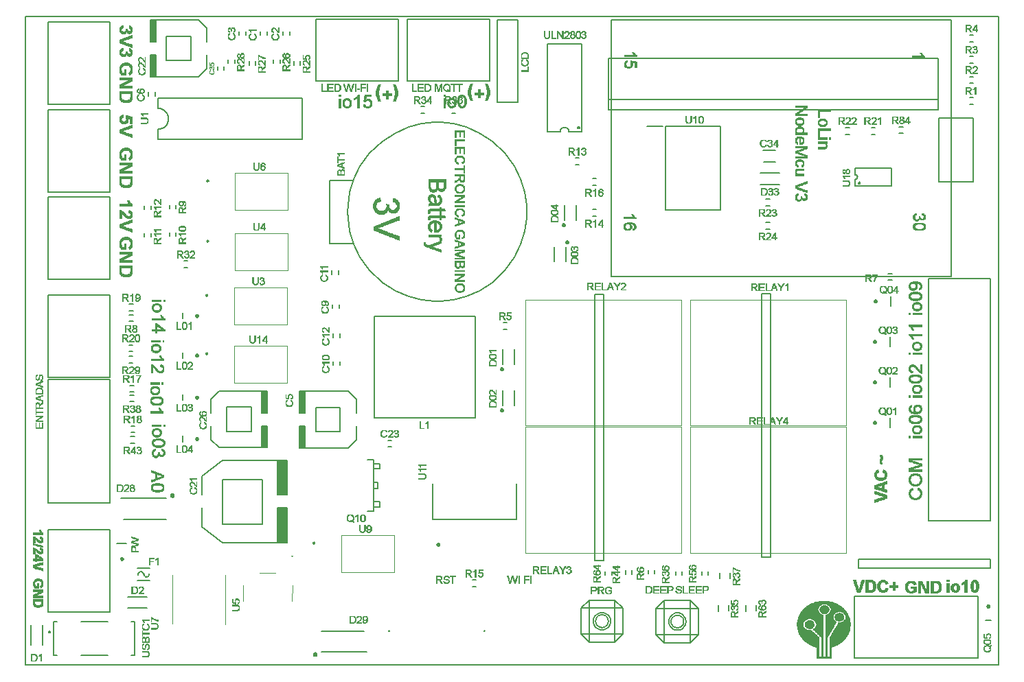
<source format=gbr>
G04 PROTEUS GERBER X2 FILE*
%TF.GenerationSoftware,Labcenter,Proteus,8.11-SP0-Build30052*%
%TF.CreationDate,2021-11-08T23:16:57+00:00*%
%TF.FileFunction,Legend,Top*%
%TF.FilePolarity,Positive*%
%TF.Part,Single*%
%TF.SameCoordinates,{af5e3d67-cc9f-4e8b-9fcc-2bf036155207}*%
%FSLAX45Y45*%
%MOMM*%
G01*
%TA.AperFunction,Profile*%
%ADD49C,0.203200*%
%TA.AperFunction,Material*%
%ADD51C,0.063500*%
%ADD52C,0.203200*%
%ADD53C,0.100000*%
%ADD54C,0.200000*%
%ADD55C,0.250000*%
%ADD56C,0.127000*%
%TA.AperFunction,NonMaterial*%
%ADD57C,0.063500*%
%TD.AperFunction*%
G36*
X+3120000Y+1520000D02*
X+3120000Y+1950000D01*
X+3240000Y+1950000D01*
X+3240000Y+1520000D01*
X+3120000Y+1520000D01*
G37*
G36*
X+3120000Y+2110000D02*
X+3120000Y+2530000D01*
X+3240000Y+2530000D01*
X+3240000Y+2110000D01*
X+3120000Y+2110000D01*
G37*
G36*
X+3390000Y+3120000D02*
X+3390000Y+3390000D01*
X+3460000Y+3390000D01*
X+3460000Y+3120000D01*
X+3390000Y+3120000D01*
G37*
G36*
X+3390000Y+2690000D02*
X+3390000Y+2960000D01*
X+3460000Y+2960000D01*
X+3460000Y+2690000D01*
X+3390000Y+2690000D01*
G37*
G36*
X+1550000Y+7700000D02*
X+1550000Y+7970000D01*
X+1620000Y+7970000D01*
X+1620000Y+7700000D01*
X+1550000Y+7700000D01*
G37*
G36*
X+1550000Y+7270000D02*
X+1550000Y+7540000D01*
X+1620000Y+7540000D01*
X+1620000Y+7270000D01*
X+1550000Y+7270000D01*
G37*
G36*
X+2927000Y+2691000D02*
X+2927000Y+2961000D01*
X+2997000Y+2961000D01*
X+2997000Y+2691000D01*
X+2927000Y+2691000D01*
G37*
G36*
X+2927000Y+3121000D02*
X+2927000Y+3391000D01*
X+2997000Y+3391000D01*
X+2997000Y+3121000D01*
X+2927000Y+3121000D01*
G37*
D49*
X+10000Y+10000D02*
X+12010000Y+10000D01*
X+12010000Y+8010000D01*
X+10000Y+8010000D01*
X+10000Y+10000D01*
D51*
X+10942770Y+7513623D02*
X+11095170Y+7513623D01*
X+10942770Y+7518703D02*
X+11095170Y+7518703D01*
X+10942770Y+7523783D02*
X+11095170Y+7523783D01*
X+10942770Y+7528863D02*
X+11085010Y+7528863D01*
X+11059610Y+7533943D02*
X+11079930Y+7533943D01*
X+11054530Y+7539023D02*
X+11074850Y+7539023D01*
X+11049450Y+7544103D02*
X+11069770Y+7544103D01*
X+11049450Y+7549183D02*
X+11069770Y+7549183D01*
X+11044370Y+7554263D02*
X+11064690Y+7554263D01*
X+11044370Y+7559343D02*
X+11059610Y+7559343D01*
X+11039290Y+7564423D02*
X+11059610Y+7564423D01*
X+7428330Y+7376242D02*
X+7463890Y+7376242D01*
X+7418170Y+7381322D02*
X+7474050Y+7381322D01*
X+7408010Y+7386402D02*
X+7479130Y+7386402D01*
X+7524850Y+7386402D02*
X+7545170Y+7386402D01*
X+7402930Y+7391482D02*
X+7484210Y+7391482D01*
X+7524850Y+7391482D02*
X+7545170Y+7391482D01*
X+7397850Y+7396562D02*
X+7428330Y+7396562D01*
X+7458810Y+7396562D02*
X+7489290Y+7396562D01*
X+7524850Y+7396562D02*
X+7545170Y+7396562D01*
X+7397850Y+7401642D02*
X+7418170Y+7401642D01*
X+7468970Y+7401642D02*
X+7489290Y+7401642D01*
X+7524850Y+7401642D02*
X+7545170Y+7401642D01*
X+7397850Y+7406722D02*
X+7418170Y+7406722D01*
X+7468970Y+7406722D02*
X+7494370Y+7406722D01*
X+7524850Y+7406722D02*
X+7545170Y+7406722D01*
X+7392770Y+7411802D02*
X+7413090Y+7411802D01*
X+7474050Y+7411802D02*
X+7494370Y+7411802D01*
X+7524850Y+7411802D02*
X+7545170Y+7411802D01*
X+7392770Y+7416882D02*
X+7413090Y+7416882D01*
X+7474050Y+7416882D02*
X+7494370Y+7416882D01*
X+7524850Y+7416882D02*
X+7545170Y+7416882D01*
X+7392770Y+7421962D02*
X+7413090Y+7421962D01*
X+7474050Y+7421962D02*
X+7494370Y+7421962D01*
X+7524850Y+7421962D02*
X+7545170Y+7421962D01*
X+7392770Y+7427042D02*
X+7413090Y+7427042D01*
X+7474050Y+7427042D02*
X+7494370Y+7427042D01*
X+7524850Y+7427042D02*
X+7545170Y+7427042D01*
X+7392770Y+7432122D02*
X+7413090Y+7432122D01*
X+7474050Y+7432122D02*
X+7494370Y+7432122D01*
X+7524850Y+7432122D02*
X+7545170Y+7432122D01*
X+7392770Y+7437202D02*
X+7413090Y+7437202D01*
X+7474050Y+7437202D02*
X+7489290Y+7437202D01*
X+7524850Y+7437202D02*
X+7545170Y+7437202D01*
X+7397850Y+7442282D02*
X+7418170Y+7442282D01*
X+7474050Y+7442282D02*
X+7484210Y+7442282D01*
X+7504530Y+7442282D02*
X+7545170Y+7442282D01*
X+7397850Y+7447362D02*
X+7423250Y+7447362D01*
X+7468970Y+7447362D02*
X+7545170Y+7447362D01*
X+7402930Y+7452442D02*
X+7433410Y+7452442D01*
X+7468970Y+7452442D02*
X+7545170Y+7452442D01*
X+7402930Y+7457522D02*
X+7433410Y+7457522D01*
X+7468970Y+7457522D02*
X+7529930Y+7457522D01*
X+7413090Y+7462602D02*
X+7433410Y+7462602D01*
X+7468970Y+7462602D02*
X+7504530Y+7462602D01*
X+7423250Y+7467682D02*
X+7433410Y+7467682D01*
X+7468970Y+7467682D02*
X+7479130Y+7467682D01*
X+7392770Y+7523562D02*
X+7545170Y+7523562D01*
X+7392770Y+7528642D02*
X+7545170Y+7528642D01*
X+7392770Y+7533722D02*
X+7545170Y+7533722D01*
X+7392770Y+7538802D02*
X+7535010Y+7538802D01*
X+7509610Y+7543882D02*
X+7529930Y+7543882D01*
X+7504530Y+7548962D02*
X+7524850Y+7548962D01*
X+7499450Y+7554042D02*
X+7519770Y+7554042D01*
X+7499450Y+7559122D02*
X+7519770Y+7559122D01*
X+7494370Y+7564202D02*
X+7514690Y+7564202D01*
X+7494370Y+7569282D02*
X+7509610Y+7569282D01*
X+7489290Y+7574362D02*
X+7509610Y+7574362D01*
X+7418330Y+5376242D02*
X+7453890Y+5376242D01*
X+7494530Y+5376242D02*
X+7504690Y+5376242D01*
X+7403090Y+5381322D02*
X+7464050Y+5381322D01*
X+7494530Y+5381322D02*
X+7514850Y+5381322D01*
X+7398010Y+5386402D02*
X+7469130Y+5386402D01*
X+7494530Y+5386402D02*
X+7525010Y+5386402D01*
X+7392930Y+5391482D02*
X+7474210Y+5391482D01*
X+7494530Y+5391482D02*
X+7525010Y+5391482D01*
X+7387850Y+5396562D02*
X+7418330Y+5396562D01*
X+7448810Y+5396562D02*
X+7479290Y+5396562D01*
X+7499610Y+5396562D02*
X+7530090Y+5396562D01*
X+7387850Y+5401642D02*
X+7413250Y+5401642D01*
X+7458970Y+5401642D02*
X+7479290Y+5401642D01*
X+7509770Y+5401642D02*
X+7530090Y+5401642D01*
X+7382770Y+5406722D02*
X+7408170Y+5406722D01*
X+7458970Y+5406722D02*
X+7484370Y+5406722D01*
X+7509770Y+5406722D02*
X+7535170Y+5406722D01*
X+7382770Y+5411802D02*
X+7403090Y+5411802D01*
X+7464050Y+5411802D02*
X+7484370Y+5411802D01*
X+7514850Y+5411802D02*
X+7535170Y+5411802D01*
X+7382770Y+5416882D02*
X+7403090Y+5416882D01*
X+7464050Y+5416882D02*
X+7484370Y+5416882D01*
X+7514850Y+5416882D02*
X+7535170Y+5416882D01*
X+7382770Y+5421962D02*
X+7403090Y+5421962D01*
X+7464050Y+5421962D02*
X+7484370Y+5421962D01*
X+7514850Y+5421962D02*
X+7535170Y+5421962D01*
X+7382770Y+5427042D02*
X+7403090Y+5427042D01*
X+7464050Y+5427042D02*
X+7484370Y+5427042D01*
X+7514850Y+5427042D02*
X+7535170Y+5427042D01*
X+7382770Y+5432122D02*
X+7403090Y+5432122D01*
X+7464050Y+5432122D02*
X+7484370Y+5432122D01*
X+7514850Y+5432122D02*
X+7535170Y+5432122D01*
X+7382770Y+5437202D02*
X+7403090Y+5437202D01*
X+7464050Y+5437202D02*
X+7479290Y+5437202D01*
X+7509770Y+5437202D02*
X+7530090Y+5437202D01*
X+7387850Y+5442282D02*
X+7408170Y+5442282D01*
X+7458970Y+5442282D02*
X+7479290Y+5442282D01*
X+7504690Y+5442282D02*
X+7530090Y+5442282D01*
X+7387850Y+5447362D02*
X+7413250Y+5447362D01*
X+7453890Y+5447362D02*
X+7474210Y+5447362D01*
X+7499610Y+5447362D02*
X+7530090Y+5447362D01*
X+7392930Y+5452442D02*
X+7423410Y+5452442D01*
X+7448810Y+5452442D02*
X+7469130Y+5452442D01*
X+7489450Y+5452442D02*
X+7525010Y+5452442D01*
X+7398010Y+5457522D02*
X+7519930Y+5457522D01*
X+7403090Y+5462602D02*
X+7514850Y+5462602D01*
X+7413250Y+5467682D02*
X+7504690Y+5467682D01*
X+7428490Y+5472762D02*
X+7484370Y+5472762D01*
X+7382770Y+5523562D02*
X+7535170Y+5523562D01*
X+7382770Y+5528642D02*
X+7535170Y+5528642D01*
X+7382770Y+5533722D02*
X+7535170Y+5533722D01*
X+7382770Y+5538802D02*
X+7525010Y+5538802D01*
X+7499610Y+5543882D02*
X+7519930Y+5543882D01*
X+7494530Y+5548962D02*
X+7514850Y+5548962D01*
X+7489450Y+5554042D02*
X+7509770Y+5554042D01*
X+7489450Y+5559122D02*
X+7509770Y+5559122D01*
X+7484370Y+5564202D02*
X+7504690Y+5564202D01*
X+7484370Y+5569282D02*
X+7499610Y+5569282D01*
X+7479290Y+5574362D02*
X+7499610Y+5574362D01*
X+10998490Y+5376242D02*
X+11059450Y+5376242D01*
X+10978170Y+5381322D02*
X+11079770Y+5381322D01*
X+10968010Y+5386402D02*
X+11089930Y+5386402D01*
X+10962930Y+5391482D02*
X+11095010Y+5391482D01*
X+10957850Y+5396562D02*
X+10998490Y+5396562D01*
X+11059450Y+5396562D02*
X+11100090Y+5396562D01*
X+10957850Y+5401642D02*
X+10983250Y+5401642D01*
X+11074690Y+5401642D02*
X+11100090Y+5401642D01*
X+10952770Y+5406722D02*
X+10978170Y+5406722D01*
X+11079770Y+5406722D02*
X+11105170Y+5406722D01*
X+10952770Y+5411802D02*
X+10973090Y+5411802D01*
X+11084850Y+5411802D02*
X+11105170Y+5411802D01*
X+10952770Y+5416882D02*
X+10973090Y+5416882D01*
X+11084850Y+5416882D02*
X+11105170Y+5416882D01*
X+10952770Y+5421962D02*
X+10973090Y+5421962D01*
X+11084850Y+5421962D02*
X+11105170Y+5421962D01*
X+10952770Y+5427042D02*
X+10973090Y+5427042D01*
X+11084850Y+5427042D02*
X+11105170Y+5427042D01*
X+10952770Y+5432122D02*
X+10973090Y+5432122D01*
X+11084850Y+5432122D02*
X+11105170Y+5432122D01*
X+10952770Y+5437202D02*
X+10978170Y+5437202D01*
X+11079770Y+5437202D02*
X+11105170Y+5437202D01*
X+10957850Y+5442282D02*
X+10983250Y+5442282D01*
X+11074690Y+5442282D02*
X+11100090Y+5442282D01*
X+10957850Y+5447362D02*
X+10998490Y+5447362D01*
X+11059450Y+5447362D02*
X+11100090Y+5447362D01*
X+10962930Y+5452442D02*
X+11095010Y+5452442D01*
X+10968010Y+5457522D02*
X+11089930Y+5457522D01*
X+10978170Y+5462602D02*
X+11079770Y+5462602D01*
X+10998490Y+5467682D02*
X+11059450Y+5467682D01*
X+10983250Y+5493082D02*
X+11013730Y+5493082D01*
X+10973090Y+5498162D02*
X+11018810Y+5498162D01*
X+10968010Y+5503242D02*
X+11023890Y+5503242D01*
X+11049290Y+5503242D02*
X+11079770Y+5503242D01*
X+10962930Y+5508322D02*
X+11028970Y+5508322D01*
X+11044210Y+5508322D02*
X+11089930Y+5508322D01*
X+10957850Y+5513402D02*
X+10988330Y+5513402D01*
X+11013730Y+5513402D02*
X+11028970Y+5513402D01*
X+11039130Y+5513402D02*
X+11095010Y+5513402D01*
X+10957850Y+5518482D02*
X+10978170Y+5518482D01*
X+11018810Y+5518482D02*
X+11100090Y+5518482D01*
X+10952770Y+5523562D02*
X+10978170Y+5523562D01*
X+11023890Y+5523562D02*
X+11049290Y+5523562D01*
X+11074690Y+5523562D02*
X+11100090Y+5523562D01*
X+10952770Y+5528642D02*
X+10973090Y+5528642D01*
X+11023890Y+5528642D02*
X+11044210Y+5528642D01*
X+11079770Y+5528642D02*
X+11105170Y+5528642D01*
X+10952770Y+5533722D02*
X+10973090Y+5533722D01*
X+11023890Y+5533722D02*
X+11039130Y+5533722D01*
X+11084850Y+5533722D02*
X+11105170Y+5533722D01*
X+10952770Y+5538802D02*
X+10973090Y+5538802D01*
X+11023890Y+5538802D02*
X+11039130Y+5538802D01*
X+11084850Y+5538802D02*
X+11105170Y+5538802D01*
X+10952770Y+5543882D02*
X+10973090Y+5543882D01*
X+11023890Y+5543882D02*
X+11039130Y+5543882D01*
X+11084850Y+5543882D02*
X+11105170Y+5543882D01*
X+10952770Y+5548962D02*
X+10973090Y+5548962D01*
X+11023890Y+5548962D02*
X+11034050Y+5548962D01*
X+11084850Y+5548962D02*
X+11105170Y+5548962D01*
X+10952770Y+5554042D02*
X+10973090Y+5554042D01*
X+11084850Y+5554042D02*
X+11105170Y+5554042D01*
X+10957850Y+5559122D02*
X+10978170Y+5559122D01*
X+11079770Y+5559122D02*
X+11100090Y+5559122D01*
X+10957850Y+5564202D02*
X+10988330Y+5564202D01*
X+11074690Y+5564202D02*
X+11100090Y+5564202D01*
X+10962930Y+5569282D02*
X+10993410Y+5569282D01*
X+11064530Y+5569282D02*
X+11095010Y+5569282D01*
X+10968010Y+5574362D02*
X+10993410Y+5574362D01*
X+11064530Y+5574362D02*
X+11089930Y+5574362D01*
X+10973090Y+5579442D02*
X+10993410Y+5579442D01*
X+11064530Y+5579442D02*
X+11084850Y+5579442D01*
X+10983250Y+5584522D02*
X+10993410Y+5584522D01*
X+11064530Y+5584522D02*
X+11074690Y+5584522D01*
X+9502770Y+5765094D02*
X+9502770Y+5800654D01*
X+9502770Y+5892094D02*
X+9502770Y+5927654D01*
X+9502770Y+6049574D02*
X+9502770Y+6069894D01*
X+9502770Y+6090214D02*
X+9502770Y+6115614D01*
X+9502770Y+6186734D02*
X+9502770Y+6217214D01*
X+9502770Y+6268014D02*
X+9502770Y+6288334D01*
X+9502770Y+6334054D02*
X+9502770Y+6349294D01*
X+9502770Y+6395014D02*
X+9502770Y+6415334D01*
X+9502770Y+6466134D02*
X+9502770Y+6501694D01*
X+9502770Y+6557574D02*
X+9502770Y+6577894D01*
X+9502770Y+6593134D02*
X+9502770Y+6623614D01*
X+9502770Y+6699814D02*
X+9502770Y+6735374D01*
X+9502770Y+6791254D02*
X+9502770Y+6816654D01*
X+9502770Y+6892854D02*
X+9502770Y+6913174D01*
X+9507850Y+5754934D02*
X+9507850Y+5810814D01*
X+9507850Y+5892094D02*
X+9507850Y+5927654D01*
X+9507850Y+6049574D02*
X+9507850Y+6069894D01*
X+9507850Y+6080054D02*
X+9507850Y+6125774D01*
X+9507850Y+6176574D02*
X+9507850Y+6227374D01*
X+9507850Y+6268014D02*
X+9507850Y+6288334D01*
X+9507850Y+6328974D02*
X+9507850Y+6354374D01*
X+9507850Y+6395014D02*
X+9507850Y+6415334D01*
X+9507850Y+6455974D02*
X+9507850Y+6511854D01*
X+9507850Y+6557574D02*
X+9507850Y+6577894D01*
X+9507850Y+6582974D02*
X+9507850Y+6633774D01*
X+9507850Y+6689654D02*
X+9507850Y+6745534D01*
X+9507850Y+6791254D02*
X+9507850Y+6816654D01*
X+9507850Y+6892854D02*
X+9507850Y+6913174D01*
X+9512930Y+5749854D02*
X+9512930Y+5815894D01*
X+9512930Y+5892094D02*
X+9512930Y+5927654D01*
X+9512930Y+6049574D02*
X+9512930Y+6069894D01*
X+9512930Y+6074974D02*
X+9512930Y+6130854D01*
X+9512930Y+6171494D02*
X+9512930Y+6232454D01*
X+9512930Y+6268014D02*
X+9512930Y+6288334D01*
X+9512930Y+6328974D02*
X+9512930Y+6354374D01*
X+9512930Y+6395014D02*
X+9512930Y+6415334D01*
X+9512930Y+6450894D02*
X+9512930Y+6516934D01*
X+9512930Y+6557574D02*
X+9512930Y+6638854D01*
X+9512930Y+6684574D02*
X+9512930Y+6750614D01*
X+9512930Y+6791254D02*
X+9512930Y+6821734D01*
X+9512930Y+6892854D02*
X+9512930Y+6913174D01*
X+9518010Y+5744774D02*
X+9518010Y+5820974D01*
X+9518010Y+5887014D02*
X+9518010Y+5907334D01*
X+9518010Y+5912414D02*
X+9518010Y+5932734D01*
X+9518010Y+6049574D02*
X+9518010Y+6085134D01*
X+9518010Y+6105454D02*
X+9518010Y+6130854D01*
X+9518010Y+6166414D02*
X+9518010Y+6191814D01*
X+9518010Y+6212134D02*
X+9518010Y+6237534D01*
X+9518010Y+6268014D02*
X+9518010Y+6288334D01*
X+9518010Y+6328974D02*
X+9518010Y+6354374D01*
X+9518010Y+6395014D02*
X+9518010Y+6415334D01*
X+9518010Y+6445814D02*
X+9518010Y+6471214D01*
X+9518010Y+6491534D02*
X+9518010Y+6522014D01*
X+9518010Y+6557574D02*
X+9518010Y+6593134D01*
X+9518010Y+6618534D02*
X+9518010Y+6643934D01*
X+9518010Y+6679494D02*
X+9518010Y+6704894D01*
X+9518010Y+6730294D02*
X+9518010Y+6755694D01*
X+9518010Y+6791254D02*
X+9518010Y+6826814D01*
X+9518010Y+6892854D02*
X+9518010Y+6913174D01*
X+9523090Y+5739694D02*
X+9523090Y+5770174D01*
X+9523090Y+5800654D02*
X+9523090Y+5826054D01*
X+9523090Y+5887014D02*
X+9523090Y+5907334D01*
X+9523090Y+5912414D02*
X+9523090Y+5932734D01*
X+9523090Y+6049574D02*
X+9523090Y+6080054D01*
X+9523090Y+6110534D02*
X+9523090Y+6135934D01*
X+9523090Y+6161334D02*
X+9523090Y+6181654D01*
X+9523090Y+6217214D02*
X+9523090Y+6242614D01*
X+9523090Y+6268014D02*
X+9523090Y+6288334D01*
X+9523090Y+6323894D02*
X+9523090Y+6359454D01*
X+9523090Y+6395014D02*
X+9523090Y+6415334D01*
X+9523090Y+6440734D02*
X+9523090Y+6461054D01*
X+9523090Y+6501694D02*
X+9523090Y+6527094D01*
X+9523090Y+6557574D02*
X+9523090Y+6588054D01*
X+9523090Y+6623614D02*
X+9523090Y+6643934D01*
X+9523090Y+6674414D02*
X+9523090Y+6699814D01*
X+9523090Y+6735374D02*
X+9523090Y+6760774D01*
X+9523090Y+6791254D02*
X+9523090Y+6826814D01*
X+9523090Y+6892854D02*
X+9523090Y+6913174D01*
X+9528170Y+5739694D02*
X+9528170Y+5760014D01*
X+9528170Y+5805734D02*
X+9528170Y+5826054D01*
X+9528170Y+5887014D02*
X+9528170Y+5907334D01*
X+9528170Y+5912414D02*
X+9528170Y+5932734D01*
X+9528170Y+6049574D02*
X+9528170Y+6074974D01*
X+9528170Y+6115614D02*
X+9528170Y+6135934D01*
X+9528170Y+6161334D02*
X+9528170Y+6181654D01*
X+9528170Y+6222294D02*
X+9528170Y+6242614D01*
X+9528170Y+6268014D02*
X+9528170Y+6288334D01*
X+9528170Y+6323894D02*
X+9528170Y+6339134D01*
X+9528170Y+6344214D02*
X+9528170Y+6359454D01*
X+9528170Y+6395014D02*
X+9528170Y+6415334D01*
X+9528170Y+6440734D02*
X+9528170Y+6461054D01*
X+9528170Y+6506774D02*
X+9528170Y+6527094D01*
X+9528170Y+6557574D02*
X+9528170Y+6582974D01*
X+9528170Y+6628694D02*
X+9528170Y+6649014D01*
X+9528170Y+6674414D02*
X+9528170Y+6694734D01*
X+9528170Y+6740454D02*
X+9528170Y+6760774D01*
X+9528170Y+6791254D02*
X+9528170Y+6831894D01*
X+9528170Y+6892854D02*
X+9528170Y+6913174D01*
X+9533250Y+5734614D02*
X+9533250Y+5760014D01*
X+9533250Y+5805734D02*
X+9533250Y+5831134D01*
X+9533250Y+5881934D02*
X+9533250Y+5907334D01*
X+9533250Y+5912414D02*
X+9533250Y+5937814D01*
X+9533250Y+6049574D02*
X+9533250Y+6069894D01*
X+9533250Y+6115614D02*
X+9533250Y+6135934D01*
X+9533250Y+6156254D02*
X+9533250Y+6176574D01*
X+9533250Y+6222294D02*
X+9533250Y+6242614D01*
X+9533250Y+6268014D02*
X+9533250Y+6288334D01*
X+9533250Y+6323894D02*
X+9533250Y+6339134D01*
X+9533250Y+6344214D02*
X+9533250Y+6359454D01*
X+9533250Y+6395014D02*
X+9533250Y+6415334D01*
X+9533250Y+6435654D02*
X+9533250Y+6455974D01*
X+9533250Y+6506774D02*
X+9533250Y+6527094D01*
X+9533250Y+6557574D02*
X+9533250Y+6582974D01*
X+9533250Y+6628694D02*
X+9533250Y+6649014D01*
X+9533250Y+6674414D02*
X+9533250Y+6694734D01*
X+9533250Y+6740454D02*
X+9533250Y+6760774D01*
X+9533250Y+6791254D02*
X+9533250Y+6836974D01*
X+9533250Y+6892854D02*
X+9533250Y+6913174D01*
X+9538330Y+5734614D02*
X+9538330Y+5754934D01*
X+9538330Y+5810814D02*
X+9538330Y+5831134D01*
X+9538330Y+5881934D02*
X+9538330Y+5902254D01*
X+9538330Y+5917494D02*
X+9538330Y+5937814D01*
X+9538330Y+6049574D02*
X+9538330Y+6069894D01*
X+9538330Y+6115614D02*
X+9538330Y+6135934D01*
X+9538330Y+6156254D02*
X+9538330Y+6176574D01*
X+9538330Y+6227374D02*
X+9538330Y+6247694D01*
X+9538330Y+6268014D02*
X+9538330Y+6288334D01*
X+9538330Y+6318814D02*
X+9538330Y+6339134D01*
X+9538330Y+6344214D02*
X+9538330Y+6364534D01*
X+9538330Y+6395014D02*
X+9538330Y+6415334D01*
X+9538330Y+6511854D02*
X+9538330Y+6532174D01*
X+9538330Y+6557574D02*
X+9538330Y+6577894D01*
X+9538330Y+6633774D02*
X+9538330Y+6654094D01*
X+9538330Y+6669334D02*
X+9538330Y+6689654D01*
X+9538330Y+6745534D02*
X+9538330Y+6765854D01*
X+9538330Y+6791254D02*
X+9538330Y+6811574D01*
X+9538330Y+6816654D02*
X+9538330Y+6836974D01*
X+9538330Y+6892854D02*
X+9538330Y+6913174D01*
X+9543410Y+5734614D02*
X+9543410Y+5754934D01*
X+9543410Y+5876854D02*
X+9543410Y+5902254D01*
X+9543410Y+5917494D02*
X+9543410Y+5937814D01*
X+9543410Y+6049574D02*
X+9543410Y+6069894D01*
X+9543410Y+6115614D02*
X+9543410Y+6135934D01*
X+9543410Y+6227374D02*
X+9543410Y+6247694D01*
X+9543410Y+6268014D02*
X+9543410Y+6288334D01*
X+9543410Y+6318814D02*
X+9543410Y+6334054D01*
X+9543410Y+6349294D02*
X+9543410Y+6364534D01*
X+9543410Y+6395014D02*
X+9543410Y+6415334D01*
X+9543410Y+6511854D02*
X+9543410Y+6532174D01*
X+9543410Y+6557574D02*
X+9543410Y+6577894D01*
X+9543410Y+6633774D02*
X+9543410Y+6654094D01*
X+9543410Y+6669334D02*
X+9543410Y+6689654D01*
X+9543410Y+6745534D02*
X+9543410Y+6765854D01*
X+9543410Y+6791254D02*
X+9543410Y+6811574D01*
X+9543410Y+6816654D02*
X+9543410Y+6842054D01*
X+9543410Y+6892854D02*
X+9543410Y+6913174D01*
X+9548490Y+5734614D02*
X+9548490Y+5754934D01*
X+9548490Y+5876854D02*
X+9548490Y+5902254D01*
X+9548490Y+5922574D02*
X+9548490Y+5942894D01*
X+9548490Y+6049574D02*
X+9548490Y+6069894D01*
X+9548490Y+6115614D02*
X+9548490Y+6135934D01*
X+9548490Y+6227374D02*
X+9548490Y+6247694D01*
X+9548490Y+6268014D02*
X+9548490Y+6288334D01*
X+9548490Y+6318814D02*
X+9548490Y+6334054D01*
X+9548490Y+6349294D02*
X+9548490Y+6364534D01*
X+9548490Y+6395014D02*
X+9548490Y+6415334D01*
X+9548490Y+6511854D02*
X+9548490Y+6532174D01*
X+9548490Y+6557574D02*
X+9548490Y+6577894D01*
X+9548490Y+6633774D02*
X+9548490Y+6654094D01*
X+9548490Y+6669334D02*
X+9548490Y+6689654D01*
X+9548490Y+6745534D02*
X+9548490Y+6765854D01*
X+9548490Y+6791254D02*
X+9548490Y+6811574D01*
X+9548490Y+6821734D02*
X+9548490Y+6847134D01*
X+9548490Y+6892854D02*
X+9548490Y+6913174D01*
X+9553570Y+5734614D02*
X+9553570Y+5754934D01*
X+9553570Y+5876854D02*
X+9553570Y+5897174D01*
X+9553570Y+5922574D02*
X+9553570Y+5942894D01*
X+9553570Y+6049574D02*
X+9553570Y+6069894D01*
X+9553570Y+6115614D02*
X+9553570Y+6135934D01*
X+9553570Y+6227374D02*
X+9553570Y+6247694D01*
X+9553570Y+6268014D02*
X+9553570Y+6288334D01*
X+9553570Y+6313734D02*
X+9553570Y+6334054D01*
X+9553570Y+6349294D02*
X+9553570Y+6369614D01*
X+9553570Y+6395014D02*
X+9553570Y+6415334D01*
X+9553570Y+6435654D02*
X+9553570Y+6532174D01*
X+9553570Y+6557574D02*
X+9553570Y+6577894D01*
X+9553570Y+6633774D02*
X+9553570Y+6654094D01*
X+9553570Y+6669334D02*
X+9553570Y+6689654D01*
X+9553570Y+6745534D02*
X+9553570Y+6765854D01*
X+9553570Y+6791254D02*
X+9553570Y+6811574D01*
X+9553570Y+6826814D02*
X+9553570Y+6847134D01*
X+9553570Y+6892854D02*
X+9553570Y+6913174D01*
X+9558650Y+5734614D02*
X+9558650Y+5754934D01*
X+9558650Y+5871774D02*
X+9558650Y+5897174D01*
X+9558650Y+5922574D02*
X+9558650Y+5947974D01*
X+9558650Y+6049574D02*
X+9558650Y+6069894D01*
X+9558650Y+6115614D02*
X+9558650Y+6135934D01*
X+9558650Y+6227374D02*
X+9558650Y+6247694D01*
X+9558650Y+6268014D02*
X+9558650Y+6288334D01*
X+9558650Y+6313734D02*
X+9558650Y+6328974D01*
X+9558650Y+6354374D02*
X+9558650Y+6369614D01*
X+9558650Y+6395014D02*
X+9558650Y+6415334D01*
X+9558650Y+6435654D02*
X+9558650Y+6532174D01*
X+9558650Y+6557574D02*
X+9558650Y+6577894D01*
X+9558650Y+6633774D02*
X+9558650Y+6654094D01*
X+9558650Y+6669334D02*
X+9558650Y+6689654D01*
X+9558650Y+6745534D02*
X+9558650Y+6765854D01*
X+9558650Y+6791254D02*
X+9558650Y+6811574D01*
X+9558650Y+6826814D02*
X+9558650Y+6852214D01*
X+9558650Y+6892854D02*
X+9558650Y+6913174D01*
X+9563730Y+5739694D02*
X+9563730Y+5760014D01*
X+9563730Y+5871774D02*
X+9563730Y+5892094D01*
X+9563730Y+5927654D02*
X+9563730Y+5947974D01*
X+9563730Y+6049574D02*
X+9563730Y+6069894D01*
X+9563730Y+6115614D02*
X+9563730Y+6135934D01*
X+9563730Y+6227374D02*
X+9563730Y+6247694D01*
X+9563730Y+6268014D02*
X+9563730Y+6288334D01*
X+9563730Y+6313734D02*
X+9563730Y+6328974D01*
X+9563730Y+6354374D02*
X+9563730Y+6369614D01*
X+9563730Y+6395014D02*
X+9563730Y+6415334D01*
X+9563730Y+6435654D02*
X+9563730Y+6532174D01*
X+9563730Y+6557574D02*
X+9563730Y+6577894D01*
X+9563730Y+6633774D02*
X+9563730Y+6654094D01*
X+9563730Y+6669334D02*
X+9563730Y+6689654D01*
X+9563730Y+6745534D02*
X+9563730Y+6765854D01*
X+9563730Y+6791254D02*
X+9563730Y+6811574D01*
X+9563730Y+6831894D02*
X+9563730Y+6857294D01*
X+9563730Y+6892854D02*
X+9563730Y+6913174D01*
X+9568810Y+5744774D02*
X+9568810Y+5765094D01*
X+9568810Y+5871774D02*
X+9568810Y+5892094D01*
X+9568810Y+5927654D02*
X+9568810Y+5947974D01*
X+9568810Y+6049574D02*
X+9568810Y+6069894D01*
X+9568810Y+6115614D02*
X+9568810Y+6135934D01*
X+9568810Y+6227374D02*
X+9568810Y+6247694D01*
X+9568810Y+6268014D02*
X+9568810Y+6288334D01*
X+9568810Y+6308654D02*
X+9568810Y+6328974D01*
X+9568810Y+6354374D02*
X+9568810Y+6374694D01*
X+9568810Y+6395014D02*
X+9568810Y+6415334D01*
X+9568810Y+6435654D02*
X+9568810Y+6455974D01*
X+9568810Y+6511854D02*
X+9568810Y+6532174D01*
X+9568810Y+6557574D02*
X+9568810Y+6577894D01*
X+9568810Y+6633774D02*
X+9568810Y+6654094D01*
X+9568810Y+6669334D02*
X+9568810Y+6689654D01*
X+9568810Y+6745534D02*
X+9568810Y+6765854D01*
X+9568810Y+6791254D02*
X+9568810Y+6811574D01*
X+9568810Y+6836974D02*
X+9568810Y+6857294D01*
X+9568810Y+6892854D02*
X+9568810Y+6913174D01*
X+9573890Y+5749854D02*
X+9573890Y+5795574D01*
X+9573890Y+5866694D02*
X+9573890Y+5892094D01*
X+9573890Y+5927654D02*
X+9573890Y+5953054D01*
X+9573890Y+6049574D02*
X+9573890Y+6069894D01*
X+9573890Y+6115614D02*
X+9573890Y+6135934D01*
X+9573890Y+6227374D02*
X+9573890Y+6247694D01*
X+9573890Y+6268014D02*
X+9573890Y+6288334D01*
X+9573890Y+6308654D02*
X+9573890Y+6323894D01*
X+9573890Y+6359454D02*
X+9573890Y+6374694D01*
X+9573890Y+6395014D02*
X+9573890Y+6415334D01*
X+9573890Y+6435654D02*
X+9573890Y+6455974D01*
X+9573890Y+6511854D02*
X+9573890Y+6532174D01*
X+9573890Y+6557574D02*
X+9573890Y+6577894D01*
X+9573890Y+6633774D02*
X+9573890Y+6654094D01*
X+9573890Y+6669334D02*
X+9573890Y+6689654D01*
X+9573890Y+6745534D02*
X+9573890Y+6765854D01*
X+9573890Y+6791254D02*
X+9573890Y+6811574D01*
X+9573890Y+6836974D02*
X+9573890Y+6862374D01*
X+9573890Y+6892854D02*
X+9573890Y+6913174D01*
X+9578970Y+5760014D02*
X+9578970Y+5795574D01*
X+9578970Y+5866694D02*
X+9578970Y+5887014D01*
X+9578970Y+5932734D02*
X+9578970Y+5953054D01*
X+9578970Y+6049574D02*
X+9578970Y+6069894D01*
X+9578970Y+6115614D02*
X+9578970Y+6135934D01*
X+9578970Y+6156254D02*
X+9578970Y+6176574D01*
X+9578970Y+6222294D02*
X+9578970Y+6242614D01*
X+9578970Y+6268014D02*
X+9578970Y+6288334D01*
X+9578970Y+6308654D02*
X+9578970Y+6323894D01*
X+9578970Y+6359454D02*
X+9578970Y+6374694D01*
X+9578970Y+6395014D02*
X+9578970Y+6415334D01*
X+9578970Y+6440734D02*
X+9578970Y+6455974D01*
X+9578970Y+6506774D02*
X+9578970Y+6527094D01*
X+9578970Y+6557574D02*
X+9578970Y+6582974D01*
X+9578970Y+6628694D02*
X+9578970Y+6649014D01*
X+9578970Y+6674414D02*
X+9578970Y+6694734D01*
X+9578970Y+6740454D02*
X+9578970Y+6760774D01*
X+9578970Y+6791254D02*
X+9578970Y+6811574D01*
X+9578970Y+6842054D02*
X+9578970Y+6867454D01*
X+9578970Y+6892854D02*
X+9578970Y+6913174D01*
X+9584050Y+5760014D02*
X+9584050Y+5790494D01*
X+9584050Y+5866694D02*
X+9584050Y+5887014D01*
X+9584050Y+5932734D02*
X+9584050Y+5953054D01*
X+9584050Y+6049574D02*
X+9584050Y+6069894D01*
X+9584050Y+6115614D02*
X+9584050Y+6135934D01*
X+9584050Y+6156254D02*
X+9584050Y+6181654D01*
X+9584050Y+6222294D02*
X+9584050Y+6242614D01*
X+9584050Y+6268014D02*
X+9584050Y+6288334D01*
X+9584050Y+6303574D02*
X+9584050Y+6323894D01*
X+9584050Y+6364534D02*
X+9584050Y+6379774D01*
X+9584050Y+6395014D02*
X+9584050Y+6415334D01*
X+9584050Y+6440734D02*
X+9584050Y+6461054D01*
X+9584050Y+6506774D02*
X+9584050Y+6527094D01*
X+9584050Y+6557574D02*
X+9584050Y+6582974D01*
X+9584050Y+6628694D02*
X+9584050Y+6649014D01*
X+9584050Y+6674414D02*
X+9584050Y+6694734D01*
X+9584050Y+6740454D02*
X+9584050Y+6760774D01*
X+9584050Y+6791254D02*
X+9584050Y+6811574D01*
X+9584050Y+6847134D02*
X+9584050Y+6867454D01*
X+9584050Y+6892854D02*
X+9584050Y+6913174D01*
X+9589130Y+5754934D02*
X+9589130Y+5775254D01*
X+9589130Y+5861614D02*
X+9589130Y+5887014D01*
X+9589130Y+5932734D02*
X+9589130Y+5958134D01*
X+9589130Y+6049574D02*
X+9589130Y+6069894D01*
X+9589130Y+6115614D02*
X+9589130Y+6135934D01*
X+9589130Y+6161334D02*
X+9589130Y+6181654D01*
X+9589130Y+6217214D02*
X+9589130Y+6242614D01*
X+9589130Y+6268014D02*
X+9589130Y+6288334D01*
X+9589130Y+6303574D02*
X+9589130Y+6318814D01*
X+9589130Y+6364534D02*
X+9589130Y+6379774D01*
X+9589130Y+6395014D02*
X+9589130Y+6415334D01*
X+9589130Y+6440734D02*
X+9589130Y+6466134D01*
X+9589130Y+6501694D02*
X+9589130Y+6522014D01*
X+9589130Y+6557574D02*
X+9589130Y+6588054D01*
X+9589130Y+6623614D02*
X+9589130Y+6649014D01*
X+9589130Y+6674414D02*
X+9589130Y+6699814D01*
X+9589130Y+6735374D02*
X+9589130Y+6760774D01*
X+9589130Y+6791254D02*
X+9589130Y+6811574D01*
X+9589130Y+6847134D02*
X+9589130Y+6872534D01*
X+9589130Y+6892854D02*
X+9589130Y+6913174D01*
X+9594210Y+5749854D02*
X+9594210Y+5770174D01*
X+9594210Y+5861614D02*
X+9594210Y+5881934D01*
X+9594210Y+5937814D02*
X+9594210Y+5958134D01*
X+9594210Y+6049574D02*
X+9594210Y+6069894D01*
X+9594210Y+6115614D02*
X+9594210Y+6135934D01*
X+9594210Y+6161334D02*
X+9594210Y+6186734D01*
X+9594210Y+6212134D02*
X+9594210Y+6237534D01*
X+9594210Y+6268014D02*
X+9594210Y+6288334D01*
X+9594210Y+6303574D02*
X+9594210Y+6318814D01*
X+9594210Y+6364534D02*
X+9594210Y+6379774D01*
X+9594210Y+6395014D02*
X+9594210Y+6415334D01*
X+9594210Y+6445814D02*
X+9594210Y+6471214D01*
X+9594210Y+6496614D02*
X+9594210Y+6522014D01*
X+9594210Y+6557574D02*
X+9594210Y+6593134D01*
X+9594210Y+6618534D02*
X+9594210Y+6643934D01*
X+9594210Y+6679494D02*
X+9594210Y+6704894D01*
X+9594210Y+6730294D02*
X+9594210Y+6755694D01*
X+9594210Y+6791254D02*
X+9594210Y+6811574D01*
X+9594210Y+6852214D02*
X+9594210Y+6877614D01*
X+9594210Y+6892854D02*
X+9594210Y+6913174D01*
X+9599290Y+5744774D02*
X+9599290Y+5765094D01*
X+9599290Y+5856534D02*
X+9599290Y+5881934D01*
X+9599290Y+5937814D02*
X+9599290Y+5963214D01*
X+9599290Y+6049574D02*
X+9599290Y+6069894D01*
X+9599290Y+6115614D02*
X+9599290Y+6135934D01*
X+9599290Y+6166414D02*
X+9599290Y+6232454D01*
X+9599290Y+6268014D02*
X+9599290Y+6288334D01*
X+9599290Y+6298494D02*
X+9599290Y+6313734D01*
X+9599290Y+6369614D02*
X+9599290Y+6384854D01*
X+9599290Y+6395014D02*
X+9599290Y+6415334D01*
X+9599290Y+6450894D02*
X+9599290Y+6516934D01*
X+9599290Y+6557574D02*
X+9599290Y+6638854D01*
X+9599290Y+6684574D02*
X+9599290Y+6750614D01*
X+9599290Y+6791254D02*
X+9599290Y+6811574D01*
X+9599290Y+6857294D02*
X+9599290Y+6877614D01*
X+9599290Y+6892854D02*
X+9599290Y+6913174D01*
X+9604370Y+5744774D02*
X+9604370Y+5765094D01*
X+9604370Y+5856534D02*
X+9604370Y+5876854D01*
X+9604370Y+5942894D02*
X+9604370Y+5963214D01*
X+9604370Y+6049574D02*
X+9604370Y+6069894D01*
X+9604370Y+6115614D02*
X+9604370Y+6135934D01*
X+9604370Y+6171494D02*
X+9604370Y+6227374D01*
X+9604370Y+6268014D02*
X+9604370Y+6288334D01*
X+9604370Y+6298494D02*
X+9604370Y+6313734D01*
X+9604370Y+6369614D02*
X+9604370Y+6384854D01*
X+9604370Y+6395014D02*
X+9604370Y+6415334D01*
X+9604370Y+6455974D02*
X+9604370Y+6511854D01*
X+9604370Y+6557574D02*
X+9604370Y+6577894D01*
X+9604370Y+6582974D02*
X+9604370Y+6633774D01*
X+9604370Y+6689654D02*
X+9604370Y+6745534D01*
X+9604370Y+6791254D02*
X+9604370Y+6811574D01*
X+9604370Y+6857294D02*
X+9604370Y+6882694D01*
X+9604370Y+6892854D02*
X+9604370Y+6913174D01*
X+9609450Y+5744774D02*
X+9609450Y+5765094D01*
X+9609450Y+5856534D02*
X+9609450Y+5876854D01*
X+9609450Y+5942894D02*
X+9609450Y+5963214D01*
X+9609450Y+6049574D02*
X+9609450Y+6069894D01*
X+9609450Y+6115614D02*
X+9609450Y+6135934D01*
X+9609450Y+6181654D02*
X+9609450Y+6217214D01*
X+9609450Y+6268014D02*
X+9609450Y+6288334D01*
X+9609450Y+6298494D02*
X+9609450Y+6313734D01*
X+9609450Y+6369614D02*
X+9609450Y+6384854D01*
X+9609450Y+6395014D02*
X+9609450Y+6415334D01*
X+9609450Y+6466134D02*
X+9609450Y+6501694D01*
X+9609450Y+6557574D02*
X+9609450Y+6577894D01*
X+9609450Y+6593134D02*
X+9609450Y+6623614D01*
X+9609450Y+6699814D02*
X+9609450Y+6735374D01*
X+9609450Y+6791254D02*
X+9609450Y+6811574D01*
X+9609450Y+6862374D02*
X+9609450Y+6887774D01*
X+9609450Y+6892854D02*
X+9609450Y+6913174D01*
X+9614530Y+5744774D02*
X+9614530Y+5765094D01*
X+9614530Y+5810814D02*
X+9614530Y+5831134D01*
X+9614530Y+5851454D02*
X+9614530Y+5876854D01*
X+9614530Y+5942894D02*
X+9614530Y+5968294D01*
X+9614530Y+6268014D02*
X+9614530Y+6288334D01*
X+9614530Y+6293414D02*
X+9614530Y+6308654D01*
X+9614530Y+6374694D02*
X+9614530Y+6389934D01*
X+9614530Y+6395014D02*
X+9614530Y+6415334D01*
X+9614530Y+6557574D02*
X+9614530Y+6577894D01*
X+9614530Y+6791254D02*
X+9614530Y+6811574D01*
X+9614530Y+6867454D02*
X+9614530Y+6887774D01*
X+9614530Y+6892854D02*
X+9614530Y+6913174D01*
X+9619610Y+5744774D02*
X+9619610Y+5765094D01*
X+9619610Y+5810814D02*
X+9619610Y+5831134D01*
X+9619610Y+5851454D02*
X+9619610Y+5871774D01*
X+9619610Y+5947974D02*
X+9619610Y+5968294D01*
X+9619610Y+6268014D02*
X+9619610Y+6288334D01*
X+9619610Y+6293414D02*
X+9619610Y+6308654D01*
X+9619610Y+6374694D02*
X+9619610Y+6389934D01*
X+9619610Y+6395014D02*
X+9619610Y+6415334D01*
X+9619610Y+6557574D02*
X+9619610Y+6577894D01*
X+9619610Y+6791254D02*
X+9619610Y+6811574D01*
X+9619610Y+6867454D02*
X+9619610Y+6913174D01*
X+9624690Y+5744774D02*
X+9624690Y+5770174D01*
X+9624690Y+5805734D02*
X+9624690Y+5826054D01*
X+9624690Y+5851454D02*
X+9624690Y+5871774D01*
X+9624690Y+5947974D02*
X+9624690Y+5968294D01*
X+9624690Y+6268014D02*
X+9624690Y+6288334D01*
X+9624690Y+6293414D02*
X+9624690Y+6308654D01*
X+9624690Y+6374694D02*
X+9624690Y+6389934D01*
X+9624690Y+6395014D02*
X+9624690Y+6415334D01*
X+9624690Y+6557574D02*
X+9624690Y+6577894D01*
X+9624690Y+6791254D02*
X+9624690Y+6811574D01*
X+9624690Y+6872534D02*
X+9624690Y+6913174D01*
X+9629770Y+5749854D02*
X+9629770Y+5775254D01*
X+9629770Y+5800654D02*
X+9629770Y+5826054D01*
X+9629770Y+5846374D02*
X+9629770Y+5871774D01*
X+9629770Y+5947974D02*
X+9629770Y+5973374D01*
X+9629770Y+6268014D02*
X+9629770Y+6303574D01*
X+9629770Y+6379774D02*
X+9629770Y+6415334D01*
X+9629770Y+6557574D02*
X+9629770Y+6577894D01*
X+9629770Y+6791254D02*
X+9629770Y+6811574D01*
X+9629770Y+6877614D02*
X+9629770Y+6913174D01*
X+9634850Y+5749854D02*
X+9634850Y+5820974D01*
X+9634850Y+5846374D02*
X+9634850Y+5866694D01*
X+9634850Y+5953054D02*
X+9634850Y+5973374D01*
X+9634850Y+6268014D02*
X+9634850Y+6303574D01*
X+9634850Y+6379774D02*
X+9634850Y+6415334D01*
X+9634850Y+6557574D02*
X+9634850Y+6577894D01*
X+9634850Y+6791254D02*
X+9634850Y+6811574D01*
X+9634850Y+6877614D02*
X+9634850Y+6913174D01*
X+9639930Y+5754934D02*
X+9639930Y+5815894D01*
X+9639930Y+5841294D02*
X+9639930Y+5866694D01*
X+9639930Y+5953054D02*
X+9639930Y+5978454D01*
X+9639930Y+6268014D02*
X+9639930Y+6303574D01*
X+9639930Y+6379774D02*
X+9639930Y+6415334D01*
X+9639930Y+6557574D02*
X+9639930Y+6577894D01*
X+9639930Y+6791254D02*
X+9639930Y+6811574D01*
X+9639930Y+6882694D02*
X+9639930Y+6913174D01*
X+9645010Y+5760014D02*
X+9645010Y+5810814D01*
X+9645010Y+5841294D02*
X+9645010Y+5866694D01*
X+9645010Y+5953054D02*
X+9645010Y+5978454D01*
X+9645010Y+6268014D02*
X+9645010Y+6298494D01*
X+9645010Y+6384854D02*
X+9645010Y+6415334D01*
X+9645010Y+6557574D02*
X+9645010Y+6577894D01*
X+9645010Y+6791254D02*
X+9645010Y+6811574D01*
X+9645010Y+6887774D02*
X+9645010Y+6913174D01*
X+9650090Y+5770174D02*
X+9650090Y+5800654D01*
X+9650090Y+5841294D02*
X+9650090Y+5861614D01*
X+9650090Y+5958134D02*
X+9650090Y+5978454D01*
X+9650090Y+6268014D02*
X+9650090Y+6298494D01*
X+9650090Y+6384854D02*
X+9650090Y+6415334D01*
X+9650090Y+6557574D02*
X+9650090Y+6577894D01*
X+9650090Y+6791254D02*
X+9650090Y+6811574D01*
X+9650090Y+6887774D02*
X+9650090Y+6913174D01*
D52*
X+7232000Y+4800000D02*
X+11422000Y+4800000D01*
X+11422000Y+7970000D01*
X+7232000Y+7970000D01*
X+7232000Y+4800000D01*
X+11270000Y+5970000D02*
X+11700000Y+5970000D01*
X+11700000Y+6760000D01*
X+11270000Y+6760000D01*
X+11270000Y+5970000D01*
D51*
X+9784770Y+6380713D02*
X+9784770Y+6401033D01*
X+9784770Y+6446753D02*
X+9784770Y+6467073D01*
X+9784770Y+6497553D02*
X+9784770Y+6517873D01*
X+9784770Y+6533113D02*
X+9784770Y+6629633D01*
X+9784770Y+6685513D02*
X+9784770Y+6721073D01*
X+9784770Y+6766793D02*
X+9784770Y+6863313D01*
X+9789850Y+6380713D02*
X+9789850Y+6401033D01*
X+9789850Y+6446753D02*
X+9789850Y+6467073D01*
X+9789850Y+6497553D02*
X+9789850Y+6517873D01*
X+9789850Y+6533113D02*
X+9789850Y+6629633D01*
X+9789850Y+6675353D02*
X+9789850Y+6731233D01*
X+9789850Y+6766793D02*
X+9789850Y+6863313D01*
X+9794930Y+6380713D02*
X+9794930Y+6401033D01*
X+9794930Y+6446753D02*
X+9794930Y+6467073D01*
X+9794930Y+6497553D02*
X+9794930Y+6517873D01*
X+9794930Y+6533113D02*
X+9794930Y+6629633D01*
X+9794930Y+6670273D02*
X+9794930Y+6736313D01*
X+9794930Y+6766793D02*
X+9794930Y+6863313D01*
X+9800010Y+6380713D02*
X+9800010Y+6401033D01*
X+9800010Y+6446753D02*
X+9800010Y+6467073D01*
X+9800010Y+6497553D02*
X+9800010Y+6517873D01*
X+9800010Y+6533113D02*
X+9800010Y+6629633D01*
X+9800010Y+6665193D02*
X+9800010Y+6690593D01*
X+9800010Y+6715993D02*
X+9800010Y+6741393D01*
X+9800010Y+6766793D02*
X+9800010Y+6863313D01*
X+9805090Y+6380713D02*
X+9805090Y+6401033D01*
X+9805090Y+6446753D02*
X+9805090Y+6467073D01*
X+9805090Y+6497553D02*
X+9805090Y+6517873D01*
X+9805090Y+6609313D02*
X+9805090Y+6629633D01*
X+9805090Y+6660113D02*
X+9805090Y+6685513D01*
X+9805090Y+6721073D02*
X+9805090Y+6746473D01*
X+9805090Y+6842993D02*
X+9805090Y+6863313D01*
X+9810170Y+6380713D02*
X+9810170Y+6401033D01*
X+9810170Y+6446753D02*
X+9810170Y+6467073D01*
X+9810170Y+6497553D02*
X+9810170Y+6517873D01*
X+9810170Y+6609313D02*
X+9810170Y+6629633D01*
X+9810170Y+6660113D02*
X+9810170Y+6680433D01*
X+9810170Y+6726153D02*
X+9810170Y+6746473D01*
X+9810170Y+6842993D02*
X+9810170Y+6863313D01*
X+9815250Y+6380713D02*
X+9815250Y+6401033D01*
X+9815250Y+6446753D02*
X+9815250Y+6467073D01*
X+9815250Y+6497553D02*
X+9815250Y+6517873D01*
X+9815250Y+6609313D02*
X+9815250Y+6629633D01*
X+9815250Y+6660113D02*
X+9815250Y+6680433D01*
X+9815250Y+6726153D02*
X+9815250Y+6746473D01*
X+9815250Y+6842993D02*
X+9815250Y+6863313D01*
X+9820330Y+6380713D02*
X+9820330Y+6401033D01*
X+9820330Y+6446753D02*
X+9820330Y+6467073D01*
X+9820330Y+6497553D02*
X+9820330Y+6517873D01*
X+9820330Y+6609313D02*
X+9820330Y+6629633D01*
X+9820330Y+6655033D02*
X+9820330Y+6675353D01*
X+9820330Y+6731233D02*
X+9820330Y+6751553D01*
X+9820330Y+6842993D02*
X+9820330Y+6863313D01*
X+9825410Y+6380713D02*
X+9825410Y+6401033D01*
X+9825410Y+6446753D02*
X+9825410Y+6467073D01*
X+9825410Y+6497553D02*
X+9825410Y+6517873D01*
X+9825410Y+6609313D02*
X+9825410Y+6629633D01*
X+9825410Y+6655033D02*
X+9825410Y+6675353D01*
X+9825410Y+6731233D02*
X+9825410Y+6751553D01*
X+9825410Y+6842993D02*
X+9825410Y+6863313D01*
X+9830490Y+6380713D02*
X+9830490Y+6401033D01*
X+9830490Y+6446753D02*
X+9830490Y+6467073D01*
X+9830490Y+6497553D02*
X+9830490Y+6517873D01*
X+9830490Y+6609313D02*
X+9830490Y+6629633D01*
X+9830490Y+6655033D02*
X+9830490Y+6675353D01*
X+9830490Y+6731233D02*
X+9830490Y+6751553D01*
X+9830490Y+6842993D02*
X+9830490Y+6863313D01*
X+9835570Y+6380713D02*
X+9835570Y+6401033D01*
X+9835570Y+6446753D02*
X+9835570Y+6467073D01*
X+9835570Y+6497553D02*
X+9835570Y+6517873D01*
X+9835570Y+6609313D02*
X+9835570Y+6629633D01*
X+9835570Y+6655033D02*
X+9835570Y+6675353D01*
X+9835570Y+6731233D02*
X+9835570Y+6751553D01*
X+9835570Y+6842993D02*
X+9835570Y+6863313D01*
X+9840650Y+6380713D02*
X+9840650Y+6401033D01*
X+9840650Y+6446753D02*
X+9840650Y+6467073D01*
X+9840650Y+6497553D02*
X+9840650Y+6517873D01*
X+9840650Y+6609313D02*
X+9840650Y+6629633D01*
X+9840650Y+6655033D02*
X+9840650Y+6675353D01*
X+9840650Y+6731233D02*
X+9840650Y+6751553D01*
X+9840650Y+6842993D02*
X+9840650Y+6863313D01*
X+9845730Y+6380713D02*
X+9845730Y+6401033D01*
X+9845730Y+6446753D02*
X+9845730Y+6467073D01*
X+9845730Y+6497553D02*
X+9845730Y+6517873D01*
X+9845730Y+6609313D02*
X+9845730Y+6629633D01*
X+9845730Y+6655033D02*
X+9845730Y+6675353D01*
X+9845730Y+6731233D02*
X+9845730Y+6751553D01*
X+9845730Y+6842993D02*
X+9845730Y+6863313D01*
X+9850810Y+6380713D02*
X+9850810Y+6401033D01*
X+9850810Y+6446753D02*
X+9850810Y+6467073D01*
X+9850810Y+6497553D02*
X+9850810Y+6517873D01*
X+9850810Y+6609313D02*
X+9850810Y+6629633D01*
X+9850810Y+6655033D02*
X+9850810Y+6675353D01*
X+9850810Y+6731233D02*
X+9850810Y+6751553D01*
X+9850810Y+6842993D02*
X+9850810Y+6863313D01*
X+9855890Y+6380713D02*
X+9855890Y+6401033D01*
X+9855890Y+6446753D02*
X+9855890Y+6467073D01*
X+9855890Y+6497553D02*
X+9855890Y+6517873D01*
X+9855890Y+6609313D02*
X+9855890Y+6629633D01*
X+9855890Y+6655033D02*
X+9855890Y+6675353D01*
X+9855890Y+6731233D02*
X+9855890Y+6751553D01*
X+9855890Y+6842993D02*
X+9855890Y+6863313D01*
X+9860970Y+6380713D02*
X+9860970Y+6401033D01*
X+9860970Y+6446753D02*
X+9860970Y+6467073D01*
X+9860970Y+6497553D02*
X+9860970Y+6517873D01*
X+9860970Y+6609313D02*
X+9860970Y+6629633D01*
X+9860970Y+6660113D02*
X+9860970Y+6680433D01*
X+9860970Y+6726153D02*
X+9860970Y+6746473D01*
X+9860970Y+6842993D02*
X+9860970Y+6863313D01*
X+9866050Y+6380713D02*
X+9866050Y+6401033D01*
X+9866050Y+6441673D02*
X+9866050Y+6467073D01*
X+9866050Y+6497553D02*
X+9866050Y+6517873D01*
X+9866050Y+6609313D02*
X+9866050Y+6629633D01*
X+9866050Y+6660113D02*
X+9866050Y+6680433D01*
X+9866050Y+6726153D02*
X+9866050Y+6746473D01*
X+9866050Y+6842993D02*
X+9866050Y+6863313D01*
X+9871130Y+6380713D02*
X+9871130Y+6406113D01*
X+9871130Y+6441673D02*
X+9871130Y+6467073D01*
X+9871130Y+6497553D02*
X+9871130Y+6517873D01*
X+9871130Y+6609313D02*
X+9871130Y+6629633D01*
X+9871130Y+6660113D02*
X+9871130Y+6685513D01*
X+9871130Y+6721073D02*
X+9871130Y+6746473D01*
X+9871130Y+6842993D02*
X+9871130Y+6863313D01*
X+9876210Y+6385793D02*
X+9876210Y+6411193D01*
X+9876210Y+6431513D02*
X+9876210Y+6467073D01*
X+9876210Y+6497553D02*
X+9876210Y+6517873D01*
X+9876210Y+6609313D02*
X+9876210Y+6629633D01*
X+9876210Y+6665193D02*
X+9876210Y+6690593D01*
X+9876210Y+6715993D02*
X+9876210Y+6741393D01*
X+9876210Y+6842993D02*
X+9876210Y+6863313D01*
X+9881290Y+6385793D02*
X+9881290Y+6467073D01*
X+9881290Y+6497553D02*
X+9881290Y+6517873D01*
X+9881290Y+6609313D02*
X+9881290Y+6629633D01*
X+9881290Y+6670273D02*
X+9881290Y+6736313D01*
X+9881290Y+6842993D02*
X+9881290Y+6863313D01*
X+9886370Y+6390873D02*
X+9886370Y+6441673D01*
X+9886370Y+6446753D02*
X+9886370Y+6467073D01*
X+9886370Y+6497553D02*
X+9886370Y+6517873D01*
X+9886370Y+6609313D02*
X+9886370Y+6629633D01*
X+9886370Y+6675353D02*
X+9886370Y+6731233D01*
X+9886370Y+6842993D02*
X+9886370Y+6863313D01*
X+9891450Y+6401033D02*
X+9891450Y+6431513D01*
X+9891450Y+6446753D02*
X+9891450Y+6467073D01*
X+9891450Y+6497553D02*
X+9891450Y+6517873D01*
X+9891450Y+6609313D02*
X+9891450Y+6629633D01*
X+9891450Y+6685513D02*
X+9891450Y+6721073D01*
X+9891450Y+6842993D02*
X+9891450Y+6863313D01*
X+9896530Y+6609313D02*
X+9896530Y+6629633D01*
X+9896530Y+6842993D02*
X+9896530Y+6863313D01*
X+9901610Y+6609313D02*
X+9901610Y+6629633D01*
X+9901610Y+6842993D02*
X+9901610Y+6863313D01*
X+9906690Y+6609313D02*
X+9906690Y+6629633D01*
X+9906690Y+6842993D02*
X+9906690Y+6863313D01*
X+9911770Y+6609313D02*
X+9911770Y+6629633D01*
X+9911770Y+6842993D02*
X+9911770Y+6863313D01*
X+9916850Y+6497553D02*
X+9916850Y+6517873D01*
X+9916850Y+6609313D02*
X+9916850Y+6629633D01*
X+9916850Y+6842993D02*
X+9916850Y+6863313D01*
X+9921930Y+6497553D02*
X+9921930Y+6517873D01*
X+9921930Y+6609313D02*
X+9921930Y+6629633D01*
X+9921930Y+6842993D02*
X+9921930Y+6863313D01*
X+9927010Y+6497553D02*
X+9927010Y+6517873D01*
X+9927010Y+6609313D02*
X+9927010Y+6629633D01*
X+9927010Y+6842993D02*
X+9927010Y+6863313D01*
X+9932090Y+6497553D02*
X+9932090Y+6517873D01*
X+9932090Y+6609313D02*
X+9932090Y+6629633D01*
X+9932090Y+6842993D02*
X+9932090Y+6863313D01*
D52*
X+7204000Y+6859000D02*
X+11268000Y+6859000D01*
X+11268000Y+7494000D01*
X+7204000Y+7494000D01*
X+7204000Y+6859000D01*
X+11268000Y+6986000D02*
X+7204000Y+6986000D01*
X+5833000Y+6951000D02*
X+6087000Y+6951000D01*
X+6087000Y+7967000D01*
X+5833000Y+7967000D01*
X+5833000Y+6951000D01*
D51*
X+6121395Y+7337875D02*
X+6121395Y+7348035D01*
X+6121395Y+7434395D02*
X+6121395Y+7464875D01*
X+6121395Y+7495355D02*
X+6121395Y+7546155D01*
X+6126475Y+7337875D02*
X+6126475Y+7348035D01*
X+6126475Y+7419155D02*
X+6126475Y+7475035D01*
X+6126475Y+7495355D02*
X+6126475Y+7556315D01*
X+6131555Y+7337875D02*
X+6131555Y+7348035D01*
X+6131555Y+7414075D02*
X+6131555Y+7434395D01*
X+6131555Y+7464875D02*
X+6131555Y+7480115D01*
X+6131555Y+7495355D02*
X+6131555Y+7505515D01*
X+6131555Y+7546155D02*
X+6131555Y+7561395D01*
X+6136635Y+7337875D02*
X+6136635Y+7348035D01*
X+6136635Y+7408995D02*
X+6136635Y+7424235D01*
X+6136635Y+7469955D02*
X+6136635Y+7480115D01*
X+6136635Y+7495355D02*
X+6136635Y+7505515D01*
X+6136635Y+7551235D02*
X+6136635Y+7566475D01*
X+6141715Y+7337875D02*
X+6141715Y+7348035D01*
X+6141715Y+7408995D02*
X+6141715Y+7419155D01*
X+6141715Y+7475035D02*
X+6141715Y+7485195D01*
X+6141715Y+7495355D02*
X+6141715Y+7505515D01*
X+6141715Y+7556315D02*
X+6141715Y+7566475D01*
X+6146795Y+7337875D02*
X+6146795Y+7348035D01*
X+6146795Y+7408995D02*
X+6146795Y+7419155D01*
X+6146795Y+7495355D02*
X+6146795Y+7505515D01*
X+6146795Y+7561395D02*
X+6146795Y+7571555D01*
X+6151875Y+7337875D02*
X+6151875Y+7348035D01*
X+6151875Y+7403915D02*
X+6151875Y+7414075D01*
X+6151875Y+7495355D02*
X+6151875Y+7505515D01*
X+6151875Y+7561395D02*
X+6151875Y+7571555D01*
X+6156955Y+7337875D02*
X+6156955Y+7348035D01*
X+6156955Y+7403915D02*
X+6156955Y+7414075D01*
X+6156955Y+7495355D02*
X+6156955Y+7505515D01*
X+6156955Y+7561395D02*
X+6156955Y+7571555D01*
X+6162035Y+7337875D02*
X+6162035Y+7348035D01*
X+6162035Y+7403915D02*
X+6162035Y+7414075D01*
X+6162035Y+7495355D02*
X+6162035Y+7505515D01*
X+6162035Y+7561395D02*
X+6162035Y+7571555D01*
X+6167115Y+7337875D02*
X+6167115Y+7348035D01*
X+6167115Y+7403915D02*
X+6167115Y+7414075D01*
X+6167115Y+7495355D02*
X+6167115Y+7505515D01*
X+6167115Y+7561395D02*
X+6167115Y+7571555D01*
X+6172195Y+7337875D02*
X+6172195Y+7348035D01*
X+6172195Y+7403915D02*
X+6172195Y+7414075D01*
X+6172195Y+7495355D02*
X+6172195Y+7505515D01*
X+6172195Y+7561395D02*
X+6172195Y+7571555D01*
X+6177275Y+7337875D02*
X+6177275Y+7348035D01*
X+6177275Y+7403915D02*
X+6177275Y+7414075D01*
X+6177275Y+7495355D02*
X+6177275Y+7505515D01*
X+6177275Y+7561395D02*
X+6177275Y+7571555D01*
X+6182355Y+7337875D02*
X+6182355Y+7348035D01*
X+6182355Y+7408995D02*
X+6182355Y+7419155D01*
X+6182355Y+7475035D02*
X+6182355Y+7485195D01*
X+6182355Y+7495355D02*
X+6182355Y+7505515D01*
X+6182355Y+7556315D02*
X+6182355Y+7571555D01*
X+6187435Y+7337875D02*
X+6187435Y+7348035D01*
X+6187435Y+7408995D02*
X+6187435Y+7419155D01*
X+6187435Y+7469955D02*
X+6187435Y+7485195D01*
X+6187435Y+7495355D02*
X+6187435Y+7505515D01*
X+6187435Y+7556315D02*
X+6187435Y+7566475D01*
X+6192515Y+7337875D02*
X+6192515Y+7348035D01*
X+6192515Y+7408995D02*
X+6192515Y+7424235D01*
X+6192515Y+7464875D02*
X+6192515Y+7480115D01*
X+6192515Y+7495355D02*
X+6192515Y+7505515D01*
X+6192515Y+7551235D02*
X+6192515Y+7566475D01*
X+6197595Y+7337875D02*
X+6197595Y+7348035D01*
X+6197595Y+7414075D02*
X+6197595Y+7434395D01*
X+6197595Y+7459795D02*
X+6197595Y+7475035D01*
X+6197595Y+7495355D02*
X+6197595Y+7505515D01*
X+6197595Y+7546155D02*
X+6197595Y+7561395D01*
X+6202675Y+7337875D02*
X+6202675Y+7393755D01*
X+6202675Y+7419155D02*
X+6202675Y+7469955D01*
X+6202675Y+7495355D02*
X+6202675Y+7556315D01*
X+6207755Y+7337875D02*
X+6207755Y+7393755D01*
X+6207755Y+7429315D02*
X+6207755Y+7459795D01*
X+6207755Y+7495355D02*
X+6207755Y+7546155D01*
D52*
X+1051000Y+4765240D02*
X+289000Y+4765240D01*
X+289000Y+5781240D02*
X+1051000Y+5781240D01*
X+1051000Y+4765240D02*
X+1051000Y+5781240D01*
X+289000Y+4765240D02*
X+289000Y+5781240D01*
X+1051000Y+5845240D02*
X+289000Y+5845240D01*
X+289000Y+6861240D02*
X+1051000Y+6861240D01*
X+1051000Y+5845240D02*
X+1051000Y+6861240D01*
X+289000Y+5845240D02*
X+289000Y+6861240D01*
X+1051000Y+6925240D02*
X+289000Y+6925240D01*
X+289000Y+7941240D02*
X+1051000Y+7941240D01*
X+1051000Y+6925240D02*
X+1051000Y+7941240D01*
X+289000Y+6925240D02*
X+289000Y+7941240D01*
X+11149000Y+4774380D02*
X+11911000Y+4774380D01*
X+11911000Y+1789880D02*
X+11149000Y+1789880D01*
X+11911000Y+4774380D02*
X+11911000Y+1789880D01*
X+11149000Y+1789880D02*
X+11149000Y+4774380D01*
D53*
X+8210000Y+2965000D02*
X+10130000Y+2965000D01*
X+10130000Y+4515000D01*
X+8210000Y+4515000D01*
X+8210000Y+2965000D01*
D51*
X+8958178Y+4631115D02*
X+8968338Y+4631115D01*
X+9019138Y+4631115D02*
X+9034378Y+4631115D01*
X+9049618Y+4631115D02*
X+9120738Y+4631115D01*
X+9135978Y+4631115D02*
X+9191858Y+4631115D01*
X+9202018Y+4631115D02*
X+9212178Y+4631115D01*
X+9268058Y+4631115D02*
X+9278218Y+4631115D01*
X+9318858Y+4631115D02*
X+9329018Y+4631115D01*
X+9400138Y+4631115D02*
X+9410298Y+4631115D01*
X+8958178Y+4636195D02*
X+8968338Y+4636195D01*
X+9014058Y+4636195D02*
X+9029298Y+4636195D01*
X+9049618Y+4636195D02*
X+9120738Y+4636195D01*
X+9135978Y+4636195D02*
X+9191858Y+4636195D01*
X+9202018Y+4636195D02*
X+9212178Y+4636195D01*
X+9268058Y+4636195D02*
X+9278218Y+4636195D01*
X+9318858Y+4636195D02*
X+9329018Y+4636195D01*
X+9400138Y+4636195D02*
X+9410298Y+4636195D01*
X+8958178Y+4641275D02*
X+8968338Y+4641275D01*
X+9008978Y+4641275D02*
X+9024218Y+4641275D01*
X+9049618Y+4641275D02*
X+9059778Y+4641275D01*
X+9135978Y+4641275D02*
X+9146138Y+4641275D01*
X+9207098Y+4641275D02*
X+9217258Y+4641275D01*
X+9262978Y+4641275D02*
X+9273138Y+4641275D01*
X+9318858Y+4641275D02*
X+9329018Y+4641275D01*
X+9400138Y+4641275D02*
X+9410298Y+4641275D01*
X+8958178Y+4646355D02*
X+8968338Y+4646355D01*
X+9008978Y+4646355D02*
X+9024218Y+4646355D01*
X+9049618Y+4646355D02*
X+9059778Y+4646355D01*
X+9135978Y+4646355D02*
X+9146138Y+4646355D01*
X+9207098Y+4646355D02*
X+9217258Y+4646355D01*
X+9262978Y+4646355D02*
X+9273138Y+4646355D01*
X+9318858Y+4646355D02*
X+9329018Y+4646355D01*
X+9400138Y+4646355D02*
X+9410298Y+4646355D01*
X+8958178Y+4651435D02*
X+8968338Y+4651435D01*
X+9003898Y+4651435D02*
X+9019138Y+4651435D01*
X+9049618Y+4651435D02*
X+9059778Y+4651435D01*
X+9135978Y+4651435D02*
X+9146138Y+4651435D01*
X+9207098Y+4651435D02*
X+9217258Y+4651435D01*
X+9262978Y+4651435D02*
X+9273138Y+4651435D01*
X+9318858Y+4651435D02*
X+9329018Y+4651435D01*
X+9400138Y+4651435D02*
X+9410298Y+4651435D01*
X+8958178Y+4656515D02*
X+8968338Y+4656515D01*
X+8998818Y+4656515D02*
X+9014058Y+4656515D01*
X+9049618Y+4656515D02*
X+9059778Y+4656515D01*
X+9135978Y+4656515D02*
X+9146138Y+4656515D01*
X+9212178Y+4656515D02*
X+9222338Y+4656515D01*
X+9257898Y+4656515D02*
X+9268058Y+4656515D01*
X+9318858Y+4656515D02*
X+9329018Y+4656515D01*
X+9400138Y+4656515D02*
X+9410298Y+4656515D01*
X+8958178Y+4661595D02*
X+8968338Y+4661595D01*
X+8998818Y+4661595D02*
X+9008978Y+4661595D01*
X+9049618Y+4661595D02*
X+9059778Y+4661595D01*
X+9135978Y+4661595D02*
X+9146138Y+4661595D01*
X+9212178Y+4661595D02*
X+9268058Y+4661595D01*
X+9318858Y+4661595D02*
X+9329018Y+4661595D01*
X+9400138Y+4661595D02*
X+9410298Y+4661595D01*
X+8958178Y+4666675D02*
X+8968338Y+4666675D01*
X+8993738Y+4666675D02*
X+9008978Y+4666675D01*
X+9049618Y+4666675D02*
X+9059778Y+4666675D01*
X+9135978Y+4666675D02*
X+9146138Y+4666675D01*
X+9212178Y+4666675D02*
X+9268058Y+4666675D01*
X+9318858Y+4666675D02*
X+9329018Y+4666675D01*
X+9400138Y+4666675D02*
X+9410298Y+4666675D01*
X+8958178Y+4671755D02*
X+9014058Y+4671755D01*
X+9049618Y+4671755D02*
X+9115658Y+4671755D01*
X+9135978Y+4671755D02*
X+9146138Y+4671755D01*
X+9217258Y+4671755D02*
X+9227418Y+4671755D01*
X+9252818Y+4671755D02*
X+9262978Y+4671755D01*
X+9313778Y+4671755D02*
X+9334098Y+4671755D01*
X+9400138Y+4671755D02*
X+9410298Y+4671755D01*
X+8958178Y+4676835D02*
X+9024218Y+4676835D01*
X+9049618Y+4676835D02*
X+9115658Y+4676835D01*
X+9135978Y+4676835D02*
X+9146138Y+4676835D01*
X+9217258Y+4676835D02*
X+9227418Y+4676835D01*
X+9252818Y+4676835D02*
X+9262978Y+4676835D01*
X+9313778Y+4676835D02*
X+9334098Y+4676835D01*
X+9400138Y+4676835D02*
X+9410298Y+4676835D01*
X+8958178Y+4681915D02*
X+8968338Y+4681915D01*
X+9008978Y+4681915D02*
X+9024218Y+4681915D01*
X+9049618Y+4681915D02*
X+9059778Y+4681915D01*
X+9135978Y+4681915D02*
X+9146138Y+4681915D01*
X+9217258Y+4681915D02*
X+9232498Y+4681915D01*
X+9247738Y+4681915D02*
X+9262978Y+4681915D01*
X+9308698Y+4681915D02*
X+9318858Y+4681915D01*
X+9329018Y+4681915D02*
X+9339178Y+4681915D01*
X+9400138Y+4681915D02*
X+9410298Y+4681915D01*
X+8958178Y+4686995D02*
X+8968338Y+4686995D01*
X+9019138Y+4686995D02*
X+9029298Y+4686995D01*
X+9049618Y+4686995D02*
X+9059778Y+4686995D01*
X+9135978Y+4686995D02*
X+9146138Y+4686995D01*
X+9222338Y+4686995D02*
X+9232498Y+4686995D01*
X+9247738Y+4686995D02*
X+9257898Y+4686995D01*
X+9303618Y+4686995D02*
X+9318858Y+4686995D01*
X+9329018Y+4686995D02*
X+9344258Y+4686995D01*
X+9400138Y+4686995D02*
X+9410298Y+4686995D01*
X+8958178Y+4692075D02*
X+8968338Y+4692075D01*
X+9019138Y+4692075D02*
X+9029298Y+4692075D01*
X+9049618Y+4692075D02*
X+9059778Y+4692075D01*
X+9135978Y+4692075D02*
X+9146138Y+4692075D01*
X+9222338Y+4692075D02*
X+9232498Y+4692075D01*
X+9247738Y+4692075D02*
X+9257898Y+4692075D01*
X+9303618Y+4692075D02*
X+9313778Y+4692075D01*
X+9334098Y+4692075D02*
X+9344258Y+4692075D01*
X+9374738Y+4692075D02*
X+9389978Y+4692075D01*
X+9400138Y+4692075D02*
X+9410298Y+4692075D01*
X+8958178Y+4697155D02*
X+8968338Y+4697155D01*
X+9019138Y+4697155D02*
X+9029298Y+4697155D01*
X+9049618Y+4697155D02*
X+9059778Y+4697155D01*
X+9135978Y+4697155D02*
X+9146138Y+4697155D01*
X+9227418Y+4697155D02*
X+9237578Y+4697155D01*
X+9242658Y+4697155D02*
X+9252818Y+4697155D01*
X+9298538Y+4697155D02*
X+9313778Y+4697155D01*
X+9334098Y+4697155D02*
X+9349338Y+4697155D01*
X+9374738Y+4697155D02*
X+9395058Y+4697155D01*
X+9400138Y+4697155D02*
X+9410298Y+4697155D01*
X+8958178Y+4702235D02*
X+8968338Y+4702235D01*
X+9019138Y+4702235D02*
X+9029298Y+4702235D01*
X+9049618Y+4702235D02*
X+9059778Y+4702235D01*
X+9135978Y+4702235D02*
X+9146138Y+4702235D01*
X+9227418Y+4702235D02*
X+9237578Y+4702235D01*
X+9242658Y+4702235D02*
X+9252818Y+4702235D01*
X+9293458Y+4702235D02*
X+9308698Y+4702235D01*
X+9339178Y+4702235D02*
X+9354418Y+4702235D01*
X+9384898Y+4702235D02*
X+9410298Y+4702235D01*
X+8958178Y+4707315D02*
X+8968338Y+4707315D01*
X+9008978Y+4707315D02*
X+9024218Y+4707315D01*
X+9049618Y+4707315D02*
X+9059778Y+4707315D01*
X+9135978Y+4707315D02*
X+9146138Y+4707315D01*
X+9227418Y+4707315D02*
X+9237578Y+4707315D01*
X+9242658Y+4707315D02*
X+9252818Y+4707315D01*
X+9293458Y+4707315D02*
X+9303618Y+4707315D01*
X+9344258Y+4707315D02*
X+9354418Y+4707315D01*
X+9389978Y+4707315D02*
X+9410298Y+4707315D01*
X+8958178Y+4712395D02*
X+9024218Y+4712395D01*
X+9049618Y+4712395D02*
X+9120738Y+4712395D01*
X+9135978Y+4712395D02*
X+9146138Y+4712395D01*
X+9232498Y+4712395D02*
X+9247738Y+4712395D01*
X+9288378Y+4712395D02*
X+9298538Y+4712395D01*
X+9344258Y+4712395D02*
X+9359498Y+4712395D01*
X+9400138Y+4712395D02*
X+9410298Y+4712395D01*
X+8958178Y+4717475D02*
X+9014058Y+4717475D01*
X+9049618Y+4717475D02*
X+9120738Y+4717475D01*
X+9135978Y+4717475D02*
X+9146138Y+4717475D01*
X+9232498Y+4717475D02*
X+9247738Y+4717475D01*
X+9283298Y+4717475D02*
X+9293458Y+4717475D01*
X+9349338Y+4717475D02*
X+9364578Y+4717475D01*
X+9400138Y+4717475D02*
X+9410298Y+4717475D01*
D53*
X+6180000Y+2965000D02*
X+8100000Y+2965000D01*
X+8100000Y+4515000D01*
X+6180000Y+4515000D01*
X+6180000Y+2965000D01*
D51*
X+6938178Y+4641115D02*
X+6948338Y+4641115D01*
X+6999138Y+4641115D02*
X+7014378Y+4641115D01*
X+7029618Y+4641115D02*
X+7100738Y+4641115D01*
X+7115978Y+4641115D02*
X+7171858Y+4641115D01*
X+7182018Y+4641115D02*
X+7192178Y+4641115D01*
X+7248058Y+4641115D02*
X+7258218Y+4641115D01*
X+7298858Y+4641115D02*
X+7309018Y+4641115D01*
X+7349658Y+4641115D02*
X+7410618Y+4641115D01*
X+6938178Y+4646195D02*
X+6948338Y+4646195D01*
X+6994058Y+4646195D02*
X+7009298Y+4646195D01*
X+7029618Y+4646195D02*
X+7100738Y+4646195D01*
X+7115978Y+4646195D02*
X+7171858Y+4646195D01*
X+7182018Y+4646195D02*
X+7192178Y+4646195D01*
X+7248058Y+4646195D02*
X+7258218Y+4646195D01*
X+7298858Y+4646195D02*
X+7309018Y+4646195D01*
X+7349658Y+4646195D02*
X+7410618Y+4646195D01*
X+6938178Y+4651275D02*
X+6948338Y+4651275D01*
X+6988978Y+4651275D02*
X+7004218Y+4651275D01*
X+7029618Y+4651275D02*
X+7039778Y+4651275D01*
X+7115978Y+4651275D02*
X+7126138Y+4651275D01*
X+7187098Y+4651275D02*
X+7197258Y+4651275D01*
X+7242978Y+4651275D02*
X+7253138Y+4651275D01*
X+7298858Y+4651275D02*
X+7309018Y+4651275D01*
X+7354738Y+4651275D02*
X+7364898Y+4651275D01*
X+6938178Y+4656355D02*
X+6948338Y+4656355D01*
X+6988978Y+4656355D02*
X+7004218Y+4656355D01*
X+7029618Y+4656355D02*
X+7039778Y+4656355D01*
X+7115978Y+4656355D02*
X+7126138Y+4656355D01*
X+7187098Y+4656355D02*
X+7197258Y+4656355D01*
X+7242978Y+4656355D02*
X+7253138Y+4656355D01*
X+7298858Y+4656355D02*
X+7309018Y+4656355D01*
X+7359818Y+4656355D02*
X+7369978Y+4656355D01*
X+6938178Y+4661435D02*
X+6948338Y+4661435D01*
X+6983898Y+4661435D02*
X+6999138Y+4661435D01*
X+7029618Y+4661435D02*
X+7039778Y+4661435D01*
X+7115978Y+4661435D02*
X+7126138Y+4661435D01*
X+7187098Y+4661435D02*
X+7197258Y+4661435D01*
X+7242978Y+4661435D02*
X+7253138Y+4661435D01*
X+7298858Y+4661435D02*
X+7309018Y+4661435D01*
X+7364898Y+4661435D02*
X+7380138Y+4661435D01*
X+6938178Y+4666515D02*
X+6948338Y+4666515D01*
X+6978818Y+4666515D02*
X+6994058Y+4666515D01*
X+7029618Y+4666515D02*
X+7039778Y+4666515D01*
X+7115978Y+4666515D02*
X+7126138Y+4666515D01*
X+7192178Y+4666515D02*
X+7202338Y+4666515D01*
X+7237898Y+4666515D02*
X+7248058Y+4666515D01*
X+7298858Y+4666515D02*
X+7309018Y+4666515D01*
X+7369978Y+4666515D02*
X+7385218Y+4666515D01*
X+6938178Y+4671595D02*
X+6948338Y+4671595D01*
X+6978818Y+4671595D02*
X+6988978Y+4671595D01*
X+7029618Y+4671595D02*
X+7039778Y+4671595D01*
X+7115978Y+4671595D02*
X+7126138Y+4671595D01*
X+7192178Y+4671595D02*
X+7248058Y+4671595D01*
X+7298858Y+4671595D02*
X+7309018Y+4671595D01*
X+7380138Y+4671595D02*
X+7390298Y+4671595D01*
X+6938178Y+4676675D02*
X+6948338Y+4676675D01*
X+6973738Y+4676675D02*
X+6988978Y+4676675D01*
X+7029618Y+4676675D02*
X+7039778Y+4676675D01*
X+7115978Y+4676675D02*
X+7126138Y+4676675D01*
X+7192178Y+4676675D02*
X+7248058Y+4676675D01*
X+7298858Y+4676675D02*
X+7309018Y+4676675D01*
X+7385218Y+4676675D02*
X+7395378Y+4676675D01*
X+6938178Y+4681755D02*
X+6994058Y+4681755D01*
X+7029618Y+4681755D02*
X+7095658Y+4681755D01*
X+7115978Y+4681755D02*
X+7126138Y+4681755D01*
X+7197258Y+4681755D02*
X+7207418Y+4681755D01*
X+7232818Y+4681755D02*
X+7242978Y+4681755D01*
X+7293778Y+4681755D02*
X+7314098Y+4681755D01*
X+7390298Y+4681755D02*
X+7400458Y+4681755D01*
X+6938178Y+4686835D02*
X+7004218Y+4686835D01*
X+7029618Y+4686835D02*
X+7095658Y+4686835D01*
X+7115978Y+4686835D02*
X+7126138Y+4686835D01*
X+7197258Y+4686835D02*
X+7207418Y+4686835D01*
X+7232818Y+4686835D02*
X+7242978Y+4686835D01*
X+7293778Y+4686835D02*
X+7314098Y+4686835D01*
X+7395378Y+4686835D02*
X+7405538Y+4686835D01*
X+6938178Y+4691915D02*
X+6948338Y+4691915D01*
X+6988978Y+4691915D02*
X+7004218Y+4691915D01*
X+7029618Y+4691915D02*
X+7039778Y+4691915D01*
X+7115978Y+4691915D02*
X+7126138Y+4691915D01*
X+7197258Y+4691915D02*
X+7212498Y+4691915D01*
X+7227738Y+4691915D02*
X+7242978Y+4691915D01*
X+7288698Y+4691915D02*
X+7298858Y+4691915D01*
X+7309018Y+4691915D02*
X+7319178Y+4691915D01*
X+7395378Y+4691915D02*
X+7405538Y+4691915D01*
X+6938178Y+4696995D02*
X+6948338Y+4696995D01*
X+6999138Y+4696995D02*
X+7009298Y+4696995D01*
X+7029618Y+4696995D02*
X+7039778Y+4696995D01*
X+7115978Y+4696995D02*
X+7126138Y+4696995D01*
X+7202338Y+4696995D02*
X+7212498Y+4696995D01*
X+7227738Y+4696995D02*
X+7237898Y+4696995D01*
X+7283618Y+4696995D02*
X+7298858Y+4696995D01*
X+7309018Y+4696995D02*
X+7324258Y+4696995D01*
X+7400458Y+4696995D02*
X+7410618Y+4696995D01*
X+6938178Y+4702075D02*
X+6948338Y+4702075D01*
X+6999138Y+4702075D02*
X+7009298Y+4702075D01*
X+7029618Y+4702075D02*
X+7039778Y+4702075D01*
X+7115978Y+4702075D02*
X+7126138Y+4702075D01*
X+7202338Y+4702075D02*
X+7212498Y+4702075D01*
X+7227738Y+4702075D02*
X+7237898Y+4702075D01*
X+7283618Y+4702075D02*
X+7293778Y+4702075D01*
X+7314098Y+4702075D02*
X+7324258Y+4702075D01*
X+7400458Y+4702075D02*
X+7410618Y+4702075D01*
X+6938178Y+4707155D02*
X+6948338Y+4707155D01*
X+6999138Y+4707155D02*
X+7009298Y+4707155D01*
X+7029618Y+4707155D02*
X+7039778Y+4707155D01*
X+7115978Y+4707155D02*
X+7126138Y+4707155D01*
X+7207418Y+4707155D02*
X+7217578Y+4707155D01*
X+7222658Y+4707155D02*
X+7232818Y+4707155D01*
X+7278538Y+4707155D02*
X+7293778Y+4707155D01*
X+7314098Y+4707155D02*
X+7329338Y+4707155D01*
X+7349658Y+4707155D02*
X+7359818Y+4707155D01*
X+7400458Y+4707155D02*
X+7410618Y+4707155D01*
X+6938178Y+4712235D02*
X+6948338Y+4712235D01*
X+6999138Y+4712235D02*
X+7009298Y+4712235D01*
X+7029618Y+4712235D02*
X+7039778Y+4712235D01*
X+7115978Y+4712235D02*
X+7126138Y+4712235D01*
X+7207418Y+4712235D02*
X+7217578Y+4712235D01*
X+7222658Y+4712235D02*
X+7232818Y+4712235D01*
X+7273458Y+4712235D02*
X+7288698Y+4712235D01*
X+7319178Y+4712235D02*
X+7334418Y+4712235D01*
X+7349658Y+4712235D02*
X+7359818Y+4712235D01*
X+7395378Y+4712235D02*
X+7410618Y+4712235D01*
X+6938178Y+4717315D02*
X+6948338Y+4717315D01*
X+6988978Y+4717315D02*
X+7004218Y+4717315D01*
X+7029618Y+4717315D02*
X+7039778Y+4717315D01*
X+7115978Y+4717315D02*
X+7126138Y+4717315D01*
X+7207418Y+4717315D02*
X+7217578Y+4717315D01*
X+7222658Y+4717315D02*
X+7232818Y+4717315D01*
X+7273458Y+4717315D02*
X+7283618Y+4717315D01*
X+7324258Y+4717315D02*
X+7334418Y+4717315D01*
X+7354738Y+4717315D02*
X+7369978Y+4717315D01*
X+7390298Y+4717315D02*
X+7405538Y+4717315D01*
X+6938178Y+4722395D02*
X+7004218Y+4722395D01*
X+7029618Y+4722395D02*
X+7100738Y+4722395D01*
X+7115978Y+4722395D02*
X+7126138Y+4722395D01*
X+7212498Y+4722395D02*
X+7227738Y+4722395D01*
X+7268378Y+4722395D02*
X+7278538Y+4722395D01*
X+7324258Y+4722395D02*
X+7339498Y+4722395D01*
X+7359818Y+4722395D02*
X+7400458Y+4722395D01*
X+6938178Y+4727475D02*
X+6994058Y+4727475D01*
X+7029618Y+4727475D02*
X+7100738Y+4727475D01*
X+7115978Y+4727475D02*
X+7126138Y+4727475D01*
X+7212498Y+4727475D02*
X+7227738Y+4727475D01*
X+7263298Y+4727475D02*
X+7273458Y+4727475D01*
X+7329338Y+4727475D02*
X+7344578Y+4727475D01*
X+7364898Y+4727475D02*
X+7395378Y+4727475D01*
D53*
X+6180000Y+1395000D02*
X+8100000Y+1395000D01*
X+8100000Y+2945000D01*
X+6180000Y+2945000D01*
X+6180000Y+1395000D01*
D51*
X+6268178Y+1141115D02*
X+6278338Y+1141115D01*
X+6329138Y+1141115D02*
X+6344378Y+1141115D01*
X+6359618Y+1141115D02*
X+6430738Y+1141115D01*
X+6445978Y+1141115D02*
X+6501858Y+1141115D01*
X+6512018Y+1141115D02*
X+6522178Y+1141115D01*
X+6578058Y+1141115D02*
X+6588218Y+1141115D01*
X+6628858Y+1141115D02*
X+6639018Y+1141115D01*
X+6694898Y+1141115D02*
X+6720298Y+1141115D01*
X+6268178Y+1146195D02*
X+6278338Y+1146195D01*
X+6324058Y+1146195D02*
X+6339298Y+1146195D01*
X+6359618Y+1146195D02*
X+6430738Y+1146195D01*
X+6445978Y+1146195D02*
X+6501858Y+1146195D01*
X+6512018Y+1146195D02*
X+6522178Y+1146195D01*
X+6578058Y+1146195D02*
X+6588218Y+1146195D01*
X+6628858Y+1146195D02*
X+6639018Y+1146195D01*
X+6689818Y+1146195D02*
X+6730458Y+1146195D01*
X+6268178Y+1151275D02*
X+6278338Y+1151275D01*
X+6318978Y+1151275D02*
X+6334218Y+1151275D01*
X+6359618Y+1151275D02*
X+6369778Y+1151275D01*
X+6445978Y+1151275D02*
X+6456138Y+1151275D01*
X+6517098Y+1151275D02*
X+6527258Y+1151275D01*
X+6572978Y+1151275D02*
X+6583138Y+1151275D01*
X+6628858Y+1151275D02*
X+6639018Y+1151275D01*
X+6684738Y+1151275D02*
X+6694898Y+1151275D01*
X+6720298Y+1151275D02*
X+6735538Y+1151275D01*
X+6268178Y+1156355D02*
X+6278338Y+1156355D01*
X+6318978Y+1156355D02*
X+6334218Y+1156355D01*
X+6359618Y+1156355D02*
X+6369778Y+1156355D01*
X+6445978Y+1156355D02*
X+6456138Y+1156355D01*
X+6517098Y+1156355D02*
X+6527258Y+1156355D01*
X+6572978Y+1156355D02*
X+6583138Y+1156355D01*
X+6628858Y+1156355D02*
X+6639018Y+1156355D01*
X+6679658Y+1156355D02*
X+6694898Y+1156355D01*
X+6725378Y+1156355D02*
X+6740618Y+1156355D01*
X+6268178Y+1161435D02*
X+6278338Y+1161435D01*
X+6313898Y+1161435D02*
X+6329138Y+1161435D01*
X+6359618Y+1161435D02*
X+6369778Y+1161435D01*
X+6445978Y+1161435D02*
X+6456138Y+1161435D01*
X+6517098Y+1161435D02*
X+6527258Y+1161435D01*
X+6572978Y+1161435D02*
X+6583138Y+1161435D01*
X+6628858Y+1161435D02*
X+6639018Y+1161435D01*
X+6679658Y+1161435D02*
X+6689818Y+1161435D01*
X+6730458Y+1161435D02*
X+6740618Y+1161435D01*
X+6268178Y+1166515D02*
X+6278338Y+1166515D01*
X+6308818Y+1166515D02*
X+6324058Y+1166515D01*
X+6359618Y+1166515D02*
X+6369778Y+1166515D01*
X+6445978Y+1166515D02*
X+6456138Y+1166515D01*
X+6522178Y+1166515D02*
X+6532338Y+1166515D01*
X+6567898Y+1166515D02*
X+6578058Y+1166515D01*
X+6628858Y+1166515D02*
X+6639018Y+1166515D01*
X+6730458Y+1166515D02*
X+6740618Y+1166515D01*
X+6268178Y+1171595D02*
X+6278338Y+1171595D01*
X+6308818Y+1171595D02*
X+6318978Y+1171595D01*
X+6359618Y+1171595D02*
X+6369778Y+1171595D01*
X+6445978Y+1171595D02*
X+6456138Y+1171595D01*
X+6522178Y+1171595D02*
X+6578058Y+1171595D01*
X+6628858Y+1171595D02*
X+6639018Y+1171595D01*
X+6730458Y+1171595D02*
X+6740618Y+1171595D01*
X+6268178Y+1176675D02*
X+6278338Y+1176675D01*
X+6303738Y+1176675D02*
X+6318978Y+1176675D01*
X+6359618Y+1176675D02*
X+6369778Y+1176675D01*
X+6445978Y+1176675D02*
X+6456138Y+1176675D01*
X+6522178Y+1176675D02*
X+6578058Y+1176675D01*
X+6628858Y+1176675D02*
X+6639018Y+1176675D01*
X+6730458Y+1176675D02*
X+6740618Y+1176675D01*
X+6268178Y+1181755D02*
X+6324058Y+1181755D01*
X+6359618Y+1181755D02*
X+6425658Y+1181755D01*
X+6445978Y+1181755D02*
X+6456138Y+1181755D01*
X+6527258Y+1181755D02*
X+6537418Y+1181755D01*
X+6562818Y+1181755D02*
X+6572978Y+1181755D01*
X+6623778Y+1181755D02*
X+6644098Y+1181755D01*
X+6725378Y+1181755D02*
X+6735538Y+1181755D01*
X+6268178Y+1186835D02*
X+6334218Y+1186835D01*
X+6359618Y+1186835D02*
X+6425658Y+1186835D01*
X+6445978Y+1186835D02*
X+6456138Y+1186835D01*
X+6527258Y+1186835D02*
X+6537418Y+1186835D01*
X+6562818Y+1186835D02*
X+6572978Y+1186835D01*
X+6623778Y+1186835D02*
X+6644098Y+1186835D01*
X+6699978Y+1186835D02*
X+6730458Y+1186835D01*
X+6268178Y+1191915D02*
X+6278338Y+1191915D01*
X+6318978Y+1191915D02*
X+6334218Y+1191915D01*
X+6359618Y+1191915D02*
X+6369778Y+1191915D01*
X+6445978Y+1191915D02*
X+6456138Y+1191915D01*
X+6527258Y+1191915D02*
X+6542498Y+1191915D01*
X+6557738Y+1191915D02*
X+6572978Y+1191915D01*
X+6618698Y+1191915D02*
X+6628858Y+1191915D01*
X+6639018Y+1191915D02*
X+6649178Y+1191915D01*
X+6699978Y+1191915D02*
X+6725378Y+1191915D01*
X+6268178Y+1196995D02*
X+6278338Y+1196995D01*
X+6329138Y+1196995D02*
X+6339298Y+1196995D01*
X+6359618Y+1196995D02*
X+6369778Y+1196995D01*
X+6445978Y+1196995D02*
X+6456138Y+1196995D01*
X+6532338Y+1196995D02*
X+6542498Y+1196995D01*
X+6557738Y+1196995D02*
X+6567898Y+1196995D01*
X+6613618Y+1196995D02*
X+6628858Y+1196995D01*
X+6639018Y+1196995D02*
X+6654258Y+1196995D01*
X+6720298Y+1196995D02*
X+6730458Y+1196995D01*
X+6268178Y+1202075D02*
X+6278338Y+1202075D01*
X+6329138Y+1202075D02*
X+6339298Y+1202075D01*
X+6359618Y+1202075D02*
X+6369778Y+1202075D01*
X+6445978Y+1202075D02*
X+6456138Y+1202075D01*
X+6532338Y+1202075D02*
X+6542498Y+1202075D01*
X+6557738Y+1202075D02*
X+6567898Y+1202075D01*
X+6613618Y+1202075D02*
X+6623778Y+1202075D01*
X+6644098Y+1202075D02*
X+6654258Y+1202075D01*
X+6725378Y+1202075D02*
X+6735538Y+1202075D01*
X+6268178Y+1207155D02*
X+6278338Y+1207155D01*
X+6329138Y+1207155D02*
X+6339298Y+1207155D01*
X+6359618Y+1207155D02*
X+6369778Y+1207155D01*
X+6445978Y+1207155D02*
X+6456138Y+1207155D01*
X+6537418Y+1207155D02*
X+6547578Y+1207155D01*
X+6552658Y+1207155D02*
X+6562818Y+1207155D01*
X+6608538Y+1207155D02*
X+6623778Y+1207155D01*
X+6644098Y+1207155D02*
X+6659338Y+1207155D01*
X+6679658Y+1207155D02*
X+6689818Y+1207155D01*
X+6725378Y+1207155D02*
X+6735538Y+1207155D01*
X+6268178Y+1212235D02*
X+6278338Y+1212235D01*
X+6329138Y+1212235D02*
X+6339298Y+1212235D01*
X+6359618Y+1212235D02*
X+6369778Y+1212235D01*
X+6445978Y+1212235D02*
X+6456138Y+1212235D01*
X+6537418Y+1212235D02*
X+6547578Y+1212235D01*
X+6552658Y+1212235D02*
X+6562818Y+1212235D01*
X+6603458Y+1212235D02*
X+6618698Y+1212235D01*
X+6649178Y+1212235D02*
X+6664418Y+1212235D01*
X+6679658Y+1212235D02*
X+6694898Y+1212235D01*
X+6725378Y+1212235D02*
X+6735538Y+1212235D01*
X+6268178Y+1217315D02*
X+6278338Y+1217315D01*
X+6318978Y+1217315D02*
X+6334218Y+1217315D01*
X+6359618Y+1217315D02*
X+6369778Y+1217315D01*
X+6445978Y+1217315D02*
X+6456138Y+1217315D01*
X+6537418Y+1217315D02*
X+6547578Y+1217315D01*
X+6552658Y+1217315D02*
X+6562818Y+1217315D01*
X+6603458Y+1217315D02*
X+6613618Y+1217315D01*
X+6654258Y+1217315D02*
X+6664418Y+1217315D01*
X+6684738Y+1217315D02*
X+6699978Y+1217315D01*
X+6720298Y+1217315D02*
X+6735538Y+1217315D01*
X+6268178Y+1222395D02*
X+6334218Y+1222395D01*
X+6359618Y+1222395D02*
X+6430738Y+1222395D01*
X+6445978Y+1222395D02*
X+6456138Y+1222395D01*
X+6542498Y+1222395D02*
X+6557738Y+1222395D01*
X+6598378Y+1222395D02*
X+6608538Y+1222395D01*
X+6654258Y+1222395D02*
X+6669498Y+1222395D01*
X+6689818Y+1222395D02*
X+6730458Y+1222395D01*
X+6268178Y+1227475D02*
X+6324058Y+1227475D01*
X+6359618Y+1227475D02*
X+6430738Y+1227475D01*
X+6445978Y+1227475D02*
X+6456138Y+1227475D01*
X+6542498Y+1227475D02*
X+6557738Y+1227475D01*
X+6593298Y+1227475D02*
X+6603458Y+1227475D01*
X+6659338Y+1227475D02*
X+6674578Y+1227475D01*
X+6694898Y+1227475D02*
X+6720298Y+1227475D01*
D54*
X+7901000Y+5627500D02*
X+8581000Y+5627500D01*
X+8581000Y+6657500D01*
X+7901000Y+6657500D01*
X+7901000Y+5627500D01*
X+7673000Y+6654500D02*
X+7866000Y+6654500D01*
D51*
X+8170657Y+6698615D02*
X+8201137Y+6698615D01*
X+8267177Y+6698615D02*
X+8277337Y+6698615D01*
X+8323057Y+6698615D02*
X+8353537Y+6698615D01*
X+8160497Y+6703695D02*
X+8211297Y+6703695D01*
X+8267177Y+6703695D02*
X+8277337Y+6703695D01*
X+8317977Y+6703695D02*
X+8358617Y+6703695D01*
X+8155417Y+6708775D02*
X+8170657Y+6708775D01*
X+8201137Y+6708775D02*
X+8216377Y+6708775D01*
X+8267177Y+6708775D02*
X+8277337Y+6708775D01*
X+8312897Y+6708775D02*
X+8328137Y+6708775D01*
X+8348457Y+6708775D02*
X+8363697Y+6708775D01*
X+8155417Y+6713855D02*
X+8165577Y+6713855D01*
X+8206217Y+6713855D02*
X+8216377Y+6713855D01*
X+8267177Y+6713855D02*
X+8277337Y+6713855D01*
X+8312897Y+6713855D02*
X+8323057Y+6713855D01*
X+8353537Y+6713855D02*
X+8363697Y+6713855D01*
X+8150337Y+6718935D02*
X+8160497Y+6718935D01*
X+8211297Y+6718935D02*
X+8221457Y+6718935D01*
X+8267177Y+6718935D02*
X+8277337Y+6718935D01*
X+8307817Y+6718935D02*
X+8317977Y+6718935D01*
X+8358617Y+6718935D02*
X+8368777Y+6718935D01*
X+8150337Y+6724015D02*
X+8160497Y+6724015D01*
X+8211297Y+6724015D02*
X+8221457Y+6724015D01*
X+8267177Y+6724015D02*
X+8277337Y+6724015D01*
X+8307817Y+6724015D02*
X+8317977Y+6724015D01*
X+8358617Y+6724015D02*
X+8368777Y+6724015D01*
X+8150337Y+6729095D02*
X+8160497Y+6729095D01*
X+8211297Y+6729095D02*
X+8221457Y+6729095D01*
X+8267177Y+6729095D02*
X+8277337Y+6729095D01*
X+8307817Y+6729095D02*
X+8317977Y+6729095D01*
X+8358617Y+6729095D02*
X+8368777Y+6729095D01*
X+8150337Y+6734175D02*
X+8160497Y+6734175D01*
X+8211297Y+6734175D02*
X+8221457Y+6734175D01*
X+8267177Y+6734175D02*
X+8277337Y+6734175D01*
X+8307817Y+6734175D02*
X+8317977Y+6734175D01*
X+8358617Y+6734175D02*
X+8368777Y+6734175D01*
X+8150337Y+6739255D02*
X+8160497Y+6739255D01*
X+8211297Y+6739255D02*
X+8221457Y+6739255D01*
X+8267177Y+6739255D02*
X+8277337Y+6739255D01*
X+8307817Y+6739255D02*
X+8317977Y+6739255D01*
X+8358617Y+6739255D02*
X+8368777Y+6739255D01*
X+8150337Y+6744335D02*
X+8160497Y+6744335D01*
X+8211297Y+6744335D02*
X+8221457Y+6744335D01*
X+8267177Y+6744335D02*
X+8277337Y+6744335D01*
X+8307817Y+6744335D02*
X+8317977Y+6744335D01*
X+8358617Y+6744335D02*
X+8368777Y+6744335D01*
X+8150337Y+6749415D02*
X+8160497Y+6749415D01*
X+8211297Y+6749415D02*
X+8221457Y+6749415D01*
X+8267177Y+6749415D02*
X+8277337Y+6749415D01*
X+8307817Y+6749415D02*
X+8317977Y+6749415D01*
X+8358617Y+6749415D02*
X+8368777Y+6749415D01*
X+8150337Y+6754495D02*
X+8160497Y+6754495D01*
X+8211297Y+6754495D02*
X+8221457Y+6754495D01*
X+8267177Y+6754495D02*
X+8277337Y+6754495D01*
X+8307817Y+6754495D02*
X+8317977Y+6754495D01*
X+8358617Y+6754495D02*
X+8368777Y+6754495D01*
X+8150337Y+6759575D02*
X+8160497Y+6759575D01*
X+8211297Y+6759575D02*
X+8221457Y+6759575D01*
X+8241777Y+6759575D02*
X+8257017Y+6759575D01*
X+8267177Y+6759575D02*
X+8277337Y+6759575D01*
X+8307817Y+6759575D02*
X+8317977Y+6759575D01*
X+8358617Y+6759575D02*
X+8368777Y+6759575D01*
X+8150337Y+6764655D02*
X+8160497Y+6764655D01*
X+8211297Y+6764655D02*
X+8221457Y+6764655D01*
X+8241777Y+6764655D02*
X+8262097Y+6764655D01*
X+8267177Y+6764655D02*
X+8277337Y+6764655D01*
X+8307817Y+6764655D02*
X+8317977Y+6764655D01*
X+8358617Y+6764655D02*
X+8368777Y+6764655D01*
X+8150337Y+6769735D02*
X+8160497Y+6769735D01*
X+8211297Y+6769735D02*
X+8221457Y+6769735D01*
X+8251937Y+6769735D02*
X+8277337Y+6769735D01*
X+8312897Y+6769735D02*
X+8323057Y+6769735D01*
X+8353537Y+6769735D02*
X+8363697Y+6769735D01*
X+8150337Y+6774815D02*
X+8160497Y+6774815D01*
X+8211297Y+6774815D02*
X+8221457Y+6774815D01*
X+8257017Y+6774815D02*
X+8277337Y+6774815D01*
X+8312897Y+6774815D02*
X+8328137Y+6774815D01*
X+8348457Y+6774815D02*
X+8363697Y+6774815D01*
X+8150337Y+6779895D02*
X+8160497Y+6779895D01*
X+8211297Y+6779895D02*
X+8221457Y+6779895D01*
X+8267177Y+6779895D02*
X+8277337Y+6779895D01*
X+8317977Y+6779895D02*
X+8358617Y+6779895D01*
X+8150337Y+6784975D02*
X+8160497Y+6784975D01*
X+8211297Y+6784975D02*
X+8221457Y+6784975D01*
X+8267177Y+6784975D02*
X+8277337Y+6784975D01*
X+8323057Y+6784975D02*
X+8353537Y+6784975D01*
D52*
X+10242980Y+5921700D02*
X+10242980Y+6002662D01*
X+10253601Y+6004744D01*
X+10262167Y+6010464D01*
X+10267886Y+6019029D01*
X+10269968Y+6029650D01*
X+10242980Y+6056638D02*
X+10253601Y+6054556D01*
X+10262167Y+6048836D01*
X+10267886Y+6040271D01*
X+10269968Y+6029650D01*
X+10242980Y+6056638D02*
X+10242980Y+6137600D01*
X+10690020Y+5997900D02*
X+10690020Y+6061400D01*
X+10276000Y+5921700D02*
X+10657000Y+5921700D01*
X+10276000Y+6137600D02*
X+10657000Y+6137600D01*
X+10276000Y+5921700D02*
X+10242980Y+5921700D01*
X+10242980Y+6137600D02*
X+10276000Y+6137600D01*
X+10690020Y+6061400D02*
X+10690020Y+6137600D01*
X+10657000Y+6137600D01*
X+10657000Y+5921700D02*
X+10690020Y+5921700D01*
X+10690020Y+5997900D01*
X+10302416Y+5957260D02*
X+10302381Y+5958105D01*
X+10302094Y+5959796D01*
X+10301495Y+5961487D01*
X+10300515Y+5963178D01*
X+10299015Y+5964846D01*
X+10297324Y+5966066D01*
X+10295633Y+5966842D01*
X+10293942Y+5967279D01*
X+10292256Y+5967420D01*
X+10282096Y+5957260D02*
X+10282131Y+5958105D01*
X+10282418Y+5959796D01*
X+10283017Y+5961487D01*
X+10283997Y+5963178D01*
X+10285497Y+5964846D01*
X+10287188Y+5966066D01*
X+10288879Y+5966842D01*
X+10290570Y+5967279D01*
X+10292256Y+5967420D01*
X+10282096Y+5957260D02*
X+10282131Y+5956415D01*
X+10282418Y+5954724D01*
X+10283017Y+5953033D01*
X+10283997Y+5951342D01*
X+10285497Y+5949674D01*
X+10287188Y+5948454D01*
X+10288879Y+5947678D01*
X+10290570Y+5947241D01*
X+10292256Y+5947100D01*
X+10302416Y+5957260D02*
X+10302381Y+5956415D01*
X+10302094Y+5954724D01*
X+10301495Y+5953033D01*
X+10300515Y+5951342D01*
X+10299015Y+5949674D01*
X+10297324Y+5948454D01*
X+10295633Y+5947678D01*
X+10293942Y+5947241D01*
X+10292256Y+5947100D01*
D51*
X+10085955Y+5918987D02*
X+10085955Y+5929147D01*
X+10085955Y+5979947D02*
X+10085955Y+5990107D01*
X+10085955Y+6035827D02*
X+10085955Y+6045987D01*
X+10085955Y+6091707D02*
X+10085955Y+6112027D01*
X+10091035Y+5918987D02*
X+10091035Y+5929147D01*
X+10091035Y+5979947D02*
X+10091035Y+5990107D01*
X+10091035Y+6035827D02*
X+10091035Y+6045987D01*
X+10091035Y+6081547D02*
X+10091035Y+6122187D01*
X+10096115Y+5918987D02*
X+10096115Y+5929147D01*
X+10096115Y+5979947D02*
X+10096115Y+5990107D01*
X+10096115Y+6025667D02*
X+10096115Y+6045987D01*
X+10096115Y+6076467D02*
X+10096115Y+6091707D01*
X+10096115Y+6112027D02*
X+10096115Y+6127267D01*
X+10101195Y+5918987D02*
X+10101195Y+5929147D01*
X+10101195Y+5979947D02*
X+10101195Y+5990107D01*
X+10101195Y+6020587D02*
X+10101195Y+6045987D01*
X+10101195Y+6076467D02*
X+10101195Y+6086627D01*
X+10101195Y+6117107D02*
X+10101195Y+6127267D01*
X+10106275Y+5918987D02*
X+10106275Y+5929147D01*
X+10106275Y+5979947D02*
X+10106275Y+5990107D01*
X+10106275Y+6010427D02*
X+10106275Y+6030747D01*
X+10106275Y+6035827D02*
X+10106275Y+6045987D01*
X+10106275Y+6076467D02*
X+10106275Y+6086627D01*
X+10106275Y+6117107D02*
X+10106275Y+6127267D01*
X+10111355Y+5918987D02*
X+10111355Y+5929147D01*
X+10111355Y+5979947D02*
X+10111355Y+5990107D01*
X+10111355Y+6010427D02*
X+10111355Y+6025667D01*
X+10111355Y+6035827D02*
X+10111355Y+6045987D01*
X+10111355Y+6076467D02*
X+10111355Y+6086627D01*
X+10111355Y+6117107D02*
X+10111355Y+6127267D01*
X+10116435Y+5918987D02*
X+10116435Y+5929147D01*
X+10116435Y+5979947D02*
X+10116435Y+5990107D01*
X+10116435Y+6035827D02*
X+10116435Y+6045987D01*
X+10116435Y+6081547D02*
X+10116435Y+6091707D01*
X+10116435Y+6112027D02*
X+10116435Y+6122187D01*
X+10121515Y+5918987D02*
X+10121515Y+5929147D01*
X+10121515Y+5979947D02*
X+10121515Y+5990107D01*
X+10121515Y+6035827D02*
X+10121515Y+6045987D01*
X+10121515Y+6086627D02*
X+10121515Y+6117107D01*
X+10126595Y+5918987D02*
X+10126595Y+5929147D01*
X+10126595Y+5979947D02*
X+10126595Y+5990107D01*
X+10126595Y+6035827D02*
X+10126595Y+6045987D01*
X+10126595Y+6081547D02*
X+10126595Y+6122187D01*
X+10131675Y+5918987D02*
X+10131675Y+5929147D01*
X+10131675Y+5979947D02*
X+10131675Y+5990107D01*
X+10131675Y+6035827D02*
X+10131675Y+6045987D01*
X+10131675Y+6076467D02*
X+10131675Y+6086627D01*
X+10131675Y+6112027D02*
X+10131675Y+6127267D01*
X+10136755Y+5918987D02*
X+10136755Y+5929147D01*
X+10136755Y+5979947D02*
X+10136755Y+5990107D01*
X+10136755Y+6035827D02*
X+10136755Y+6045987D01*
X+10136755Y+6071387D02*
X+10136755Y+6081547D01*
X+10136755Y+6117107D02*
X+10136755Y+6132347D01*
X+10141835Y+5918987D02*
X+10141835Y+5929147D01*
X+10141835Y+5979947D02*
X+10141835Y+5990107D01*
X+10141835Y+6035827D02*
X+10141835Y+6045987D01*
X+10141835Y+6071387D02*
X+10141835Y+6081547D01*
X+10141835Y+6122187D02*
X+10141835Y+6132347D01*
X+10146915Y+5918987D02*
X+10146915Y+5929147D01*
X+10146915Y+5979947D02*
X+10146915Y+5990107D01*
X+10146915Y+6035827D02*
X+10146915Y+6045987D01*
X+10146915Y+6071387D02*
X+10146915Y+6081547D01*
X+10146915Y+6122187D02*
X+10146915Y+6132347D01*
X+10151995Y+5918987D02*
X+10151995Y+5929147D01*
X+10151995Y+5979947D02*
X+10151995Y+5990107D01*
X+10151995Y+6035827D02*
X+10151995Y+6045987D01*
X+10151995Y+6071387D02*
X+10151995Y+6081547D01*
X+10151995Y+6122187D02*
X+10151995Y+6132347D01*
X+10157075Y+5924067D02*
X+10157075Y+5934227D01*
X+10157075Y+5974867D02*
X+10157075Y+5985027D01*
X+10157075Y+6035827D02*
X+10157075Y+6045987D01*
X+10157075Y+6071387D02*
X+10157075Y+6081547D01*
X+10157075Y+6122187D02*
X+10157075Y+6132347D01*
X+10162155Y+5924067D02*
X+10162155Y+5939307D01*
X+10162155Y+5969787D02*
X+10162155Y+5985027D01*
X+10162155Y+6035827D02*
X+10162155Y+6045987D01*
X+10162155Y+6076467D02*
X+10162155Y+6091707D01*
X+10162155Y+6117107D02*
X+10162155Y+6127267D01*
X+10167235Y+5929147D02*
X+10167235Y+5979947D01*
X+10167235Y+6035827D02*
X+10167235Y+6045987D01*
X+10167235Y+6081547D02*
X+10167235Y+6122187D01*
X+10172315Y+5939307D02*
X+10172315Y+5969787D01*
X+10172315Y+6035827D02*
X+10172315Y+6045987D01*
X+10172315Y+6086627D02*
X+10172315Y+6117107D01*
D52*
X+6867600Y+6590980D02*
X+6710438Y+6590980D01*
X+6706396Y+6611598D01*
X+6695294Y+6628225D01*
X+6678667Y+6639326D01*
X+6658050Y+6643368D01*
X+6605662Y+6590980D02*
X+6609704Y+6611598D01*
X+6620806Y+6628225D01*
X+6637433Y+6639326D01*
X+6658050Y+6643368D01*
X+6605662Y+6590980D02*
X+6448500Y+6590980D01*
X+6791400Y+7673020D02*
X+6524700Y+7673020D01*
X+6867600Y+6624000D02*
X+6867600Y+7640000D01*
X+6448500Y+6624000D02*
X+6448500Y+7640000D01*
X+6867600Y+6624000D02*
X+6867600Y+6590980D01*
X+6448500Y+6590980D02*
X+6448500Y+6624000D01*
X+6524700Y+7673020D02*
X+6448500Y+7673020D01*
X+6448500Y+7640000D01*
X+6867600Y+7640000D02*
X+6867600Y+7673020D01*
X+6791400Y+7673020D01*
X+6842200Y+6640256D02*
X+6842165Y+6641101D01*
X+6841878Y+6642792D01*
X+6841279Y+6644483D01*
X+6840299Y+6646174D01*
X+6838799Y+6647842D01*
X+6837108Y+6649062D01*
X+6835417Y+6649838D01*
X+6833726Y+6650275D01*
X+6832040Y+6650416D01*
X+6821880Y+6640256D02*
X+6821915Y+6641101D01*
X+6822202Y+6642792D01*
X+6822801Y+6644483D01*
X+6823781Y+6646174D01*
X+6825281Y+6647842D01*
X+6826972Y+6649062D01*
X+6828663Y+6649838D01*
X+6830354Y+6650275D01*
X+6832040Y+6650416D01*
X+6821880Y+6640256D02*
X+6821915Y+6639411D01*
X+6822202Y+6637720D01*
X+6822801Y+6636029D01*
X+6823781Y+6634338D01*
X+6825281Y+6632670D01*
X+6826972Y+6631450D01*
X+6828663Y+6630674D01*
X+6830354Y+6630237D01*
X+6832040Y+6630096D01*
X+6842200Y+6640256D02*
X+6842165Y+6639411D01*
X+6841878Y+6637720D01*
X+6841279Y+6636029D01*
X+6840299Y+6634338D01*
X+6838799Y+6632670D01*
X+6837108Y+6631450D01*
X+6835417Y+6630674D01*
X+6833726Y+6630237D01*
X+6832040Y+6630096D01*
D51*
X+6425334Y+7744915D02*
X+6455814Y+7744915D01*
X+6496454Y+7744915D02*
X+6552334Y+7744915D01*
X+6567574Y+7744915D02*
X+6577734Y+7744915D01*
X+6628534Y+7744915D02*
X+6638694Y+7744915D01*
X+6653934Y+7744915D02*
X+6714894Y+7744915D01*
X+6740294Y+7744915D02*
X+6770774Y+7744915D01*
X+6811414Y+7744915D02*
X+6841894Y+7744915D01*
X+6877454Y+7744915D02*
X+6902854Y+7744915D01*
X+6415174Y+7749995D02*
X+6465974Y+7749995D01*
X+6496454Y+7749995D02*
X+6552334Y+7749995D01*
X+6567574Y+7749995D02*
X+6577734Y+7749995D01*
X+6623454Y+7749995D02*
X+6638694Y+7749995D01*
X+6653934Y+7749995D02*
X+6714894Y+7749995D01*
X+6735214Y+7749995D02*
X+6775854Y+7749995D01*
X+6806334Y+7749995D02*
X+6846974Y+7749995D01*
X+6872374Y+7749995D02*
X+6913014Y+7749995D01*
X+6410094Y+7755075D02*
X+6425334Y+7755075D01*
X+6455814Y+7755075D02*
X+6471054Y+7755075D01*
X+6496454Y+7755075D02*
X+6506614Y+7755075D01*
X+6567574Y+7755075D02*
X+6577734Y+7755075D01*
X+6618374Y+7755075D02*
X+6638694Y+7755075D01*
X+6659014Y+7755075D02*
X+6669174Y+7755075D01*
X+6730134Y+7755075D02*
X+6745374Y+7755075D01*
X+6770774Y+7755075D02*
X+6780934Y+7755075D01*
X+6801254Y+7755075D02*
X+6816494Y+7755075D01*
X+6836814Y+7755075D02*
X+6852054Y+7755075D01*
X+6867294Y+7755075D02*
X+6877454Y+7755075D01*
X+6902854Y+7755075D02*
X+6918094Y+7755075D01*
X+6410094Y+7760155D02*
X+6420254Y+7760155D01*
X+6460894Y+7760155D02*
X+6471054Y+7760155D01*
X+6496454Y+7760155D02*
X+6506614Y+7760155D01*
X+6567574Y+7760155D02*
X+6577734Y+7760155D01*
X+6618374Y+7760155D02*
X+6638694Y+7760155D01*
X+6664094Y+7760155D02*
X+6674254Y+7760155D01*
X+6725054Y+7760155D02*
X+6735214Y+7760155D01*
X+6775854Y+7760155D02*
X+6786014Y+7760155D01*
X+6801254Y+7760155D02*
X+6811414Y+7760155D01*
X+6841894Y+7760155D02*
X+6852054Y+7760155D01*
X+6862214Y+7760155D02*
X+6877454Y+7760155D01*
X+6907934Y+7760155D02*
X+6923174Y+7760155D01*
X+6405014Y+7765235D02*
X+6415174Y+7765235D01*
X+6465974Y+7765235D02*
X+6476134Y+7765235D01*
X+6496454Y+7765235D02*
X+6506614Y+7765235D01*
X+6567574Y+7765235D02*
X+6577734Y+7765235D01*
X+6613294Y+7765235D02*
X+6623454Y+7765235D01*
X+6628534Y+7765235D02*
X+6638694Y+7765235D01*
X+6669174Y+7765235D02*
X+6684414Y+7765235D01*
X+6725054Y+7765235D02*
X+6735214Y+7765235D01*
X+6775854Y+7765235D02*
X+6786014Y+7765235D01*
X+6796174Y+7765235D02*
X+6806334Y+7765235D01*
X+6846974Y+7765235D02*
X+6857134Y+7765235D01*
X+6862214Y+7765235D02*
X+6872374Y+7765235D01*
X+6913014Y+7765235D02*
X+6923174Y+7765235D01*
X+6405014Y+7770315D02*
X+6415174Y+7770315D01*
X+6465974Y+7770315D02*
X+6476134Y+7770315D01*
X+6496454Y+7770315D02*
X+6506614Y+7770315D01*
X+6567574Y+7770315D02*
X+6577734Y+7770315D01*
X+6608214Y+7770315D02*
X+6618374Y+7770315D01*
X+6628534Y+7770315D02*
X+6638694Y+7770315D01*
X+6674254Y+7770315D02*
X+6689494Y+7770315D01*
X+6725054Y+7770315D02*
X+6735214Y+7770315D01*
X+6775854Y+7770315D02*
X+6786014Y+7770315D01*
X+6796174Y+7770315D02*
X+6806334Y+7770315D01*
X+6846974Y+7770315D02*
X+6857134Y+7770315D01*
X+6913014Y+7770315D02*
X+6923174Y+7770315D01*
X+6405014Y+7775395D02*
X+6415174Y+7775395D01*
X+6465974Y+7775395D02*
X+6476134Y+7775395D01*
X+6496454Y+7775395D02*
X+6506614Y+7775395D01*
X+6567574Y+7775395D02*
X+6577734Y+7775395D01*
X+6608214Y+7775395D02*
X+6618374Y+7775395D01*
X+6628534Y+7775395D02*
X+6638694Y+7775395D01*
X+6684414Y+7775395D02*
X+6694574Y+7775395D01*
X+6725054Y+7775395D02*
X+6735214Y+7775395D01*
X+6775854Y+7775395D02*
X+6786014Y+7775395D01*
X+6796174Y+7775395D02*
X+6806334Y+7775395D01*
X+6846974Y+7775395D02*
X+6857134Y+7775395D01*
X+6913014Y+7775395D02*
X+6923174Y+7775395D01*
X+6405014Y+7780475D02*
X+6415174Y+7780475D01*
X+6465974Y+7780475D02*
X+6476134Y+7780475D01*
X+6496454Y+7780475D02*
X+6506614Y+7780475D01*
X+6567574Y+7780475D02*
X+6577734Y+7780475D01*
X+6603134Y+7780475D02*
X+6613294Y+7780475D01*
X+6628534Y+7780475D02*
X+6638694Y+7780475D01*
X+6689494Y+7780475D02*
X+6699654Y+7780475D01*
X+6725054Y+7780475D02*
X+6740294Y+7780475D01*
X+6770774Y+7780475D02*
X+6786014Y+7780475D01*
X+6796174Y+7780475D02*
X+6806334Y+7780475D01*
X+6846974Y+7780475D02*
X+6857134Y+7780475D01*
X+6913014Y+7780475D02*
X+6923174Y+7780475D01*
X+6405014Y+7785555D02*
X+6415174Y+7785555D01*
X+6465974Y+7785555D02*
X+6476134Y+7785555D01*
X+6496454Y+7785555D02*
X+6506614Y+7785555D01*
X+6567574Y+7785555D02*
X+6577734Y+7785555D01*
X+6598054Y+7785555D02*
X+6608214Y+7785555D01*
X+6628534Y+7785555D02*
X+6638694Y+7785555D01*
X+6694574Y+7785555D02*
X+6704734Y+7785555D01*
X+6730134Y+7785555D02*
X+6740294Y+7785555D01*
X+6765694Y+7785555D02*
X+6780934Y+7785555D01*
X+6796174Y+7785555D02*
X+6806334Y+7785555D01*
X+6846974Y+7785555D02*
X+6857134Y+7785555D01*
X+6907934Y+7785555D02*
X+6918094Y+7785555D01*
X+6405014Y+7790635D02*
X+6415174Y+7790635D01*
X+6465974Y+7790635D02*
X+6476134Y+7790635D01*
X+6496454Y+7790635D02*
X+6506614Y+7790635D01*
X+6567574Y+7790635D02*
X+6577734Y+7790635D01*
X+6598054Y+7790635D02*
X+6608214Y+7790635D01*
X+6628534Y+7790635D02*
X+6638694Y+7790635D01*
X+6699654Y+7790635D02*
X+6709814Y+7790635D01*
X+6735214Y+7790635D02*
X+6775854Y+7790635D01*
X+6796174Y+7790635D02*
X+6806334Y+7790635D01*
X+6846974Y+7790635D02*
X+6857134Y+7790635D01*
X+6882534Y+7790635D02*
X+6913014Y+7790635D01*
X+6405014Y+7795715D02*
X+6415174Y+7795715D01*
X+6465974Y+7795715D02*
X+6476134Y+7795715D01*
X+6496454Y+7795715D02*
X+6506614Y+7795715D01*
X+6567574Y+7795715D02*
X+6577734Y+7795715D01*
X+6592974Y+7795715D02*
X+6603134Y+7795715D01*
X+6628534Y+7795715D02*
X+6638694Y+7795715D01*
X+6699654Y+7795715D02*
X+6709814Y+7795715D01*
X+6740294Y+7795715D02*
X+6770774Y+7795715D01*
X+6796174Y+7795715D02*
X+6806334Y+7795715D01*
X+6846974Y+7795715D02*
X+6857134Y+7795715D01*
X+6882534Y+7795715D02*
X+6907934Y+7795715D01*
X+6405014Y+7800795D02*
X+6415174Y+7800795D01*
X+6465974Y+7800795D02*
X+6476134Y+7800795D01*
X+6496454Y+7800795D02*
X+6506614Y+7800795D01*
X+6567574Y+7800795D02*
X+6577734Y+7800795D01*
X+6587894Y+7800795D02*
X+6598054Y+7800795D01*
X+6628534Y+7800795D02*
X+6638694Y+7800795D01*
X+6704734Y+7800795D02*
X+6714894Y+7800795D01*
X+6735214Y+7800795D02*
X+6745374Y+7800795D01*
X+6765694Y+7800795D02*
X+6775854Y+7800795D01*
X+6796174Y+7800795D02*
X+6806334Y+7800795D01*
X+6846974Y+7800795D02*
X+6857134Y+7800795D01*
X+6902854Y+7800795D02*
X+6913014Y+7800795D01*
X+6405014Y+7805875D02*
X+6415174Y+7805875D01*
X+6465974Y+7805875D02*
X+6476134Y+7805875D01*
X+6496454Y+7805875D02*
X+6506614Y+7805875D01*
X+6567574Y+7805875D02*
X+6577734Y+7805875D01*
X+6587894Y+7805875D02*
X+6598054Y+7805875D01*
X+6628534Y+7805875D02*
X+6638694Y+7805875D01*
X+6704734Y+7805875D02*
X+6714894Y+7805875D01*
X+6730134Y+7805875D02*
X+6740294Y+7805875D01*
X+6770774Y+7805875D02*
X+6780934Y+7805875D01*
X+6796174Y+7805875D02*
X+6806334Y+7805875D01*
X+6846974Y+7805875D02*
X+6857134Y+7805875D01*
X+6907934Y+7805875D02*
X+6918094Y+7805875D01*
X+6405014Y+7810955D02*
X+6415174Y+7810955D01*
X+6465974Y+7810955D02*
X+6476134Y+7810955D01*
X+6496454Y+7810955D02*
X+6506614Y+7810955D01*
X+6567574Y+7810955D02*
X+6577734Y+7810955D01*
X+6582814Y+7810955D02*
X+6592974Y+7810955D01*
X+6628534Y+7810955D02*
X+6638694Y+7810955D01*
X+6653934Y+7810955D02*
X+6664094Y+7810955D01*
X+6704734Y+7810955D02*
X+6714894Y+7810955D01*
X+6730134Y+7810955D02*
X+6740294Y+7810955D01*
X+6770774Y+7810955D02*
X+6780934Y+7810955D01*
X+6796174Y+7810955D02*
X+6806334Y+7810955D01*
X+6846974Y+7810955D02*
X+6857134Y+7810955D01*
X+6862214Y+7810955D02*
X+6872374Y+7810955D01*
X+6907934Y+7810955D02*
X+6918094Y+7810955D01*
X+6405014Y+7816035D02*
X+6415174Y+7816035D01*
X+6465974Y+7816035D02*
X+6476134Y+7816035D01*
X+6496454Y+7816035D02*
X+6506614Y+7816035D01*
X+6567574Y+7816035D02*
X+6587894Y+7816035D01*
X+6628534Y+7816035D02*
X+6638694Y+7816035D01*
X+6653934Y+7816035D02*
X+6664094Y+7816035D01*
X+6699654Y+7816035D02*
X+6714894Y+7816035D01*
X+6730134Y+7816035D02*
X+6740294Y+7816035D01*
X+6770774Y+7816035D02*
X+6780934Y+7816035D01*
X+6801254Y+7816035D02*
X+6811414Y+7816035D01*
X+6841894Y+7816035D02*
X+6852054Y+7816035D01*
X+6862214Y+7816035D02*
X+6877454Y+7816035D01*
X+6907934Y+7816035D02*
X+6918094Y+7816035D01*
X+6405014Y+7821115D02*
X+6415174Y+7821115D01*
X+6465974Y+7821115D02*
X+6476134Y+7821115D01*
X+6496454Y+7821115D02*
X+6506614Y+7821115D01*
X+6567574Y+7821115D02*
X+6587894Y+7821115D01*
X+6628534Y+7821115D02*
X+6638694Y+7821115D01*
X+6659014Y+7821115D02*
X+6674254Y+7821115D01*
X+6694574Y+7821115D02*
X+6709814Y+7821115D01*
X+6730134Y+7821115D02*
X+6745374Y+7821115D01*
X+6765694Y+7821115D02*
X+6780934Y+7821115D01*
X+6801254Y+7821115D02*
X+6816494Y+7821115D01*
X+6836814Y+7821115D02*
X+6852054Y+7821115D01*
X+6867294Y+7821115D02*
X+6882534Y+7821115D01*
X+6902854Y+7821115D02*
X+6918094Y+7821115D01*
X+6405014Y+7826195D02*
X+6415174Y+7826195D01*
X+6465974Y+7826195D02*
X+6476134Y+7826195D01*
X+6496454Y+7826195D02*
X+6506614Y+7826195D01*
X+6567574Y+7826195D02*
X+6582814Y+7826195D01*
X+6628534Y+7826195D02*
X+6638694Y+7826195D01*
X+6664094Y+7826195D02*
X+6704734Y+7826195D01*
X+6735214Y+7826195D02*
X+6775854Y+7826195D01*
X+6806334Y+7826195D02*
X+6846974Y+7826195D01*
X+6872374Y+7826195D02*
X+6913014Y+7826195D01*
X+6405014Y+7831275D02*
X+6415174Y+7831275D01*
X+6465974Y+7831275D02*
X+6476134Y+7831275D01*
X+6496454Y+7831275D02*
X+6506614Y+7831275D01*
X+6567574Y+7831275D02*
X+6577734Y+7831275D01*
X+6628534Y+7831275D02*
X+6638694Y+7831275D01*
X+6669174Y+7831275D02*
X+6699654Y+7831275D01*
X+6745374Y+7831275D02*
X+6765694Y+7831275D01*
X+6811414Y+7831275D02*
X+6841894Y+7831275D01*
X+6877454Y+7831275D02*
X+6902854Y+7831275D01*
D52*
X+4225630Y+1911100D02*
X+4301830Y+1911100D01*
X+4301830Y+2546100D01*
X+4225630Y+2546100D01*
X+4301830Y+2190500D02*
X+4352630Y+2190500D01*
X+4352630Y+2266700D01*
X+4301830Y+2266700D01*
X+4301830Y+1961900D02*
X+4378030Y+1961900D01*
X+4378030Y+2025400D01*
X+4301830Y+2025400D01*
X+4301830Y+2495300D02*
X+4378030Y+2495300D01*
X+4378030Y+2431800D01*
X+4301830Y+2431800D02*
X+4378030Y+2431800D01*
D51*
X+4048592Y+1774575D02*
X+4058752Y+1774575D01*
X+4002872Y+1779655D02*
X+4033352Y+1779655D01*
X+4038432Y+1779655D02*
X+4058752Y+1779655D01*
X+4099392Y+1779655D02*
X+4109552Y+1779655D01*
X+4155272Y+1779655D02*
X+4185752Y+1779655D01*
X+3992712Y+1784735D02*
X+4053672Y+1784735D01*
X+4099392Y+1784735D02*
X+4109552Y+1784735D01*
X+4150192Y+1784735D02*
X+4190832Y+1784735D01*
X+3982552Y+1789815D02*
X+4002872Y+1789815D01*
X+4028272Y+1789815D02*
X+4048592Y+1789815D01*
X+4099392Y+1789815D02*
X+4109552Y+1789815D01*
X+4145112Y+1789815D02*
X+4160352Y+1789815D01*
X+4180672Y+1789815D02*
X+4195912Y+1789815D01*
X+3982552Y+1794895D02*
X+3992712Y+1794895D01*
X+4018112Y+1794895D02*
X+4053672Y+1794895D01*
X+4099392Y+1794895D02*
X+4109552Y+1794895D01*
X+4145112Y+1794895D02*
X+4155272Y+1794895D01*
X+4185752Y+1794895D02*
X+4195912Y+1794895D01*
X+3977472Y+1799975D02*
X+3987632Y+1799975D01*
X+4018112Y+1799975D02*
X+4028272Y+1799975D01*
X+4043512Y+1799975D02*
X+4053672Y+1799975D01*
X+4099392Y+1799975D02*
X+4109552Y+1799975D01*
X+4140032Y+1799975D02*
X+4150192Y+1799975D01*
X+4190832Y+1799975D02*
X+4200992Y+1799975D01*
X+3977472Y+1805055D02*
X+3987632Y+1805055D01*
X+4043512Y+1805055D02*
X+4058752Y+1805055D01*
X+4099392Y+1805055D02*
X+4109552Y+1805055D01*
X+4140032Y+1805055D02*
X+4150192Y+1805055D01*
X+4190832Y+1805055D02*
X+4200992Y+1805055D01*
X+3972392Y+1810135D02*
X+3982552Y+1810135D01*
X+4048592Y+1810135D02*
X+4058752Y+1810135D01*
X+4099392Y+1810135D02*
X+4109552Y+1810135D01*
X+4140032Y+1810135D02*
X+4150192Y+1810135D01*
X+4190832Y+1810135D02*
X+4200992Y+1810135D01*
X+3972392Y+1815215D02*
X+3982552Y+1815215D01*
X+4048592Y+1815215D02*
X+4058752Y+1815215D01*
X+4099392Y+1815215D02*
X+4109552Y+1815215D01*
X+4140032Y+1815215D02*
X+4150192Y+1815215D01*
X+4190832Y+1815215D02*
X+4200992Y+1815215D01*
X+3972392Y+1820295D02*
X+3982552Y+1820295D01*
X+4048592Y+1820295D02*
X+4058752Y+1820295D01*
X+4099392Y+1820295D02*
X+4109552Y+1820295D01*
X+4140032Y+1820295D02*
X+4150192Y+1820295D01*
X+4190832Y+1820295D02*
X+4200992Y+1820295D01*
X+3972392Y+1825375D02*
X+3982552Y+1825375D01*
X+4048592Y+1825375D02*
X+4058752Y+1825375D01*
X+4099392Y+1825375D02*
X+4109552Y+1825375D01*
X+4140032Y+1825375D02*
X+4150192Y+1825375D01*
X+4190832Y+1825375D02*
X+4200992Y+1825375D01*
X+3972392Y+1830455D02*
X+3982552Y+1830455D01*
X+4048592Y+1830455D02*
X+4058752Y+1830455D01*
X+4099392Y+1830455D02*
X+4109552Y+1830455D01*
X+4140032Y+1830455D02*
X+4150192Y+1830455D01*
X+4190832Y+1830455D02*
X+4200992Y+1830455D01*
X+3972392Y+1835535D02*
X+3982552Y+1835535D01*
X+4048592Y+1835535D02*
X+4058752Y+1835535D01*
X+4099392Y+1835535D02*
X+4109552Y+1835535D01*
X+4140032Y+1835535D02*
X+4150192Y+1835535D01*
X+4190832Y+1835535D02*
X+4200992Y+1835535D01*
X+3977472Y+1840615D02*
X+3987632Y+1840615D01*
X+4043512Y+1840615D02*
X+4053672Y+1840615D01*
X+4073992Y+1840615D02*
X+4089232Y+1840615D01*
X+4099392Y+1840615D02*
X+4109552Y+1840615D01*
X+4140032Y+1840615D02*
X+4150192Y+1840615D01*
X+4190832Y+1840615D02*
X+4200992Y+1840615D01*
X+3977472Y+1845695D02*
X+3987632Y+1845695D01*
X+4043512Y+1845695D02*
X+4053672Y+1845695D01*
X+4073992Y+1845695D02*
X+4094312Y+1845695D01*
X+4099392Y+1845695D02*
X+4109552Y+1845695D01*
X+4140032Y+1845695D02*
X+4150192Y+1845695D01*
X+4190832Y+1845695D02*
X+4200992Y+1845695D01*
X+3982552Y+1850775D02*
X+3992712Y+1850775D01*
X+4038432Y+1850775D02*
X+4048592Y+1850775D01*
X+4084152Y+1850775D02*
X+4109552Y+1850775D01*
X+4145112Y+1850775D02*
X+4155272Y+1850775D01*
X+4185752Y+1850775D02*
X+4195912Y+1850775D01*
X+3982552Y+1855855D02*
X+4002872Y+1855855D01*
X+4028272Y+1855855D02*
X+4048592Y+1855855D01*
X+4089232Y+1855855D02*
X+4109552Y+1855855D01*
X+4145112Y+1855855D02*
X+4160352Y+1855855D01*
X+4180672Y+1855855D02*
X+4195912Y+1855855D01*
X+3987632Y+1860935D02*
X+4043512Y+1860935D01*
X+4099392Y+1860935D02*
X+4109552Y+1860935D01*
X+4150192Y+1860935D02*
X+4190832Y+1860935D01*
X+3997792Y+1866015D02*
X+4033352Y+1866015D01*
X+4099392Y+1866015D02*
X+4109552Y+1866015D01*
X+4155272Y+1866015D02*
X+4185752Y+1866015D01*
D53*
X+3905000Y+1154000D02*
X+4555000Y+1154000D01*
X+4555000Y+1612000D01*
X+3905000Y+1612000D01*
X+3905000Y+1154000D01*
D54*
X+3570000Y+1523000D02*
X+3577109Y+1520109D01*
X+3580000Y+1513000D01*
X+3577109Y+1505891D01*
X+3570000Y+1503000D01*
X+3562891Y+1505891D01*
X+3560000Y+1513000D01*
X+3562891Y+1520109D01*
X+3570000Y+1523000D01*
D51*
X+4149728Y+1648115D02*
X+4180208Y+1648115D01*
X+4231008Y+1648115D02*
X+4256408Y+1648115D01*
X+4139568Y+1653195D02*
X+4190368Y+1653195D01*
X+4220848Y+1653195D02*
X+4261488Y+1653195D01*
X+4134488Y+1658275D02*
X+4149728Y+1658275D01*
X+4180208Y+1658275D02*
X+4195448Y+1658275D01*
X+4220848Y+1658275D02*
X+4231008Y+1658275D01*
X+4256408Y+1658275D02*
X+4266568Y+1658275D01*
X+4134488Y+1663355D02*
X+4144648Y+1663355D01*
X+4185288Y+1663355D02*
X+4195448Y+1663355D01*
X+4215768Y+1663355D02*
X+4231008Y+1663355D01*
X+4261488Y+1663355D02*
X+4271648Y+1663355D01*
X+4129408Y+1668435D02*
X+4139568Y+1668435D01*
X+4190368Y+1668435D02*
X+4200528Y+1668435D01*
X+4215768Y+1668435D02*
X+4225928Y+1668435D01*
X+4261488Y+1668435D02*
X+4271648Y+1668435D01*
X+4129408Y+1673515D02*
X+4139568Y+1673515D01*
X+4190368Y+1673515D02*
X+4200528Y+1673515D01*
X+4266568Y+1673515D02*
X+4276728Y+1673515D01*
X+4129408Y+1678595D02*
X+4139568Y+1678595D01*
X+4190368Y+1678595D02*
X+4200528Y+1678595D01*
X+4231008Y+1678595D02*
X+4256408Y+1678595D01*
X+4266568Y+1678595D02*
X+4276728Y+1678595D01*
X+4129408Y+1683675D02*
X+4139568Y+1683675D01*
X+4190368Y+1683675D02*
X+4200528Y+1683675D01*
X+4225928Y+1683675D02*
X+4261488Y+1683675D01*
X+4266568Y+1683675D02*
X+4276728Y+1683675D01*
X+4129408Y+1688755D02*
X+4139568Y+1688755D01*
X+4190368Y+1688755D02*
X+4200528Y+1688755D01*
X+4220848Y+1688755D02*
X+4236088Y+1688755D01*
X+4256408Y+1688755D02*
X+4276728Y+1688755D01*
X+4129408Y+1693835D02*
X+4139568Y+1693835D01*
X+4190368Y+1693835D02*
X+4200528Y+1693835D01*
X+4215768Y+1693835D02*
X+4231008Y+1693835D01*
X+4261488Y+1693835D02*
X+4276728Y+1693835D01*
X+4129408Y+1698915D02*
X+4139568Y+1698915D01*
X+4190368Y+1698915D02*
X+4200528Y+1698915D01*
X+4215768Y+1698915D02*
X+4225928Y+1698915D01*
X+4266568Y+1698915D02*
X+4276728Y+1698915D01*
X+4129408Y+1703995D02*
X+4139568Y+1703995D01*
X+4190368Y+1703995D02*
X+4200528Y+1703995D01*
X+4215768Y+1703995D02*
X+4225928Y+1703995D01*
X+4266568Y+1703995D02*
X+4276728Y+1703995D01*
X+4129408Y+1709075D02*
X+4139568Y+1709075D01*
X+4190368Y+1709075D02*
X+4200528Y+1709075D01*
X+4215768Y+1709075D02*
X+4225928Y+1709075D01*
X+4266568Y+1709075D02*
X+4276728Y+1709075D01*
X+4129408Y+1714155D02*
X+4139568Y+1714155D01*
X+4190368Y+1714155D02*
X+4200528Y+1714155D01*
X+4215768Y+1714155D02*
X+4225928Y+1714155D01*
X+4266568Y+1714155D02*
X+4276728Y+1714155D01*
X+4129408Y+1719235D02*
X+4139568Y+1719235D01*
X+4190368Y+1719235D02*
X+4200528Y+1719235D01*
X+4215768Y+1719235D02*
X+4231008Y+1719235D01*
X+4261488Y+1719235D02*
X+4271648Y+1719235D01*
X+4129408Y+1724315D02*
X+4139568Y+1724315D01*
X+4190368Y+1724315D02*
X+4200528Y+1724315D01*
X+4220848Y+1724315D02*
X+4236088Y+1724315D01*
X+4256408Y+1724315D02*
X+4271648Y+1724315D01*
X+4129408Y+1729395D02*
X+4139568Y+1729395D01*
X+4190368Y+1729395D02*
X+4200528Y+1729395D01*
X+4225928Y+1729395D02*
X+4266568Y+1729395D01*
X+4129408Y+1734475D02*
X+4139568Y+1734475D01*
X+4190368Y+1734475D02*
X+4200528Y+1734475D01*
X+4231008Y+1734475D02*
X+4256408Y+1734475D01*
D53*
X+2595000Y+5624000D02*
X+3245000Y+5624000D01*
X+3245000Y+6082000D01*
X+2595000Y+6082000D01*
X+2595000Y+5624000D01*
D54*
X+2260000Y+5993000D02*
X+2267109Y+5990109D01*
X+2270000Y+5983000D01*
X+2267109Y+5975891D01*
X+2260000Y+5973000D01*
X+2252891Y+5975891D01*
X+2250000Y+5983000D01*
X+2252891Y+5990109D01*
X+2260000Y+5993000D01*
D51*
X+2839728Y+6118115D02*
X+2870208Y+6118115D01*
X+2926088Y+6118115D02*
X+2951488Y+6118115D01*
X+2829568Y+6123195D02*
X+2880368Y+6123195D01*
X+2915928Y+6123195D02*
X+2956568Y+6123195D01*
X+2824488Y+6128275D02*
X+2839728Y+6128275D01*
X+2870208Y+6128275D02*
X+2885448Y+6128275D01*
X+2910848Y+6128275D02*
X+2926088Y+6128275D01*
X+2946408Y+6128275D02*
X+2961648Y+6128275D01*
X+2824488Y+6133355D02*
X+2834648Y+6133355D01*
X+2875288Y+6133355D02*
X+2885448Y+6133355D01*
X+2910848Y+6133355D02*
X+2921008Y+6133355D01*
X+2951488Y+6133355D02*
X+2961648Y+6133355D01*
X+2819408Y+6138435D02*
X+2829568Y+6138435D01*
X+2880368Y+6138435D02*
X+2890528Y+6138435D01*
X+2905768Y+6138435D02*
X+2915928Y+6138435D01*
X+2956568Y+6138435D02*
X+2966728Y+6138435D01*
X+2819408Y+6143515D02*
X+2829568Y+6143515D01*
X+2880368Y+6143515D02*
X+2890528Y+6143515D01*
X+2905768Y+6143515D02*
X+2915928Y+6143515D01*
X+2956568Y+6143515D02*
X+2966728Y+6143515D01*
X+2819408Y+6148595D02*
X+2829568Y+6148595D01*
X+2880368Y+6148595D02*
X+2890528Y+6148595D01*
X+2905768Y+6148595D02*
X+2915928Y+6148595D01*
X+2956568Y+6148595D02*
X+2966728Y+6148595D01*
X+2819408Y+6153675D02*
X+2829568Y+6153675D01*
X+2880368Y+6153675D02*
X+2890528Y+6153675D01*
X+2905768Y+6153675D02*
X+2915928Y+6153675D01*
X+2956568Y+6153675D02*
X+2966728Y+6153675D01*
X+2819408Y+6158755D02*
X+2829568Y+6158755D01*
X+2880368Y+6158755D02*
X+2890528Y+6158755D01*
X+2905768Y+6158755D02*
X+2921008Y+6158755D01*
X+2951488Y+6158755D02*
X+2966728Y+6158755D01*
X+2819408Y+6163835D02*
X+2829568Y+6163835D01*
X+2880368Y+6163835D02*
X+2890528Y+6163835D01*
X+2905768Y+6163835D02*
X+2926088Y+6163835D01*
X+2946408Y+6163835D02*
X+2961648Y+6163835D01*
X+2819408Y+6168915D02*
X+2829568Y+6168915D01*
X+2880368Y+6168915D02*
X+2890528Y+6168915D01*
X+2905768Y+6168915D02*
X+2915928Y+6168915D01*
X+2921008Y+6168915D02*
X+2956568Y+6168915D01*
X+2819408Y+6173995D02*
X+2829568Y+6173995D01*
X+2880368Y+6173995D02*
X+2890528Y+6173995D01*
X+2905768Y+6173995D02*
X+2915928Y+6173995D01*
X+2926088Y+6173995D02*
X+2951488Y+6173995D01*
X+2819408Y+6179075D02*
X+2829568Y+6179075D01*
X+2880368Y+6179075D02*
X+2890528Y+6179075D01*
X+2905768Y+6179075D02*
X+2915928Y+6179075D01*
X+2819408Y+6184155D02*
X+2829568Y+6184155D01*
X+2880368Y+6184155D02*
X+2890528Y+6184155D01*
X+2910848Y+6184155D02*
X+2921008Y+6184155D01*
X+2956568Y+6184155D02*
X+2966728Y+6184155D01*
X+2819408Y+6189235D02*
X+2829568Y+6189235D01*
X+2880368Y+6189235D02*
X+2890528Y+6189235D01*
X+2910848Y+6189235D02*
X+2921008Y+6189235D01*
X+2951488Y+6189235D02*
X+2966728Y+6189235D01*
X+2819408Y+6194315D02*
X+2829568Y+6194315D01*
X+2880368Y+6194315D02*
X+2890528Y+6194315D01*
X+2915928Y+6194315D02*
X+2926088Y+6194315D01*
X+2946408Y+6194315D02*
X+2961648Y+6194315D01*
X+2819408Y+6199395D02*
X+2829568Y+6199395D01*
X+2880368Y+6199395D02*
X+2890528Y+6199395D01*
X+2921008Y+6199395D02*
X+2956568Y+6199395D01*
X+2819408Y+6204475D02*
X+2829568Y+6204475D01*
X+2880368Y+6204475D02*
X+2890528Y+6204475D01*
X+2926088Y+6204475D02*
X+2951488Y+6204475D01*
D52*
X+1293500Y+4460260D02*
X+1339220Y+4460260D01*
X+1293500Y+4378980D02*
X+1339220Y+4378980D01*
D51*
X+1205697Y+4501535D02*
X+1215857Y+4501535D01*
X+1266657Y+4501535D02*
X+1281897Y+4501535D01*
X+1322537Y+4501535D02*
X+1332697Y+4501535D01*
X+1378417Y+4501535D02*
X+1403817Y+4501535D01*
X+1205697Y+4506615D02*
X+1215857Y+4506615D01*
X+1261577Y+4506615D02*
X+1276817Y+4506615D01*
X+1322537Y+4506615D02*
X+1332697Y+4506615D01*
X+1368257Y+4506615D02*
X+1408897Y+4506615D01*
X+1205697Y+4511695D02*
X+1215857Y+4511695D01*
X+1256497Y+4511695D02*
X+1271737Y+4511695D01*
X+1322537Y+4511695D02*
X+1332697Y+4511695D01*
X+1368257Y+4511695D02*
X+1378417Y+4511695D01*
X+1403817Y+4511695D02*
X+1413977Y+4511695D01*
X+1205697Y+4516775D02*
X+1215857Y+4516775D01*
X+1256497Y+4516775D02*
X+1271737Y+4516775D01*
X+1322537Y+4516775D02*
X+1332697Y+4516775D01*
X+1363177Y+4516775D02*
X+1378417Y+4516775D01*
X+1408897Y+4516775D02*
X+1419057Y+4516775D01*
X+1205697Y+4521855D02*
X+1215857Y+4521855D01*
X+1251417Y+4521855D02*
X+1266657Y+4521855D01*
X+1322537Y+4521855D02*
X+1332697Y+4521855D01*
X+1363177Y+4521855D02*
X+1373337Y+4521855D01*
X+1408897Y+4521855D02*
X+1419057Y+4521855D01*
X+1205697Y+4526935D02*
X+1215857Y+4526935D01*
X+1246337Y+4526935D02*
X+1261577Y+4526935D01*
X+1322537Y+4526935D02*
X+1332697Y+4526935D01*
X+1413977Y+4526935D02*
X+1424137Y+4526935D01*
X+1205697Y+4532015D02*
X+1215857Y+4532015D01*
X+1246337Y+4532015D02*
X+1256497Y+4532015D01*
X+1322537Y+4532015D02*
X+1332697Y+4532015D01*
X+1378417Y+4532015D02*
X+1403817Y+4532015D01*
X+1413977Y+4532015D02*
X+1424137Y+4532015D01*
X+1205697Y+4537095D02*
X+1215857Y+4537095D01*
X+1241257Y+4537095D02*
X+1256497Y+4537095D01*
X+1322537Y+4537095D02*
X+1332697Y+4537095D01*
X+1373337Y+4537095D02*
X+1408897Y+4537095D01*
X+1413977Y+4537095D02*
X+1424137Y+4537095D01*
X+1205697Y+4542175D02*
X+1261577Y+4542175D01*
X+1322537Y+4542175D02*
X+1332697Y+4542175D01*
X+1368257Y+4542175D02*
X+1383497Y+4542175D01*
X+1403817Y+4542175D02*
X+1424137Y+4542175D01*
X+1205697Y+4547255D02*
X+1271737Y+4547255D01*
X+1322537Y+4547255D02*
X+1332697Y+4547255D01*
X+1363177Y+4547255D02*
X+1378417Y+4547255D01*
X+1408897Y+4547255D02*
X+1424137Y+4547255D01*
X+1205697Y+4552335D02*
X+1215857Y+4552335D01*
X+1256497Y+4552335D02*
X+1271737Y+4552335D01*
X+1322537Y+4552335D02*
X+1332697Y+4552335D01*
X+1363177Y+4552335D02*
X+1373337Y+4552335D01*
X+1413977Y+4552335D02*
X+1424137Y+4552335D01*
X+1205697Y+4557415D02*
X+1215857Y+4557415D01*
X+1266657Y+4557415D02*
X+1276817Y+4557415D01*
X+1322537Y+4557415D02*
X+1332697Y+4557415D01*
X+1363177Y+4557415D02*
X+1373337Y+4557415D01*
X+1413977Y+4557415D02*
X+1424137Y+4557415D01*
X+1205697Y+4562495D02*
X+1215857Y+4562495D01*
X+1266657Y+4562495D02*
X+1276817Y+4562495D01*
X+1297137Y+4562495D02*
X+1312377Y+4562495D01*
X+1322537Y+4562495D02*
X+1332697Y+4562495D01*
X+1363177Y+4562495D02*
X+1373337Y+4562495D01*
X+1413977Y+4562495D02*
X+1424137Y+4562495D01*
X+1205697Y+4567575D02*
X+1215857Y+4567575D01*
X+1266657Y+4567575D02*
X+1276817Y+4567575D01*
X+1297137Y+4567575D02*
X+1317457Y+4567575D01*
X+1322537Y+4567575D02*
X+1332697Y+4567575D01*
X+1363177Y+4567575D02*
X+1373337Y+4567575D01*
X+1413977Y+4567575D02*
X+1424137Y+4567575D01*
X+1205697Y+4572655D02*
X+1215857Y+4572655D01*
X+1266657Y+4572655D02*
X+1276817Y+4572655D01*
X+1307297Y+4572655D02*
X+1332697Y+4572655D01*
X+1363177Y+4572655D02*
X+1378417Y+4572655D01*
X+1408897Y+4572655D02*
X+1419057Y+4572655D01*
X+1205697Y+4577735D02*
X+1215857Y+4577735D01*
X+1256497Y+4577735D02*
X+1271737Y+4577735D01*
X+1312377Y+4577735D02*
X+1332697Y+4577735D01*
X+1368257Y+4577735D02*
X+1383497Y+4577735D01*
X+1403817Y+4577735D02*
X+1419057Y+4577735D01*
X+1205697Y+4582815D02*
X+1271737Y+4582815D01*
X+1322537Y+4582815D02*
X+1332697Y+4582815D01*
X+1373337Y+4582815D02*
X+1413977Y+4582815D01*
X+1205697Y+4587895D02*
X+1261577Y+4587895D01*
X+1322537Y+4587895D02*
X+1332697Y+4587895D01*
X+1378417Y+4587895D02*
X+1403817Y+4587895D01*
D52*
X+1290780Y+3960260D02*
X+1336500Y+3960260D01*
X+1290780Y+3878980D02*
X+1336500Y+3878980D01*
D51*
X+1202977Y+4001535D02*
X+1213137Y+4001535D01*
X+1263937Y+4001535D02*
X+1279177Y+4001535D01*
X+1289337Y+4001535D02*
X+1350297Y+4001535D01*
X+1375697Y+4001535D02*
X+1406177Y+4001535D01*
X+1202977Y+4006615D02*
X+1213137Y+4006615D01*
X+1258857Y+4006615D02*
X+1274097Y+4006615D01*
X+1289337Y+4006615D02*
X+1350297Y+4006615D01*
X+1370617Y+4006615D02*
X+1411257Y+4006615D01*
X+1202977Y+4011695D02*
X+1213137Y+4011695D01*
X+1253777Y+4011695D02*
X+1269017Y+4011695D01*
X+1294417Y+4011695D02*
X+1304577Y+4011695D01*
X+1365537Y+4011695D02*
X+1380777Y+4011695D01*
X+1401097Y+4011695D02*
X+1416337Y+4011695D01*
X+1202977Y+4016775D02*
X+1213137Y+4016775D01*
X+1253777Y+4016775D02*
X+1269017Y+4016775D01*
X+1299497Y+4016775D02*
X+1309657Y+4016775D01*
X+1365537Y+4016775D02*
X+1375697Y+4016775D01*
X+1406177Y+4016775D02*
X+1416337Y+4016775D01*
X+1202977Y+4021855D02*
X+1213137Y+4021855D01*
X+1248697Y+4021855D02*
X+1263937Y+4021855D01*
X+1304577Y+4021855D02*
X+1319817Y+4021855D01*
X+1360457Y+4021855D02*
X+1370617Y+4021855D01*
X+1411257Y+4021855D02*
X+1421417Y+4021855D01*
X+1202977Y+4026935D02*
X+1213137Y+4026935D01*
X+1243617Y+4026935D02*
X+1258857Y+4026935D01*
X+1309657Y+4026935D02*
X+1324897Y+4026935D01*
X+1360457Y+4026935D02*
X+1370617Y+4026935D01*
X+1411257Y+4026935D02*
X+1421417Y+4026935D01*
X+1202977Y+4032015D02*
X+1213137Y+4032015D01*
X+1243617Y+4032015D02*
X+1253777Y+4032015D01*
X+1319817Y+4032015D02*
X+1329977Y+4032015D01*
X+1360457Y+4032015D02*
X+1370617Y+4032015D01*
X+1411257Y+4032015D02*
X+1421417Y+4032015D01*
X+1202977Y+4037095D02*
X+1213137Y+4037095D01*
X+1238537Y+4037095D02*
X+1253777Y+4037095D01*
X+1324897Y+4037095D02*
X+1335057Y+4037095D01*
X+1360457Y+4037095D02*
X+1370617Y+4037095D01*
X+1411257Y+4037095D02*
X+1421417Y+4037095D01*
X+1202977Y+4042175D02*
X+1258857Y+4042175D01*
X+1329977Y+4042175D02*
X+1340137Y+4042175D01*
X+1360457Y+4042175D02*
X+1370617Y+4042175D01*
X+1411257Y+4042175D02*
X+1421417Y+4042175D01*
X+1202977Y+4047255D02*
X+1269017Y+4047255D01*
X+1335057Y+4047255D02*
X+1345217Y+4047255D01*
X+1360457Y+4047255D02*
X+1370617Y+4047255D01*
X+1411257Y+4047255D02*
X+1421417Y+4047255D01*
X+1202977Y+4052335D02*
X+1213137Y+4052335D01*
X+1253777Y+4052335D02*
X+1269017Y+4052335D01*
X+1335057Y+4052335D02*
X+1345217Y+4052335D01*
X+1360457Y+4052335D02*
X+1370617Y+4052335D01*
X+1411257Y+4052335D02*
X+1421417Y+4052335D01*
X+1202977Y+4057415D02*
X+1213137Y+4057415D01*
X+1263937Y+4057415D02*
X+1274097Y+4057415D01*
X+1340137Y+4057415D02*
X+1350297Y+4057415D01*
X+1360457Y+4057415D02*
X+1370617Y+4057415D01*
X+1411257Y+4057415D02*
X+1421417Y+4057415D01*
X+1202977Y+4062495D02*
X+1213137Y+4062495D01*
X+1263937Y+4062495D02*
X+1274097Y+4062495D01*
X+1340137Y+4062495D02*
X+1350297Y+4062495D01*
X+1360457Y+4062495D02*
X+1370617Y+4062495D01*
X+1411257Y+4062495D02*
X+1421417Y+4062495D01*
X+1202977Y+4067575D02*
X+1213137Y+4067575D01*
X+1263937Y+4067575D02*
X+1274097Y+4067575D01*
X+1289337Y+4067575D02*
X+1299497Y+4067575D01*
X+1340137Y+4067575D02*
X+1350297Y+4067575D01*
X+1360457Y+4067575D02*
X+1370617Y+4067575D01*
X+1411257Y+4067575D02*
X+1421417Y+4067575D01*
X+1202977Y+4072655D02*
X+1213137Y+4072655D01*
X+1263937Y+4072655D02*
X+1274097Y+4072655D01*
X+1289337Y+4072655D02*
X+1299497Y+4072655D01*
X+1335057Y+4072655D02*
X+1350297Y+4072655D01*
X+1365537Y+4072655D02*
X+1375697Y+4072655D01*
X+1406177Y+4072655D02*
X+1416337Y+4072655D01*
X+1202977Y+4077735D02*
X+1213137Y+4077735D01*
X+1253777Y+4077735D02*
X+1269017Y+4077735D01*
X+1294417Y+4077735D02*
X+1309657Y+4077735D01*
X+1329977Y+4077735D02*
X+1345217Y+4077735D01*
X+1365537Y+4077735D02*
X+1380777Y+4077735D01*
X+1401097Y+4077735D02*
X+1416337Y+4077735D01*
X+1202977Y+4082815D02*
X+1269017Y+4082815D01*
X+1299497Y+4082815D02*
X+1340137Y+4082815D01*
X+1370617Y+4082815D02*
X+1411257Y+4082815D01*
X+1202977Y+4087895D02*
X+1258857Y+4087895D01*
X+1304577Y+4087895D02*
X+1335057Y+4087895D01*
X+1375697Y+4087895D02*
X+1406177Y+4087895D01*
D52*
X+1303500Y+3460260D02*
X+1349220Y+3460260D01*
X+1303500Y+3378980D02*
X+1349220Y+3378980D01*
D51*
X+1215697Y+3501535D02*
X+1225857Y+3501535D01*
X+1276657Y+3501535D02*
X+1291897Y+3501535D01*
X+1332537Y+3501535D02*
X+1342697Y+3501535D01*
X+1388417Y+3501535D02*
X+1398577Y+3501535D01*
X+1215697Y+3506615D02*
X+1225857Y+3506615D01*
X+1271577Y+3506615D02*
X+1286817Y+3506615D01*
X+1332537Y+3506615D02*
X+1342697Y+3506615D01*
X+1388417Y+3506615D02*
X+1398577Y+3506615D01*
X+1215697Y+3511695D02*
X+1225857Y+3511695D01*
X+1266497Y+3511695D02*
X+1281737Y+3511695D01*
X+1332537Y+3511695D02*
X+1342697Y+3511695D01*
X+1388417Y+3511695D02*
X+1398577Y+3511695D01*
X+1215697Y+3516775D02*
X+1225857Y+3516775D01*
X+1266497Y+3516775D02*
X+1281737Y+3516775D01*
X+1332537Y+3516775D02*
X+1342697Y+3516775D01*
X+1388417Y+3516775D02*
X+1398577Y+3516775D01*
X+1215697Y+3521855D02*
X+1225857Y+3521855D01*
X+1261417Y+3521855D02*
X+1276657Y+3521855D01*
X+1332537Y+3521855D02*
X+1342697Y+3521855D01*
X+1393497Y+3521855D02*
X+1403657Y+3521855D01*
X+1215697Y+3526935D02*
X+1225857Y+3526935D01*
X+1256337Y+3526935D02*
X+1271577Y+3526935D01*
X+1332537Y+3526935D02*
X+1342697Y+3526935D01*
X+1393497Y+3526935D02*
X+1403657Y+3526935D01*
X+1215697Y+3532015D02*
X+1225857Y+3532015D01*
X+1256337Y+3532015D02*
X+1266497Y+3532015D01*
X+1332537Y+3532015D02*
X+1342697Y+3532015D01*
X+1393497Y+3532015D02*
X+1403657Y+3532015D01*
X+1215697Y+3537095D02*
X+1225857Y+3537095D01*
X+1251257Y+3537095D02*
X+1266497Y+3537095D01*
X+1332537Y+3537095D02*
X+1342697Y+3537095D01*
X+1398577Y+3537095D02*
X+1408737Y+3537095D01*
X+1215697Y+3542175D02*
X+1271577Y+3542175D01*
X+1332537Y+3542175D02*
X+1342697Y+3542175D01*
X+1398577Y+3542175D02*
X+1408737Y+3542175D01*
X+1215697Y+3547255D02*
X+1281737Y+3547255D01*
X+1332537Y+3547255D02*
X+1342697Y+3547255D01*
X+1403657Y+3547255D02*
X+1413817Y+3547255D01*
X+1215697Y+3552335D02*
X+1225857Y+3552335D01*
X+1266497Y+3552335D02*
X+1281737Y+3552335D01*
X+1332537Y+3552335D02*
X+1342697Y+3552335D01*
X+1403657Y+3552335D02*
X+1413817Y+3552335D01*
X+1215697Y+3557415D02*
X+1225857Y+3557415D01*
X+1276657Y+3557415D02*
X+1286817Y+3557415D01*
X+1332537Y+3557415D02*
X+1342697Y+3557415D01*
X+1408737Y+3557415D02*
X+1418897Y+3557415D01*
X+1215697Y+3562495D02*
X+1225857Y+3562495D01*
X+1276657Y+3562495D02*
X+1286817Y+3562495D01*
X+1307137Y+3562495D02*
X+1322377Y+3562495D01*
X+1332537Y+3562495D02*
X+1342697Y+3562495D01*
X+1408737Y+3562495D02*
X+1418897Y+3562495D01*
X+1215697Y+3567575D02*
X+1225857Y+3567575D01*
X+1276657Y+3567575D02*
X+1286817Y+3567575D01*
X+1307137Y+3567575D02*
X+1327457Y+3567575D01*
X+1332537Y+3567575D02*
X+1342697Y+3567575D01*
X+1413817Y+3567575D02*
X+1423977Y+3567575D01*
X+1215697Y+3572655D02*
X+1225857Y+3572655D01*
X+1276657Y+3572655D02*
X+1286817Y+3572655D01*
X+1317297Y+3572655D02*
X+1342697Y+3572655D01*
X+1413817Y+3572655D02*
X+1423977Y+3572655D01*
X+1215697Y+3577735D02*
X+1225857Y+3577735D01*
X+1266497Y+3577735D02*
X+1281737Y+3577735D01*
X+1322377Y+3577735D02*
X+1342697Y+3577735D01*
X+1418897Y+3577735D02*
X+1429057Y+3577735D01*
X+1215697Y+3582815D02*
X+1281737Y+3582815D01*
X+1332537Y+3582815D02*
X+1342697Y+3582815D01*
X+1373177Y+3582815D02*
X+1434137Y+3582815D01*
X+1215697Y+3587895D02*
X+1271577Y+3587895D01*
X+1332537Y+3587895D02*
X+1342697Y+3587895D01*
X+1373177Y+3587895D02*
X+1434137Y+3587895D01*
D52*
X+1313500Y+2960260D02*
X+1359220Y+2960260D01*
X+1313500Y+2878980D02*
X+1359220Y+2878980D01*
D51*
X+1225697Y+3001535D02*
X+1235857Y+3001535D01*
X+1286657Y+3001535D02*
X+1301897Y+3001535D01*
X+1342537Y+3001535D02*
X+1352697Y+3001535D01*
X+1398417Y+3001535D02*
X+1428897Y+3001535D01*
X+1225697Y+3006615D02*
X+1235857Y+3006615D01*
X+1281577Y+3006615D02*
X+1296817Y+3006615D01*
X+1342537Y+3006615D02*
X+1352697Y+3006615D01*
X+1393337Y+3006615D02*
X+1433977Y+3006615D01*
X+1225697Y+3011695D02*
X+1235857Y+3011695D01*
X+1276497Y+3011695D02*
X+1291737Y+3011695D01*
X+1342537Y+3011695D02*
X+1352697Y+3011695D01*
X+1388257Y+3011695D02*
X+1403497Y+3011695D01*
X+1428897Y+3011695D02*
X+1439057Y+3011695D01*
X+1225697Y+3016775D02*
X+1235857Y+3016775D01*
X+1276497Y+3016775D02*
X+1291737Y+3016775D01*
X+1342537Y+3016775D02*
X+1352697Y+3016775D01*
X+1383177Y+3016775D02*
X+1393337Y+3016775D01*
X+1433977Y+3016775D02*
X+1444137Y+3016775D01*
X+1225697Y+3021855D02*
X+1235857Y+3021855D01*
X+1271417Y+3021855D02*
X+1286657Y+3021855D01*
X+1342537Y+3021855D02*
X+1352697Y+3021855D01*
X+1383177Y+3021855D02*
X+1393337Y+3021855D01*
X+1433977Y+3021855D02*
X+1444137Y+3021855D01*
X+1225697Y+3026935D02*
X+1235857Y+3026935D01*
X+1266337Y+3026935D02*
X+1281577Y+3026935D01*
X+1342537Y+3026935D02*
X+1352697Y+3026935D01*
X+1383177Y+3026935D02*
X+1393337Y+3026935D01*
X+1433977Y+3026935D02*
X+1444137Y+3026935D01*
X+1225697Y+3032015D02*
X+1235857Y+3032015D01*
X+1266337Y+3032015D02*
X+1276497Y+3032015D01*
X+1342537Y+3032015D02*
X+1352697Y+3032015D01*
X+1383177Y+3032015D02*
X+1393337Y+3032015D01*
X+1433977Y+3032015D02*
X+1444137Y+3032015D01*
X+1225697Y+3037095D02*
X+1235857Y+3037095D01*
X+1261257Y+3037095D02*
X+1276497Y+3037095D01*
X+1342537Y+3037095D02*
X+1352697Y+3037095D01*
X+1383177Y+3037095D02*
X+1398417Y+3037095D01*
X+1428897Y+3037095D02*
X+1444137Y+3037095D01*
X+1225697Y+3042175D02*
X+1281577Y+3042175D01*
X+1342537Y+3042175D02*
X+1352697Y+3042175D01*
X+1388257Y+3042175D02*
X+1398417Y+3042175D01*
X+1423817Y+3042175D02*
X+1439057Y+3042175D01*
X+1225697Y+3047255D02*
X+1291737Y+3047255D01*
X+1342537Y+3047255D02*
X+1352697Y+3047255D01*
X+1393337Y+3047255D02*
X+1433977Y+3047255D01*
X+1225697Y+3052335D02*
X+1235857Y+3052335D01*
X+1276497Y+3052335D02*
X+1291737Y+3052335D01*
X+1342537Y+3052335D02*
X+1352697Y+3052335D01*
X+1398417Y+3052335D02*
X+1428897Y+3052335D01*
X+1225697Y+3057415D02*
X+1235857Y+3057415D01*
X+1286657Y+3057415D02*
X+1296817Y+3057415D01*
X+1342537Y+3057415D02*
X+1352697Y+3057415D01*
X+1393337Y+3057415D02*
X+1403497Y+3057415D01*
X+1423817Y+3057415D02*
X+1433977Y+3057415D01*
X+1225697Y+3062495D02*
X+1235857Y+3062495D01*
X+1286657Y+3062495D02*
X+1296817Y+3062495D01*
X+1317137Y+3062495D02*
X+1332377Y+3062495D01*
X+1342537Y+3062495D02*
X+1352697Y+3062495D01*
X+1388257Y+3062495D02*
X+1398417Y+3062495D01*
X+1428897Y+3062495D02*
X+1439057Y+3062495D01*
X+1225697Y+3067575D02*
X+1235857Y+3067575D01*
X+1286657Y+3067575D02*
X+1296817Y+3067575D01*
X+1317137Y+3067575D02*
X+1337457Y+3067575D01*
X+1342537Y+3067575D02*
X+1352697Y+3067575D01*
X+1388257Y+3067575D02*
X+1398417Y+3067575D01*
X+1428897Y+3067575D02*
X+1439057Y+3067575D01*
X+1225697Y+3072655D02*
X+1235857Y+3072655D01*
X+1286657Y+3072655D02*
X+1296817Y+3072655D01*
X+1327297Y+3072655D02*
X+1352697Y+3072655D01*
X+1388257Y+3072655D02*
X+1398417Y+3072655D01*
X+1428897Y+3072655D02*
X+1439057Y+3072655D01*
X+1225697Y+3077735D02*
X+1235857Y+3077735D01*
X+1276497Y+3077735D02*
X+1291737Y+3077735D01*
X+1332377Y+3077735D02*
X+1352697Y+3077735D01*
X+1388257Y+3077735D02*
X+1403497Y+3077735D01*
X+1423817Y+3077735D02*
X+1439057Y+3077735D01*
X+1225697Y+3082815D02*
X+1291737Y+3082815D01*
X+1342537Y+3082815D02*
X+1352697Y+3082815D01*
X+1393337Y+3082815D02*
X+1433977Y+3082815D01*
X+1225697Y+3087895D02*
X+1281577Y+3087895D01*
X+1342537Y+3087895D02*
X+1352697Y+3087895D01*
X+1403497Y+3087895D02*
X+1423817Y+3087895D01*
D52*
X+1339220Y+4248980D02*
X+1293500Y+4248980D01*
X+1339220Y+4330260D02*
X+1293500Y+4330260D01*
D51*
X+1240768Y+4117535D02*
X+1250928Y+4117535D01*
X+1301728Y+4117535D02*
X+1316968Y+4117535D01*
X+1342368Y+4117535D02*
X+1372848Y+4117535D01*
X+1240768Y+4122615D02*
X+1250928Y+4122615D01*
X+1296648Y+4122615D02*
X+1311888Y+4122615D01*
X+1337288Y+4122615D02*
X+1377928Y+4122615D01*
X+1240768Y+4127695D02*
X+1250928Y+4127695D01*
X+1291568Y+4127695D02*
X+1306808Y+4127695D01*
X+1332208Y+4127695D02*
X+1347448Y+4127695D01*
X+1372848Y+4127695D02*
X+1383008Y+4127695D01*
X+1240768Y+4132775D02*
X+1250928Y+4132775D01*
X+1291568Y+4132775D02*
X+1306808Y+4132775D01*
X+1327128Y+4132775D02*
X+1337288Y+4132775D01*
X+1377928Y+4132775D02*
X+1388088Y+4132775D01*
X+1240768Y+4137855D02*
X+1250928Y+4137855D01*
X+1286488Y+4137855D02*
X+1301728Y+4137855D01*
X+1327128Y+4137855D02*
X+1337288Y+4137855D01*
X+1377928Y+4137855D02*
X+1388088Y+4137855D01*
X+1240768Y+4142935D02*
X+1250928Y+4142935D01*
X+1281408Y+4142935D02*
X+1296648Y+4142935D01*
X+1327128Y+4142935D02*
X+1337288Y+4142935D01*
X+1377928Y+4142935D02*
X+1388088Y+4142935D01*
X+1240768Y+4148015D02*
X+1250928Y+4148015D01*
X+1281408Y+4148015D02*
X+1291568Y+4148015D01*
X+1327128Y+4148015D02*
X+1337288Y+4148015D01*
X+1377928Y+4148015D02*
X+1388088Y+4148015D01*
X+1240768Y+4153095D02*
X+1250928Y+4153095D01*
X+1276328Y+4153095D02*
X+1291568Y+4153095D01*
X+1327128Y+4153095D02*
X+1342368Y+4153095D01*
X+1372848Y+4153095D02*
X+1388088Y+4153095D01*
X+1240768Y+4158175D02*
X+1296648Y+4158175D01*
X+1332208Y+4158175D02*
X+1342368Y+4158175D01*
X+1367768Y+4158175D02*
X+1383008Y+4158175D01*
X+1240768Y+4163255D02*
X+1306808Y+4163255D01*
X+1337288Y+4163255D02*
X+1377928Y+4163255D01*
X+1240768Y+4168335D02*
X+1250928Y+4168335D01*
X+1291568Y+4168335D02*
X+1306808Y+4168335D01*
X+1342368Y+4168335D02*
X+1372848Y+4168335D01*
X+1240768Y+4173415D02*
X+1250928Y+4173415D01*
X+1301728Y+4173415D02*
X+1311888Y+4173415D01*
X+1337288Y+4173415D02*
X+1347448Y+4173415D01*
X+1367768Y+4173415D02*
X+1377928Y+4173415D01*
X+1240768Y+4178495D02*
X+1250928Y+4178495D01*
X+1301728Y+4178495D02*
X+1311888Y+4178495D01*
X+1332208Y+4178495D02*
X+1342368Y+4178495D01*
X+1372848Y+4178495D02*
X+1383008Y+4178495D01*
X+1240768Y+4183575D02*
X+1250928Y+4183575D01*
X+1301728Y+4183575D02*
X+1311888Y+4183575D01*
X+1332208Y+4183575D02*
X+1342368Y+4183575D01*
X+1372848Y+4183575D02*
X+1383008Y+4183575D01*
X+1240768Y+4188655D02*
X+1250928Y+4188655D01*
X+1301728Y+4188655D02*
X+1311888Y+4188655D01*
X+1332208Y+4188655D02*
X+1342368Y+4188655D01*
X+1372848Y+4188655D02*
X+1383008Y+4188655D01*
X+1240768Y+4193735D02*
X+1250928Y+4193735D01*
X+1291568Y+4193735D02*
X+1306808Y+4193735D01*
X+1332208Y+4193735D02*
X+1347448Y+4193735D01*
X+1367768Y+4193735D02*
X+1383008Y+4193735D01*
X+1240768Y+4198815D02*
X+1306808Y+4198815D01*
X+1337288Y+4198815D02*
X+1377928Y+4198815D01*
X+1240768Y+4203895D02*
X+1296648Y+4203895D01*
X+1347448Y+4203895D02*
X+1367768Y+4203895D01*
D52*
X+1336500Y+3738980D02*
X+1290780Y+3738980D01*
X+1336500Y+3820260D02*
X+1290780Y+3820260D01*
D51*
X+1202977Y+3607535D02*
X+1213137Y+3607535D01*
X+1263937Y+3607535D02*
X+1279177Y+3607535D01*
X+1289337Y+3607535D02*
X+1350297Y+3607535D01*
X+1375697Y+3607535D02*
X+1401097Y+3607535D01*
X+1202977Y+3612615D02*
X+1213137Y+3612615D01*
X+1258857Y+3612615D02*
X+1274097Y+3612615D01*
X+1289337Y+3612615D02*
X+1350297Y+3612615D01*
X+1365537Y+3612615D02*
X+1406177Y+3612615D01*
X+1202977Y+3617695D02*
X+1213137Y+3617695D01*
X+1253777Y+3617695D02*
X+1269017Y+3617695D01*
X+1294417Y+3617695D02*
X+1304577Y+3617695D01*
X+1365537Y+3617695D02*
X+1375697Y+3617695D01*
X+1401097Y+3617695D02*
X+1411257Y+3617695D01*
X+1202977Y+3622775D02*
X+1213137Y+3622775D01*
X+1253777Y+3622775D02*
X+1269017Y+3622775D01*
X+1299497Y+3622775D02*
X+1309657Y+3622775D01*
X+1360457Y+3622775D02*
X+1375697Y+3622775D01*
X+1406177Y+3622775D02*
X+1416337Y+3622775D01*
X+1202977Y+3627855D02*
X+1213137Y+3627855D01*
X+1248697Y+3627855D02*
X+1263937Y+3627855D01*
X+1304577Y+3627855D02*
X+1319817Y+3627855D01*
X+1360457Y+3627855D02*
X+1370617Y+3627855D01*
X+1406177Y+3627855D02*
X+1416337Y+3627855D01*
X+1202977Y+3632935D02*
X+1213137Y+3632935D01*
X+1243617Y+3632935D02*
X+1258857Y+3632935D01*
X+1309657Y+3632935D02*
X+1324897Y+3632935D01*
X+1411257Y+3632935D02*
X+1421417Y+3632935D01*
X+1202977Y+3638015D02*
X+1213137Y+3638015D01*
X+1243617Y+3638015D02*
X+1253777Y+3638015D01*
X+1319817Y+3638015D02*
X+1329977Y+3638015D01*
X+1375697Y+3638015D02*
X+1401097Y+3638015D01*
X+1411257Y+3638015D02*
X+1421417Y+3638015D01*
X+1202977Y+3643095D02*
X+1213137Y+3643095D01*
X+1238537Y+3643095D02*
X+1253777Y+3643095D01*
X+1324897Y+3643095D02*
X+1335057Y+3643095D01*
X+1370617Y+3643095D02*
X+1406177Y+3643095D01*
X+1411257Y+3643095D02*
X+1421417Y+3643095D01*
X+1202977Y+3648175D02*
X+1258857Y+3648175D01*
X+1329977Y+3648175D02*
X+1340137Y+3648175D01*
X+1365537Y+3648175D02*
X+1380777Y+3648175D01*
X+1401097Y+3648175D02*
X+1421417Y+3648175D01*
X+1202977Y+3653255D02*
X+1269017Y+3653255D01*
X+1335057Y+3653255D02*
X+1345217Y+3653255D01*
X+1360457Y+3653255D02*
X+1375697Y+3653255D01*
X+1406177Y+3653255D02*
X+1421417Y+3653255D01*
X+1202977Y+3658335D02*
X+1213137Y+3658335D01*
X+1253777Y+3658335D02*
X+1269017Y+3658335D01*
X+1335057Y+3658335D02*
X+1345217Y+3658335D01*
X+1360457Y+3658335D02*
X+1370617Y+3658335D01*
X+1411257Y+3658335D02*
X+1421417Y+3658335D01*
X+1202977Y+3663415D02*
X+1213137Y+3663415D01*
X+1263937Y+3663415D02*
X+1274097Y+3663415D01*
X+1340137Y+3663415D02*
X+1350297Y+3663415D01*
X+1360457Y+3663415D02*
X+1370617Y+3663415D01*
X+1411257Y+3663415D02*
X+1421417Y+3663415D01*
X+1202977Y+3668495D02*
X+1213137Y+3668495D01*
X+1263937Y+3668495D02*
X+1274097Y+3668495D01*
X+1340137Y+3668495D02*
X+1350297Y+3668495D01*
X+1360457Y+3668495D02*
X+1370617Y+3668495D01*
X+1411257Y+3668495D02*
X+1421417Y+3668495D01*
X+1202977Y+3673575D02*
X+1213137Y+3673575D01*
X+1263937Y+3673575D02*
X+1274097Y+3673575D01*
X+1289337Y+3673575D02*
X+1299497Y+3673575D01*
X+1340137Y+3673575D02*
X+1350297Y+3673575D01*
X+1360457Y+3673575D02*
X+1370617Y+3673575D01*
X+1411257Y+3673575D02*
X+1421417Y+3673575D01*
X+1202977Y+3678655D02*
X+1213137Y+3678655D01*
X+1263937Y+3678655D02*
X+1274097Y+3678655D01*
X+1289337Y+3678655D02*
X+1299497Y+3678655D01*
X+1335057Y+3678655D02*
X+1350297Y+3678655D01*
X+1360457Y+3678655D02*
X+1375697Y+3678655D01*
X+1406177Y+3678655D02*
X+1416337Y+3678655D01*
X+1202977Y+3683735D02*
X+1213137Y+3683735D01*
X+1253777Y+3683735D02*
X+1269017Y+3683735D01*
X+1294417Y+3683735D02*
X+1309657Y+3683735D01*
X+1329977Y+3683735D02*
X+1345217Y+3683735D01*
X+1365537Y+3683735D02*
X+1380777Y+3683735D01*
X+1401097Y+3683735D02*
X+1416337Y+3683735D01*
X+1202977Y+3688815D02*
X+1269017Y+3688815D01*
X+1299497Y+3688815D02*
X+1340137Y+3688815D01*
X+1370617Y+3688815D02*
X+1411257Y+3688815D01*
X+1202977Y+3693895D02*
X+1258857Y+3693895D01*
X+1304577Y+3693895D02*
X+1335057Y+3693895D01*
X+1375697Y+3693895D02*
X+1401097Y+3693895D01*
D52*
X+1346500Y+3258980D02*
X+1300780Y+3258980D01*
X+1346500Y+3340260D02*
X+1300780Y+3340260D01*
D51*
X+1212977Y+3127535D02*
X+1223137Y+3127535D01*
X+1273937Y+3127535D02*
X+1289177Y+3127535D01*
X+1314577Y+3127535D02*
X+1339977Y+3127535D01*
X+1385697Y+3127535D02*
X+1416177Y+3127535D01*
X+1212977Y+3132615D02*
X+1223137Y+3132615D01*
X+1268857Y+3132615D02*
X+1284097Y+3132615D01*
X+1309497Y+3132615D02*
X+1350137Y+3132615D01*
X+1380617Y+3132615D02*
X+1421257Y+3132615D01*
X+1212977Y+3137695D02*
X+1223137Y+3137695D01*
X+1263777Y+3137695D02*
X+1279017Y+3137695D01*
X+1304417Y+3137695D02*
X+1314577Y+3137695D01*
X+1339977Y+3137695D02*
X+1355217Y+3137695D01*
X+1375537Y+3137695D02*
X+1390777Y+3137695D01*
X+1416177Y+3137695D02*
X+1426337Y+3137695D01*
X+1212977Y+3142775D02*
X+1223137Y+3142775D01*
X+1263777Y+3142775D02*
X+1279017Y+3142775D01*
X+1299337Y+3142775D02*
X+1314577Y+3142775D01*
X+1345057Y+3142775D02*
X+1360297Y+3142775D01*
X+1370457Y+3142775D02*
X+1380617Y+3142775D01*
X+1421257Y+3142775D02*
X+1431417Y+3142775D01*
X+1212977Y+3147855D02*
X+1223137Y+3147855D01*
X+1258697Y+3147855D02*
X+1273937Y+3147855D01*
X+1299337Y+3147855D02*
X+1309497Y+3147855D01*
X+1350137Y+3147855D02*
X+1360297Y+3147855D01*
X+1370457Y+3147855D02*
X+1380617Y+3147855D01*
X+1421257Y+3147855D02*
X+1431417Y+3147855D01*
X+1212977Y+3152935D02*
X+1223137Y+3152935D01*
X+1253617Y+3152935D02*
X+1268857Y+3152935D01*
X+1350137Y+3152935D02*
X+1360297Y+3152935D01*
X+1370457Y+3152935D02*
X+1380617Y+3152935D01*
X+1421257Y+3152935D02*
X+1431417Y+3152935D01*
X+1212977Y+3158015D02*
X+1223137Y+3158015D01*
X+1253617Y+3158015D02*
X+1263777Y+3158015D01*
X+1350137Y+3158015D02*
X+1360297Y+3158015D01*
X+1370457Y+3158015D02*
X+1380617Y+3158015D01*
X+1421257Y+3158015D02*
X+1431417Y+3158015D01*
X+1212977Y+3163095D02*
X+1223137Y+3163095D01*
X+1248537Y+3163095D02*
X+1263777Y+3163095D01*
X+1350137Y+3163095D02*
X+1360297Y+3163095D01*
X+1370457Y+3163095D02*
X+1385697Y+3163095D01*
X+1416177Y+3163095D02*
X+1431417Y+3163095D01*
X+1212977Y+3168175D02*
X+1268857Y+3168175D01*
X+1345057Y+3168175D02*
X+1355217Y+3168175D01*
X+1375537Y+3168175D02*
X+1385697Y+3168175D01*
X+1411097Y+3168175D02*
X+1426337Y+3168175D01*
X+1212977Y+3173255D02*
X+1279017Y+3173255D01*
X+1319657Y+3173255D02*
X+1350137Y+3173255D01*
X+1380617Y+3173255D02*
X+1421257Y+3173255D01*
X+1212977Y+3178335D02*
X+1223137Y+3178335D01*
X+1263777Y+3178335D02*
X+1279017Y+3178335D01*
X+1319657Y+3178335D02*
X+1345057Y+3178335D01*
X+1385697Y+3178335D02*
X+1416177Y+3178335D01*
X+1212977Y+3183415D02*
X+1223137Y+3183415D01*
X+1273937Y+3183415D02*
X+1284097Y+3183415D01*
X+1339977Y+3183415D02*
X+1350137Y+3183415D01*
X+1380617Y+3183415D02*
X+1390777Y+3183415D01*
X+1411097Y+3183415D02*
X+1421257Y+3183415D01*
X+1212977Y+3188495D02*
X+1223137Y+3188495D01*
X+1273937Y+3188495D02*
X+1284097Y+3188495D01*
X+1345057Y+3188495D02*
X+1355217Y+3188495D01*
X+1375537Y+3188495D02*
X+1385697Y+3188495D01*
X+1416177Y+3188495D02*
X+1426337Y+3188495D01*
X+1212977Y+3193575D02*
X+1223137Y+3193575D01*
X+1273937Y+3193575D02*
X+1284097Y+3193575D01*
X+1299337Y+3193575D02*
X+1309497Y+3193575D01*
X+1345057Y+3193575D02*
X+1355217Y+3193575D01*
X+1375537Y+3193575D02*
X+1385697Y+3193575D01*
X+1416177Y+3193575D02*
X+1426337Y+3193575D01*
X+1212977Y+3198655D02*
X+1223137Y+3198655D01*
X+1273937Y+3198655D02*
X+1284097Y+3198655D01*
X+1299337Y+3198655D02*
X+1314577Y+3198655D01*
X+1345057Y+3198655D02*
X+1355217Y+3198655D01*
X+1375537Y+3198655D02*
X+1385697Y+3198655D01*
X+1416177Y+3198655D02*
X+1426337Y+3198655D01*
X+1212977Y+3203735D02*
X+1223137Y+3203735D01*
X+1263777Y+3203735D02*
X+1279017Y+3203735D01*
X+1304417Y+3203735D02*
X+1319657Y+3203735D01*
X+1339977Y+3203735D02*
X+1355217Y+3203735D01*
X+1375537Y+3203735D02*
X+1390777Y+3203735D01*
X+1411097Y+3203735D02*
X+1426337Y+3203735D01*
X+1212977Y+3208815D02*
X+1279017Y+3208815D01*
X+1309497Y+3208815D02*
X+1350137Y+3208815D01*
X+1380617Y+3208815D02*
X+1421257Y+3208815D01*
X+1212977Y+3213895D02*
X+1268857Y+3213895D01*
X+1314577Y+3213895D02*
X+1339977Y+3213895D01*
X+1390777Y+3213895D02*
X+1411097Y+3213895D01*
D52*
X+1356500Y+2748980D02*
X+1310780Y+2748980D01*
X+1356500Y+2830260D02*
X+1310780Y+2830260D01*
D51*
X+1222977Y+2617535D02*
X+1233137Y+2617535D01*
X+1283937Y+2617535D02*
X+1299177Y+2617535D01*
X+1349977Y+2617535D02*
X+1360137Y+2617535D01*
X+1395697Y+2617535D02*
X+1421097Y+2617535D01*
X+1222977Y+2622615D02*
X+1233137Y+2622615D01*
X+1278857Y+2622615D02*
X+1294097Y+2622615D01*
X+1349977Y+2622615D02*
X+1360137Y+2622615D01*
X+1390617Y+2622615D02*
X+1431257Y+2622615D01*
X+1222977Y+2627695D02*
X+1233137Y+2627695D01*
X+1273777Y+2627695D02*
X+1289017Y+2627695D01*
X+1349977Y+2627695D02*
X+1360137Y+2627695D01*
X+1385537Y+2627695D02*
X+1395697Y+2627695D01*
X+1421097Y+2627695D02*
X+1436337Y+2627695D01*
X+1222977Y+2632775D02*
X+1233137Y+2632775D01*
X+1273777Y+2632775D02*
X+1289017Y+2632775D01*
X+1349977Y+2632775D02*
X+1360137Y+2632775D01*
X+1380457Y+2632775D02*
X+1395697Y+2632775D01*
X+1426177Y+2632775D02*
X+1441417Y+2632775D01*
X+1222977Y+2637855D02*
X+1233137Y+2637855D01*
X+1268697Y+2637855D02*
X+1283937Y+2637855D01*
X+1309337Y+2637855D02*
X+1370297Y+2637855D01*
X+1380457Y+2637855D02*
X+1390617Y+2637855D01*
X+1431257Y+2637855D02*
X+1441417Y+2637855D01*
X+1222977Y+2642935D02*
X+1233137Y+2642935D01*
X+1263617Y+2642935D02*
X+1278857Y+2642935D01*
X+1309337Y+2642935D02*
X+1370297Y+2642935D01*
X+1431257Y+2642935D02*
X+1441417Y+2642935D01*
X+1222977Y+2648015D02*
X+1233137Y+2648015D01*
X+1263617Y+2648015D02*
X+1273777Y+2648015D01*
X+1309337Y+2648015D02*
X+1324577Y+2648015D01*
X+1349977Y+2648015D02*
X+1360137Y+2648015D01*
X+1431257Y+2648015D02*
X+1441417Y+2648015D01*
X+1222977Y+2653095D02*
X+1233137Y+2653095D01*
X+1258537Y+2653095D02*
X+1273777Y+2653095D01*
X+1314417Y+2653095D02*
X+1324577Y+2653095D01*
X+1349977Y+2653095D02*
X+1360137Y+2653095D01*
X+1431257Y+2653095D02*
X+1441417Y+2653095D01*
X+1222977Y+2658175D02*
X+1278857Y+2658175D01*
X+1319497Y+2658175D02*
X+1329657Y+2658175D01*
X+1349977Y+2658175D02*
X+1360137Y+2658175D01*
X+1426177Y+2658175D02*
X+1436337Y+2658175D01*
X+1222977Y+2663255D02*
X+1289017Y+2663255D01*
X+1319497Y+2663255D02*
X+1334737Y+2663255D01*
X+1349977Y+2663255D02*
X+1360137Y+2663255D01*
X+1400777Y+2663255D02*
X+1431257Y+2663255D01*
X+1222977Y+2668335D02*
X+1233137Y+2668335D01*
X+1273777Y+2668335D02*
X+1289017Y+2668335D01*
X+1324577Y+2668335D02*
X+1334737Y+2668335D01*
X+1349977Y+2668335D02*
X+1360137Y+2668335D01*
X+1400777Y+2668335D02*
X+1426177Y+2668335D01*
X+1222977Y+2673415D02*
X+1233137Y+2673415D01*
X+1283937Y+2673415D02*
X+1294097Y+2673415D01*
X+1329657Y+2673415D02*
X+1339817Y+2673415D01*
X+1349977Y+2673415D02*
X+1360137Y+2673415D01*
X+1421097Y+2673415D02*
X+1431257Y+2673415D01*
X+1222977Y+2678495D02*
X+1233137Y+2678495D01*
X+1283937Y+2678495D02*
X+1294097Y+2678495D01*
X+1329657Y+2678495D02*
X+1344897Y+2678495D01*
X+1349977Y+2678495D02*
X+1360137Y+2678495D01*
X+1426177Y+2678495D02*
X+1436337Y+2678495D01*
X+1222977Y+2683575D02*
X+1233137Y+2683575D01*
X+1283937Y+2683575D02*
X+1294097Y+2683575D01*
X+1334737Y+2683575D02*
X+1344897Y+2683575D01*
X+1349977Y+2683575D02*
X+1360137Y+2683575D01*
X+1380457Y+2683575D02*
X+1390617Y+2683575D01*
X+1426177Y+2683575D02*
X+1436337Y+2683575D01*
X+1222977Y+2688655D02*
X+1233137Y+2688655D01*
X+1283937Y+2688655D02*
X+1294097Y+2688655D01*
X+1339817Y+2688655D02*
X+1360137Y+2688655D01*
X+1380457Y+2688655D02*
X+1395697Y+2688655D01*
X+1426177Y+2688655D02*
X+1436337Y+2688655D01*
X+1222977Y+2693735D02*
X+1233137Y+2693735D01*
X+1273777Y+2693735D02*
X+1289017Y+2693735D01*
X+1339817Y+2693735D02*
X+1360137Y+2693735D01*
X+1385537Y+2693735D02*
X+1400777Y+2693735D01*
X+1421097Y+2693735D02*
X+1436337Y+2693735D01*
X+1222977Y+2698815D02*
X+1289017Y+2698815D01*
X+1344897Y+2698815D02*
X+1360137Y+2698815D01*
X+1390617Y+2698815D02*
X+1431257Y+2698815D01*
X+1222977Y+2703895D02*
X+1278857Y+2703895D01*
X+1349977Y+2703895D02*
X+1360137Y+2703895D01*
X+1395697Y+2703895D02*
X+1421097Y+2703895D01*
D53*
X+2595000Y+4881000D02*
X+3245000Y+4881000D01*
X+3245000Y+5339000D01*
X+2595000Y+5339000D01*
X+2595000Y+4881000D01*
D54*
X+2260000Y+5250000D02*
X+2267109Y+5247109D01*
X+2270000Y+5240000D01*
X+2267109Y+5232891D01*
X+2260000Y+5230000D01*
X+2252891Y+5232891D01*
X+2250000Y+5240000D01*
X+2252891Y+5247109D01*
X+2260000Y+5250000D01*
D51*
X+2839728Y+5375115D02*
X+2870208Y+5375115D01*
X+2946408Y+5375115D02*
X+2956568Y+5375115D01*
X+2829568Y+5380195D02*
X+2880368Y+5380195D01*
X+2946408Y+5380195D02*
X+2956568Y+5380195D01*
X+2824488Y+5385275D02*
X+2839728Y+5385275D01*
X+2870208Y+5385275D02*
X+2885448Y+5385275D01*
X+2946408Y+5385275D02*
X+2956568Y+5385275D01*
X+2824488Y+5390355D02*
X+2834648Y+5390355D01*
X+2875288Y+5390355D02*
X+2885448Y+5390355D01*
X+2946408Y+5390355D02*
X+2956568Y+5390355D01*
X+2819408Y+5395435D02*
X+2829568Y+5395435D01*
X+2880368Y+5395435D02*
X+2890528Y+5395435D01*
X+2905768Y+5395435D02*
X+2966728Y+5395435D01*
X+2819408Y+5400515D02*
X+2829568Y+5400515D01*
X+2880368Y+5400515D02*
X+2890528Y+5400515D01*
X+2905768Y+5400515D02*
X+2966728Y+5400515D01*
X+2819408Y+5405595D02*
X+2829568Y+5405595D01*
X+2880368Y+5405595D02*
X+2890528Y+5405595D01*
X+2905768Y+5405595D02*
X+2921008Y+5405595D01*
X+2946408Y+5405595D02*
X+2956568Y+5405595D01*
X+2819408Y+5410675D02*
X+2829568Y+5410675D01*
X+2880368Y+5410675D02*
X+2890528Y+5410675D01*
X+2910848Y+5410675D02*
X+2921008Y+5410675D01*
X+2946408Y+5410675D02*
X+2956568Y+5410675D01*
X+2819408Y+5415755D02*
X+2829568Y+5415755D01*
X+2880368Y+5415755D02*
X+2890528Y+5415755D01*
X+2915928Y+5415755D02*
X+2926088Y+5415755D01*
X+2946408Y+5415755D02*
X+2956568Y+5415755D01*
X+2819408Y+5420835D02*
X+2829568Y+5420835D01*
X+2880368Y+5420835D02*
X+2890528Y+5420835D01*
X+2915928Y+5420835D02*
X+2931168Y+5420835D01*
X+2946408Y+5420835D02*
X+2956568Y+5420835D01*
X+2819408Y+5425915D02*
X+2829568Y+5425915D01*
X+2880368Y+5425915D02*
X+2890528Y+5425915D01*
X+2921008Y+5425915D02*
X+2931168Y+5425915D01*
X+2946408Y+5425915D02*
X+2956568Y+5425915D01*
X+2819408Y+5430995D02*
X+2829568Y+5430995D01*
X+2880368Y+5430995D02*
X+2890528Y+5430995D01*
X+2926088Y+5430995D02*
X+2936248Y+5430995D01*
X+2946408Y+5430995D02*
X+2956568Y+5430995D01*
X+2819408Y+5436075D02*
X+2829568Y+5436075D01*
X+2880368Y+5436075D02*
X+2890528Y+5436075D01*
X+2926088Y+5436075D02*
X+2941328Y+5436075D01*
X+2946408Y+5436075D02*
X+2956568Y+5436075D01*
X+2819408Y+5441155D02*
X+2829568Y+5441155D01*
X+2880368Y+5441155D02*
X+2890528Y+5441155D01*
X+2931168Y+5441155D02*
X+2941328Y+5441155D01*
X+2946408Y+5441155D02*
X+2956568Y+5441155D01*
X+2819408Y+5446235D02*
X+2829568Y+5446235D01*
X+2880368Y+5446235D02*
X+2890528Y+5446235D01*
X+2936248Y+5446235D02*
X+2956568Y+5446235D01*
X+2819408Y+5451315D02*
X+2829568Y+5451315D01*
X+2880368Y+5451315D02*
X+2890528Y+5451315D01*
X+2936248Y+5451315D02*
X+2956568Y+5451315D01*
X+2819408Y+5456395D02*
X+2829568Y+5456395D01*
X+2880368Y+5456395D02*
X+2890528Y+5456395D01*
X+2941328Y+5456395D02*
X+2956568Y+5456395D01*
X+2819408Y+5461475D02*
X+2829568Y+5461475D01*
X+2880368Y+5461475D02*
X+2890528Y+5461475D01*
X+2946408Y+5461475D02*
X+2956568Y+5461475D01*
D53*
X+2585000Y+4211000D02*
X+3235000Y+4211000D01*
X+3235000Y+4669000D01*
X+2585000Y+4669000D01*
X+2585000Y+4211000D01*
D54*
X+2250000Y+4580000D02*
X+2257109Y+4577109D01*
X+2260000Y+4570000D01*
X+2257109Y+4562891D01*
X+2250000Y+4560000D01*
X+2242891Y+4562891D01*
X+2240000Y+4570000D01*
X+2242891Y+4577109D01*
X+2250000Y+4580000D01*
D51*
X+2829728Y+4705115D02*
X+2860208Y+4705115D01*
X+2911008Y+4705115D02*
X+2936408Y+4705115D01*
X+2819568Y+4710195D02*
X+2870368Y+4710195D01*
X+2905928Y+4710195D02*
X+2946568Y+4710195D01*
X+2814488Y+4715275D02*
X+2829728Y+4715275D01*
X+2860208Y+4715275D02*
X+2875448Y+4715275D01*
X+2900848Y+4715275D02*
X+2911008Y+4715275D01*
X+2936408Y+4715275D02*
X+2951648Y+4715275D01*
X+2814488Y+4720355D02*
X+2824648Y+4720355D01*
X+2865288Y+4720355D02*
X+2875448Y+4720355D01*
X+2895768Y+4720355D02*
X+2911008Y+4720355D01*
X+2941488Y+4720355D02*
X+2956728Y+4720355D01*
X+2809408Y+4725435D02*
X+2819568Y+4725435D01*
X+2870368Y+4725435D02*
X+2880528Y+4725435D01*
X+2895768Y+4725435D02*
X+2905928Y+4725435D01*
X+2946568Y+4725435D02*
X+2956728Y+4725435D01*
X+2809408Y+4730515D02*
X+2819568Y+4730515D01*
X+2870368Y+4730515D02*
X+2880528Y+4730515D01*
X+2946568Y+4730515D02*
X+2956728Y+4730515D01*
X+2809408Y+4735595D02*
X+2819568Y+4735595D01*
X+2870368Y+4735595D02*
X+2880528Y+4735595D01*
X+2946568Y+4735595D02*
X+2956728Y+4735595D01*
X+2809408Y+4740675D02*
X+2819568Y+4740675D01*
X+2870368Y+4740675D02*
X+2880528Y+4740675D01*
X+2946568Y+4740675D02*
X+2956728Y+4740675D01*
X+2809408Y+4745755D02*
X+2819568Y+4745755D01*
X+2870368Y+4745755D02*
X+2880528Y+4745755D01*
X+2941488Y+4745755D02*
X+2951648Y+4745755D01*
X+2809408Y+4750835D02*
X+2819568Y+4750835D01*
X+2870368Y+4750835D02*
X+2880528Y+4750835D01*
X+2916088Y+4750835D02*
X+2946568Y+4750835D01*
X+2809408Y+4755915D02*
X+2819568Y+4755915D01*
X+2870368Y+4755915D02*
X+2880528Y+4755915D01*
X+2916088Y+4755915D02*
X+2941488Y+4755915D01*
X+2809408Y+4760995D02*
X+2819568Y+4760995D01*
X+2870368Y+4760995D02*
X+2880528Y+4760995D01*
X+2936408Y+4760995D02*
X+2946568Y+4760995D01*
X+2809408Y+4766075D02*
X+2819568Y+4766075D01*
X+2870368Y+4766075D02*
X+2880528Y+4766075D01*
X+2941488Y+4766075D02*
X+2951648Y+4766075D01*
X+2809408Y+4771155D02*
X+2819568Y+4771155D01*
X+2870368Y+4771155D02*
X+2880528Y+4771155D01*
X+2895768Y+4771155D02*
X+2905928Y+4771155D01*
X+2941488Y+4771155D02*
X+2951648Y+4771155D01*
X+2809408Y+4776235D02*
X+2819568Y+4776235D01*
X+2870368Y+4776235D02*
X+2880528Y+4776235D01*
X+2895768Y+4776235D02*
X+2911008Y+4776235D01*
X+2941488Y+4776235D02*
X+2951648Y+4776235D01*
X+2809408Y+4781315D02*
X+2819568Y+4781315D01*
X+2870368Y+4781315D02*
X+2880528Y+4781315D01*
X+2900848Y+4781315D02*
X+2916088Y+4781315D01*
X+2936408Y+4781315D02*
X+2951648Y+4781315D01*
X+2809408Y+4786395D02*
X+2819568Y+4786395D01*
X+2870368Y+4786395D02*
X+2880528Y+4786395D01*
X+2905928Y+4786395D02*
X+2946568Y+4786395D01*
X+2809408Y+4791475D02*
X+2819568Y+4791475D01*
X+2870368Y+4791475D02*
X+2880528Y+4791475D01*
X+2911008Y+4791475D02*
X+2936408Y+4791475D01*
D53*
X+2585000Y+3491000D02*
X+3235000Y+3491000D01*
X+3235000Y+3949000D01*
X+2585000Y+3949000D01*
X+2585000Y+3491000D01*
D54*
X+2250000Y+3860000D02*
X+2257109Y+3857109D01*
X+2260000Y+3850000D01*
X+2257109Y+3842891D01*
X+2250000Y+3840000D01*
X+2242891Y+3842891D01*
X+2240000Y+3850000D01*
X+2242891Y+3857109D01*
X+2250000Y+3860000D01*
D51*
X+2794657Y+3985115D02*
X+2825137Y+3985115D01*
X+2891177Y+3985115D02*
X+2901337Y+3985115D01*
X+2972457Y+3985115D02*
X+2982617Y+3985115D01*
X+2784497Y+3990195D02*
X+2835297Y+3990195D01*
X+2891177Y+3990195D02*
X+2901337Y+3990195D01*
X+2972457Y+3990195D02*
X+2982617Y+3990195D01*
X+2779417Y+3995275D02*
X+2794657Y+3995275D01*
X+2825137Y+3995275D02*
X+2840377Y+3995275D01*
X+2891177Y+3995275D02*
X+2901337Y+3995275D01*
X+2972457Y+3995275D02*
X+2982617Y+3995275D01*
X+2779417Y+4000355D02*
X+2789577Y+4000355D01*
X+2830217Y+4000355D02*
X+2840377Y+4000355D01*
X+2891177Y+4000355D02*
X+2901337Y+4000355D01*
X+2972457Y+4000355D02*
X+2982617Y+4000355D01*
X+2774337Y+4005435D02*
X+2784497Y+4005435D01*
X+2835297Y+4005435D02*
X+2845457Y+4005435D01*
X+2891177Y+4005435D02*
X+2901337Y+4005435D01*
X+2931817Y+4005435D02*
X+2992777Y+4005435D01*
X+2774337Y+4010515D02*
X+2784497Y+4010515D01*
X+2835297Y+4010515D02*
X+2845457Y+4010515D01*
X+2891177Y+4010515D02*
X+2901337Y+4010515D01*
X+2931817Y+4010515D02*
X+2992777Y+4010515D01*
X+2774337Y+4015595D02*
X+2784497Y+4015595D01*
X+2835297Y+4015595D02*
X+2845457Y+4015595D01*
X+2891177Y+4015595D02*
X+2901337Y+4015595D01*
X+2931817Y+4015595D02*
X+2947057Y+4015595D01*
X+2972457Y+4015595D02*
X+2982617Y+4015595D01*
X+2774337Y+4020675D02*
X+2784497Y+4020675D01*
X+2835297Y+4020675D02*
X+2845457Y+4020675D01*
X+2891177Y+4020675D02*
X+2901337Y+4020675D01*
X+2936897Y+4020675D02*
X+2947057Y+4020675D01*
X+2972457Y+4020675D02*
X+2982617Y+4020675D01*
X+2774337Y+4025755D02*
X+2784497Y+4025755D01*
X+2835297Y+4025755D02*
X+2845457Y+4025755D01*
X+2891177Y+4025755D02*
X+2901337Y+4025755D01*
X+2941977Y+4025755D02*
X+2952137Y+4025755D01*
X+2972457Y+4025755D02*
X+2982617Y+4025755D01*
X+2774337Y+4030835D02*
X+2784497Y+4030835D01*
X+2835297Y+4030835D02*
X+2845457Y+4030835D01*
X+2891177Y+4030835D02*
X+2901337Y+4030835D01*
X+2941977Y+4030835D02*
X+2957217Y+4030835D01*
X+2972457Y+4030835D02*
X+2982617Y+4030835D01*
X+2774337Y+4035915D02*
X+2784497Y+4035915D01*
X+2835297Y+4035915D02*
X+2845457Y+4035915D01*
X+2891177Y+4035915D02*
X+2901337Y+4035915D01*
X+2947057Y+4035915D02*
X+2957217Y+4035915D01*
X+2972457Y+4035915D02*
X+2982617Y+4035915D01*
X+2774337Y+4040995D02*
X+2784497Y+4040995D01*
X+2835297Y+4040995D02*
X+2845457Y+4040995D01*
X+2891177Y+4040995D02*
X+2901337Y+4040995D01*
X+2952137Y+4040995D02*
X+2962297Y+4040995D01*
X+2972457Y+4040995D02*
X+2982617Y+4040995D01*
X+2774337Y+4046075D02*
X+2784497Y+4046075D01*
X+2835297Y+4046075D02*
X+2845457Y+4046075D01*
X+2865777Y+4046075D02*
X+2881017Y+4046075D01*
X+2891177Y+4046075D02*
X+2901337Y+4046075D01*
X+2952137Y+4046075D02*
X+2967377Y+4046075D01*
X+2972457Y+4046075D02*
X+2982617Y+4046075D01*
X+2774337Y+4051155D02*
X+2784497Y+4051155D01*
X+2835297Y+4051155D02*
X+2845457Y+4051155D01*
X+2865777Y+4051155D02*
X+2886097Y+4051155D01*
X+2891177Y+4051155D02*
X+2901337Y+4051155D01*
X+2957217Y+4051155D02*
X+2967377Y+4051155D01*
X+2972457Y+4051155D02*
X+2982617Y+4051155D01*
X+2774337Y+4056235D02*
X+2784497Y+4056235D01*
X+2835297Y+4056235D02*
X+2845457Y+4056235D01*
X+2875937Y+4056235D02*
X+2901337Y+4056235D01*
X+2962297Y+4056235D02*
X+2982617Y+4056235D01*
X+2774337Y+4061315D02*
X+2784497Y+4061315D01*
X+2835297Y+4061315D02*
X+2845457Y+4061315D01*
X+2881017Y+4061315D02*
X+2901337Y+4061315D01*
X+2962297Y+4061315D02*
X+2982617Y+4061315D01*
X+2774337Y+4066395D02*
X+2784497Y+4066395D01*
X+2835297Y+4066395D02*
X+2845457Y+4066395D01*
X+2891177Y+4066395D02*
X+2901337Y+4066395D01*
X+2967377Y+4066395D02*
X+2982617Y+4066395D01*
X+2774337Y+4071475D02*
X+2784497Y+4071475D01*
X+2835297Y+4071475D02*
X+2845457Y+4071475D01*
X+2891177Y+4071475D02*
X+2901337Y+4071475D01*
X+2972457Y+4071475D02*
X+2982617Y+4071475D01*
D52*
X+3799360Y+4410780D02*
X+3799360Y+4456500D01*
X+3880640Y+4410780D02*
X+3880640Y+4456500D01*
D51*
X+3657755Y+4383448D02*
X+3657755Y+4413928D01*
X+3657755Y+4459648D02*
X+3657755Y+4485048D01*
X+3662835Y+4368208D02*
X+3662835Y+4424088D01*
X+3662835Y+4454568D02*
X+3662835Y+4495208D01*
X+3667915Y+4363128D02*
X+3667915Y+4383448D01*
X+3667915Y+4413928D02*
X+3667915Y+4429168D01*
X+3667915Y+4449488D02*
X+3667915Y+4464728D01*
X+3667915Y+4485048D02*
X+3667915Y+4500288D01*
X+3672995Y+4358048D02*
X+3672995Y+4373288D01*
X+3672995Y+4419008D02*
X+3672995Y+4429168D01*
X+3672995Y+4444408D02*
X+3672995Y+4459648D01*
X+3672995Y+4490128D02*
X+3672995Y+4500288D01*
X+3678075Y+4358048D02*
X+3678075Y+4368208D01*
X+3678075Y+4424088D02*
X+3678075Y+4434248D01*
X+3678075Y+4444408D02*
X+3678075Y+4454568D01*
X+3678075Y+4495208D02*
X+3678075Y+4505368D01*
X+3683155Y+4358048D02*
X+3683155Y+4368208D01*
X+3683155Y+4444408D02*
X+3683155Y+4454568D01*
X+3683155Y+4495208D02*
X+3683155Y+4505368D01*
X+3688235Y+4352968D02*
X+3688235Y+4363128D01*
X+3688235Y+4444408D02*
X+3688235Y+4454568D01*
X+3688235Y+4495208D02*
X+3688235Y+4505368D01*
X+3693315Y+4352968D02*
X+3693315Y+4363128D01*
X+3693315Y+4444408D02*
X+3693315Y+4454568D01*
X+3693315Y+4495208D02*
X+3693315Y+4505368D01*
X+3698395Y+4352968D02*
X+3698395Y+4363128D01*
X+3698395Y+4444408D02*
X+3698395Y+4459648D01*
X+3698395Y+4490128D02*
X+3698395Y+4505368D01*
X+3703475Y+4352968D02*
X+3703475Y+4363128D01*
X+3703475Y+4449488D02*
X+3703475Y+4464728D01*
X+3703475Y+4485048D02*
X+3703475Y+4505368D01*
X+3708555Y+4352968D02*
X+3708555Y+4363128D01*
X+3708555Y+4454568D02*
X+3708555Y+4490128D01*
X+3708555Y+4495208D02*
X+3708555Y+4505368D01*
X+3713635Y+4352968D02*
X+3713635Y+4363128D01*
X+3713635Y+4459648D02*
X+3713635Y+4485048D01*
X+3713635Y+4495208D02*
X+3713635Y+4505368D01*
X+3718715Y+4358048D02*
X+3718715Y+4368208D01*
X+3718715Y+4424088D02*
X+3718715Y+4434248D01*
X+3718715Y+4495208D02*
X+3718715Y+4505368D01*
X+3723795Y+4358048D02*
X+3723795Y+4368208D01*
X+3723795Y+4419008D02*
X+3723795Y+4434248D01*
X+3723795Y+4444408D02*
X+3723795Y+4454568D01*
X+3723795Y+4490128D02*
X+3723795Y+4500288D01*
X+3728875Y+4358048D02*
X+3728875Y+4373288D01*
X+3728875Y+4413928D02*
X+3728875Y+4429168D01*
X+3728875Y+4444408D02*
X+3728875Y+4459648D01*
X+3728875Y+4490128D02*
X+3728875Y+4500288D01*
X+3733955Y+4363128D02*
X+3733955Y+4383448D01*
X+3733955Y+4408848D02*
X+3733955Y+4424088D01*
X+3733955Y+4449488D02*
X+3733955Y+4459648D01*
X+3733955Y+4485048D02*
X+3733955Y+4495208D01*
X+3739035Y+4368208D02*
X+3739035Y+4419008D01*
X+3739035Y+4449488D02*
X+3739035Y+4490128D01*
X+3744115Y+4378368D02*
X+3744115Y+4408848D01*
X+3744115Y+4459648D02*
X+3744115Y+4485048D01*
D52*
X+3809360Y+3710780D02*
X+3809360Y+3756500D01*
X+3890640Y+3710780D02*
X+3890640Y+3756500D01*
D51*
X+3667755Y+3648377D02*
X+3667755Y+3678857D01*
X+3667755Y+3739817D02*
X+3667755Y+3749977D01*
X+3667755Y+3790617D02*
X+3667755Y+3821097D01*
X+3672835Y+3633137D02*
X+3672835Y+3689017D01*
X+3672835Y+3739817D02*
X+3672835Y+3749977D01*
X+3672835Y+3785537D02*
X+3672835Y+3826177D01*
X+3677915Y+3628057D02*
X+3677915Y+3648377D01*
X+3677915Y+3678857D02*
X+3677915Y+3694097D01*
X+3677915Y+3729657D02*
X+3677915Y+3749977D01*
X+3677915Y+3780457D02*
X+3677915Y+3795697D01*
X+3677915Y+3816017D02*
X+3677915Y+3831257D01*
X+3682995Y+3622977D02*
X+3682995Y+3638217D01*
X+3682995Y+3683937D02*
X+3682995Y+3694097D01*
X+3682995Y+3724577D02*
X+3682995Y+3749977D01*
X+3682995Y+3780457D02*
X+3682995Y+3790617D01*
X+3682995Y+3821097D02*
X+3682995Y+3831257D01*
X+3688075Y+3622977D02*
X+3688075Y+3633137D01*
X+3688075Y+3689017D02*
X+3688075Y+3699177D01*
X+3688075Y+3714417D02*
X+3688075Y+3734737D01*
X+3688075Y+3739817D02*
X+3688075Y+3749977D01*
X+3688075Y+3775377D02*
X+3688075Y+3785537D01*
X+3688075Y+3826177D02*
X+3688075Y+3836337D01*
X+3693155Y+3622977D02*
X+3693155Y+3633137D01*
X+3693155Y+3714417D02*
X+3693155Y+3729657D01*
X+3693155Y+3739817D02*
X+3693155Y+3749977D01*
X+3693155Y+3775377D02*
X+3693155Y+3785537D01*
X+3693155Y+3826177D02*
X+3693155Y+3836337D01*
X+3698235Y+3617897D02*
X+3698235Y+3628057D01*
X+3698235Y+3739817D02*
X+3698235Y+3749977D01*
X+3698235Y+3775377D02*
X+3698235Y+3785537D01*
X+3698235Y+3826177D02*
X+3698235Y+3836337D01*
X+3703315Y+3617897D02*
X+3703315Y+3628057D01*
X+3703315Y+3739817D02*
X+3703315Y+3749977D01*
X+3703315Y+3775377D02*
X+3703315Y+3785537D01*
X+3703315Y+3826177D02*
X+3703315Y+3836337D01*
X+3708395Y+3617897D02*
X+3708395Y+3628057D01*
X+3708395Y+3739817D02*
X+3708395Y+3749977D01*
X+3708395Y+3775377D02*
X+3708395Y+3785537D01*
X+3708395Y+3826177D02*
X+3708395Y+3836337D01*
X+3713475Y+3617897D02*
X+3713475Y+3628057D01*
X+3713475Y+3739817D02*
X+3713475Y+3749977D01*
X+3713475Y+3775377D02*
X+3713475Y+3785537D01*
X+3713475Y+3826177D02*
X+3713475Y+3836337D01*
X+3718555Y+3617897D02*
X+3718555Y+3628057D01*
X+3718555Y+3739817D02*
X+3718555Y+3749977D01*
X+3718555Y+3775377D02*
X+3718555Y+3785537D01*
X+3718555Y+3826177D02*
X+3718555Y+3836337D01*
X+3723635Y+3617897D02*
X+3723635Y+3628057D01*
X+3723635Y+3739817D02*
X+3723635Y+3749977D01*
X+3723635Y+3775377D02*
X+3723635Y+3785537D01*
X+3723635Y+3826177D02*
X+3723635Y+3836337D01*
X+3728715Y+3622977D02*
X+3728715Y+3633137D01*
X+3728715Y+3689017D02*
X+3728715Y+3699177D01*
X+3728715Y+3739817D02*
X+3728715Y+3749977D01*
X+3728715Y+3775377D02*
X+3728715Y+3785537D01*
X+3728715Y+3826177D02*
X+3728715Y+3836337D01*
X+3733795Y+3622977D02*
X+3733795Y+3633137D01*
X+3733795Y+3683937D02*
X+3733795Y+3699177D01*
X+3733795Y+3739817D02*
X+3733795Y+3749977D01*
X+3733795Y+3775377D02*
X+3733795Y+3785537D01*
X+3733795Y+3826177D02*
X+3733795Y+3836337D01*
X+3738875Y+3622977D02*
X+3738875Y+3638217D01*
X+3738875Y+3678857D02*
X+3738875Y+3694097D01*
X+3738875Y+3739817D02*
X+3738875Y+3749977D01*
X+3738875Y+3780457D02*
X+3738875Y+3790617D01*
X+3738875Y+3821097D02*
X+3738875Y+3831257D01*
X+3743955Y+3628057D02*
X+3743955Y+3648377D01*
X+3743955Y+3673777D02*
X+3743955Y+3689017D01*
X+3743955Y+3739817D02*
X+3743955Y+3749977D01*
X+3743955Y+3780457D02*
X+3743955Y+3795697D01*
X+3743955Y+3816017D02*
X+3743955Y+3831257D01*
X+3749035Y+3633137D02*
X+3749035Y+3683937D01*
X+3749035Y+3739817D02*
X+3749035Y+3749977D01*
X+3749035Y+3785537D02*
X+3749035Y+3826177D01*
X+3754115Y+3643297D02*
X+3754115Y+3673777D01*
X+3754115Y+3739817D02*
X+3754115Y+3749977D01*
X+3754115Y+3790617D02*
X+3754115Y+3821097D01*
D52*
X+3789360Y+4830780D02*
X+3789360Y+4876500D01*
X+3870640Y+4830780D02*
X+3870640Y+4876500D01*
D51*
X+3647755Y+4773457D02*
X+3647755Y+4803937D01*
X+3647755Y+4864897D02*
X+3647755Y+4875057D01*
X+3647755Y+4920777D02*
X+3647755Y+4930937D01*
X+3652835Y+4758217D02*
X+3652835Y+4814097D01*
X+3652835Y+4864897D02*
X+3652835Y+4875057D01*
X+3652835Y+4920777D02*
X+3652835Y+4930937D01*
X+3657915Y+4753137D02*
X+3657915Y+4773457D01*
X+3657915Y+4803937D02*
X+3657915Y+4819177D01*
X+3657915Y+4854737D02*
X+3657915Y+4875057D01*
X+3657915Y+4910617D02*
X+3657915Y+4930937D01*
X+3662995Y+4748057D02*
X+3662995Y+4763297D01*
X+3662995Y+4809017D02*
X+3662995Y+4819177D01*
X+3662995Y+4849657D02*
X+3662995Y+4875057D01*
X+3662995Y+4905537D02*
X+3662995Y+4930937D01*
X+3668075Y+4748057D02*
X+3668075Y+4758217D01*
X+3668075Y+4814097D02*
X+3668075Y+4824257D01*
X+3668075Y+4839497D02*
X+3668075Y+4859817D01*
X+3668075Y+4864897D02*
X+3668075Y+4875057D01*
X+3668075Y+4895377D02*
X+3668075Y+4915697D01*
X+3668075Y+4920777D02*
X+3668075Y+4930937D01*
X+3673155Y+4748057D02*
X+3673155Y+4758217D01*
X+3673155Y+4839497D02*
X+3673155Y+4854737D01*
X+3673155Y+4864897D02*
X+3673155Y+4875057D01*
X+3673155Y+4895377D02*
X+3673155Y+4910617D01*
X+3673155Y+4920777D02*
X+3673155Y+4930937D01*
X+3678235Y+4742977D02*
X+3678235Y+4753137D01*
X+3678235Y+4864897D02*
X+3678235Y+4875057D01*
X+3678235Y+4920777D02*
X+3678235Y+4930937D01*
X+3683315Y+4742977D02*
X+3683315Y+4753137D01*
X+3683315Y+4864897D02*
X+3683315Y+4875057D01*
X+3683315Y+4920777D02*
X+3683315Y+4930937D01*
X+3688395Y+4742977D02*
X+3688395Y+4753137D01*
X+3688395Y+4864897D02*
X+3688395Y+4875057D01*
X+3688395Y+4920777D02*
X+3688395Y+4930937D01*
X+3693475Y+4742977D02*
X+3693475Y+4753137D01*
X+3693475Y+4864897D02*
X+3693475Y+4875057D01*
X+3693475Y+4920777D02*
X+3693475Y+4930937D01*
X+3698555Y+4742977D02*
X+3698555Y+4753137D01*
X+3698555Y+4864897D02*
X+3698555Y+4875057D01*
X+3698555Y+4920777D02*
X+3698555Y+4930937D01*
X+3703635Y+4742977D02*
X+3703635Y+4753137D01*
X+3703635Y+4864897D02*
X+3703635Y+4875057D01*
X+3703635Y+4920777D02*
X+3703635Y+4930937D01*
X+3708715Y+4748057D02*
X+3708715Y+4758217D01*
X+3708715Y+4814097D02*
X+3708715Y+4824257D01*
X+3708715Y+4864897D02*
X+3708715Y+4875057D01*
X+3708715Y+4920777D02*
X+3708715Y+4930937D01*
X+3713795Y+4748057D02*
X+3713795Y+4758217D01*
X+3713795Y+4809017D02*
X+3713795Y+4824257D01*
X+3713795Y+4864897D02*
X+3713795Y+4875057D01*
X+3713795Y+4920777D02*
X+3713795Y+4930937D01*
X+3718875Y+4748057D02*
X+3718875Y+4763297D01*
X+3718875Y+4803937D02*
X+3718875Y+4819177D01*
X+3718875Y+4864897D02*
X+3718875Y+4875057D01*
X+3718875Y+4920777D02*
X+3718875Y+4930937D01*
X+3723955Y+4753137D02*
X+3723955Y+4773457D01*
X+3723955Y+4798857D02*
X+3723955Y+4814097D01*
X+3723955Y+4864897D02*
X+3723955Y+4875057D01*
X+3723955Y+4920777D02*
X+3723955Y+4930937D01*
X+3729035Y+4758217D02*
X+3729035Y+4809017D01*
X+3729035Y+4864897D02*
X+3729035Y+4875057D01*
X+3729035Y+4920777D02*
X+3729035Y+4930937D01*
X+3734115Y+4768377D02*
X+3734115Y+4798857D01*
X+3734115Y+4864897D02*
X+3734115Y+4875057D01*
X+3734115Y+4920777D02*
X+3734115Y+4930937D01*
D52*
X+3809360Y+4050780D02*
X+3809360Y+4096500D01*
X+3890640Y+4050780D02*
X+3890640Y+4096500D01*
D51*
X+3667755Y+3988377D02*
X+3667755Y+4018857D01*
X+3667755Y+4079817D02*
X+3667755Y+4089977D01*
X+3667755Y+4130617D02*
X+3667755Y+4161097D01*
X+3672835Y+3973137D02*
X+3672835Y+4029017D01*
X+3672835Y+4079817D02*
X+3672835Y+4089977D01*
X+3672835Y+4125537D02*
X+3672835Y+4166177D01*
X+3677915Y+3968057D02*
X+3677915Y+3988377D01*
X+3677915Y+4018857D02*
X+3677915Y+4034097D01*
X+3677915Y+4069657D02*
X+3677915Y+4089977D01*
X+3677915Y+4120457D02*
X+3677915Y+4135697D01*
X+3677915Y+4156017D02*
X+3677915Y+4171257D01*
X+3682995Y+3962977D02*
X+3682995Y+3978217D01*
X+3682995Y+4023937D02*
X+3682995Y+4034097D01*
X+3682995Y+4064577D02*
X+3682995Y+4089977D01*
X+3682995Y+4115377D02*
X+3682995Y+4125537D01*
X+3682995Y+4161097D02*
X+3682995Y+4176337D01*
X+3688075Y+3962977D02*
X+3688075Y+3973137D01*
X+3688075Y+4029017D02*
X+3688075Y+4039177D01*
X+3688075Y+4054417D02*
X+3688075Y+4074737D01*
X+3688075Y+4079817D02*
X+3688075Y+4089977D01*
X+3688075Y+4115377D02*
X+3688075Y+4125537D01*
X+3688075Y+4166177D02*
X+3688075Y+4176337D01*
X+3693155Y+3962977D02*
X+3693155Y+3973137D01*
X+3693155Y+4054417D02*
X+3693155Y+4069657D01*
X+3693155Y+4079817D02*
X+3693155Y+4089977D01*
X+3693155Y+4166177D02*
X+3693155Y+4176337D01*
X+3698235Y+3957897D02*
X+3698235Y+3968057D01*
X+3698235Y+4079817D02*
X+3698235Y+4089977D01*
X+3698235Y+4166177D02*
X+3698235Y+4176337D01*
X+3703315Y+3957897D02*
X+3703315Y+3968057D01*
X+3703315Y+4079817D02*
X+3703315Y+4089977D01*
X+3703315Y+4161097D02*
X+3703315Y+4171257D01*
X+3708395Y+3957897D02*
X+3708395Y+3968057D01*
X+3708395Y+4079817D02*
X+3708395Y+4089977D01*
X+3708395Y+4161097D02*
X+3708395Y+4171257D01*
X+3713475Y+3957897D02*
X+3713475Y+3968057D01*
X+3713475Y+4079817D02*
X+3713475Y+4089977D01*
X+3713475Y+4156017D02*
X+3713475Y+4166177D01*
X+3718555Y+3957897D02*
X+3718555Y+3968057D01*
X+3718555Y+4079817D02*
X+3718555Y+4089977D01*
X+3718555Y+4150937D02*
X+3718555Y+4161097D01*
X+3723635Y+3957897D02*
X+3723635Y+3968057D01*
X+3723635Y+4079817D02*
X+3723635Y+4089977D01*
X+3723635Y+4145857D02*
X+3723635Y+4156017D01*
X+3728715Y+3962977D02*
X+3728715Y+3973137D01*
X+3728715Y+4029017D02*
X+3728715Y+4039177D01*
X+3728715Y+4079817D02*
X+3728715Y+4089977D01*
X+3728715Y+4135697D02*
X+3728715Y+4150937D01*
X+3733795Y+3962977D02*
X+3733795Y+3973137D01*
X+3733795Y+4023937D02*
X+3733795Y+4039177D01*
X+3733795Y+4079817D02*
X+3733795Y+4089977D01*
X+3733795Y+4130617D02*
X+3733795Y+4145857D01*
X+3738875Y+3962977D02*
X+3738875Y+3978217D01*
X+3738875Y+4018857D02*
X+3738875Y+4034097D01*
X+3738875Y+4079817D02*
X+3738875Y+4089977D01*
X+3738875Y+4125537D02*
X+3738875Y+4135697D01*
X+3743955Y+3968057D02*
X+3743955Y+3988377D01*
X+3743955Y+4013777D02*
X+3743955Y+4029017D01*
X+3743955Y+4079817D02*
X+3743955Y+4089977D01*
X+3743955Y+4120457D02*
X+3743955Y+4130617D01*
X+3749035Y+3973137D02*
X+3749035Y+4023937D01*
X+3749035Y+4079817D02*
X+3749035Y+4089977D01*
X+3749035Y+4115377D02*
X+3749035Y+4176337D01*
X+3754115Y+3983297D02*
X+3754115Y+4013777D01*
X+3754115Y+4079817D02*
X+3754115Y+4089977D01*
X+3754115Y+4115377D02*
X+3754115Y+4176337D01*
D52*
X+1649000Y+6876000D02*
X+1649000Y+7003000D01*
X+1649000Y+6495000D02*
X+1649000Y+6622000D01*
X+1776000Y+6749000D02*
X+1773564Y+6774876D01*
X+1766515Y+6798848D01*
X+1755238Y+6820438D01*
X+1740122Y+6839170D01*
X+1721554Y+6854569D01*
X+1699919Y+6866158D01*
X+1675606Y+6873460D01*
X+1649000Y+6876000D01*
X+1776000Y+6749000D02*
X+1773564Y+6722394D01*
X+1766515Y+6698081D01*
X+1755238Y+6676446D01*
X+1740122Y+6657878D01*
X+1721554Y+6642762D01*
X+1699919Y+6631485D01*
X+1675606Y+6624436D01*
X+1649000Y+6622000D01*
X+1649000Y+6495000D02*
X+3427000Y+6495000D01*
X+3427000Y+7003000D01*
X+1649000Y+7003000D01*
D51*
X+1437395Y+6693408D02*
X+1437395Y+6703568D01*
X+1437395Y+6754368D02*
X+1437395Y+6764528D01*
X+1437395Y+6810248D02*
X+1437395Y+6820408D01*
X+1442475Y+6693408D02*
X+1442475Y+6703568D01*
X+1442475Y+6754368D02*
X+1442475Y+6764528D01*
X+1442475Y+6810248D02*
X+1442475Y+6820408D01*
X+1447555Y+6693408D02*
X+1447555Y+6703568D01*
X+1447555Y+6754368D02*
X+1447555Y+6764528D01*
X+1447555Y+6800088D02*
X+1447555Y+6820408D01*
X+1452635Y+6693408D02*
X+1452635Y+6703568D01*
X+1452635Y+6754368D02*
X+1452635Y+6764528D01*
X+1452635Y+6795008D02*
X+1452635Y+6820408D01*
X+1457715Y+6693408D02*
X+1457715Y+6703568D01*
X+1457715Y+6754368D02*
X+1457715Y+6764528D01*
X+1457715Y+6784848D02*
X+1457715Y+6805168D01*
X+1457715Y+6810248D02*
X+1457715Y+6820408D01*
X+1462795Y+6693408D02*
X+1462795Y+6703568D01*
X+1462795Y+6754368D02*
X+1462795Y+6764528D01*
X+1462795Y+6784848D02*
X+1462795Y+6800088D01*
X+1462795Y+6810248D02*
X+1462795Y+6820408D01*
X+1467875Y+6693408D02*
X+1467875Y+6703568D01*
X+1467875Y+6754368D02*
X+1467875Y+6764528D01*
X+1467875Y+6810248D02*
X+1467875Y+6820408D01*
X+1472955Y+6693408D02*
X+1472955Y+6703568D01*
X+1472955Y+6754368D02*
X+1472955Y+6764528D01*
X+1472955Y+6810248D02*
X+1472955Y+6820408D01*
X+1478035Y+6693408D02*
X+1478035Y+6703568D01*
X+1478035Y+6754368D02*
X+1478035Y+6764528D01*
X+1478035Y+6810248D02*
X+1478035Y+6820408D01*
X+1483115Y+6693408D02*
X+1483115Y+6703568D01*
X+1483115Y+6754368D02*
X+1483115Y+6764528D01*
X+1483115Y+6810248D02*
X+1483115Y+6820408D01*
X+1488195Y+6693408D02*
X+1488195Y+6703568D01*
X+1488195Y+6754368D02*
X+1488195Y+6764528D01*
X+1488195Y+6810248D02*
X+1488195Y+6820408D01*
X+1493275Y+6693408D02*
X+1493275Y+6703568D01*
X+1493275Y+6754368D02*
X+1493275Y+6764528D01*
X+1493275Y+6810248D02*
X+1493275Y+6820408D01*
X+1498355Y+6693408D02*
X+1498355Y+6703568D01*
X+1498355Y+6754368D02*
X+1498355Y+6764528D01*
X+1498355Y+6810248D02*
X+1498355Y+6820408D01*
X+1503435Y+6693408D02*
X+1503435Y+6703568D01*
X+1503435Y+6754368D02*
X+1503435Y+6764528D01*
X+1503435Y+6810248D02*
X+1503435Y+6820408D01*
X+1508515Y+6698488D02*
X+1508515Y+6708648D01*
X+1508515Y+6749288D02*
X+1508515Y+6759448D01*
X+1508515Y+6810248D02*
X+1508515Y+6820408D01*
X+1513595Y+6698488D02*
X+1513595Y+6713728D01*
X+1513595Y+6744208D02*
X+1513595Y+6759448D01*
X+1513595Y+6810248D02*
X+1513595Y+6820408D01*
X+1518675Y+6703568D02*
X+1518675Y+6754368D01*
X+1518675Y+6810248D02*
X+1518675Y+6820408D01*
X+1523755Y+6713728D02*
X+1523755Y+6744208D01*
X+1523755Y+6810248D02*
X+1523755Y+6820408D01*
D55*
X+2137500Y+4320000D02*
X+2137457Y+4321039D01*
X+2137105Y+4323118D01*
X+2136368Y+4325197D01*
X+2135164Y+4327276D01*
X+2133323Y+4329326D01*
X+2131244Y+4330829D01*
X+2129165Y+4331786D01*
X+2127086Y+4332325D01*
X+2125007Y+4332500D01*
X+2125000Y+4332500D01*
X+2112500Y+4320000D02*
X+2112543Y+4321039D01*
X+2112895Y+4323118D01*
X+2113632Y+4325197D01*
X+2114836Y+4327276D01*
X+2116677Y+4329326D01*
X+2118756Y+4330829D01*
X+2120835Y+4331786D01*
X+2122914Y+4332325D01*
X+2124993Y+4332500D01*
X+2125000Y+4332500D01*
X+2112500Y+4320000D02*
X+2112543Y+4318961D01*
X+2112895Y+4316882D01*
X+2113632Y+4314803D01*
X+2114836Y+4312724D01*
X+2116677Y+4310674D01*
X+2118756Y+4309171D01*
X+2120835Y+4308214D01*
X+2122914Y+4307675D01*
X+2124993Y+4307500D01*
X+2125000Y+4307500D01*
X+2137500Y+4320000D02*
X+2137457Y+4318961D01*
X+2137105Y+4316882D01*
X+2136368Y+4314803D01*
X+2135164Y+4312724D01*
X+2133323Y+4310674D01*
X+2131244Y+4309171D01*
X+2129165Y+4308214D01*
X+2127086Y+4307675D01*
X+2125007Y+4307500D01*
X+2125000Y+4307500D01*
D54*
X+1950000Y+4285000D02*
X+1950000Y+4355000D01*
D51*
X+1873550Y+4153715D02*
X+1929430Y+4153715D01*
X+1954830Y+4153715D02*
X+1985310Y+4153715D01*
X+2041190Y+4153715D02*
X+2051350Y+4153715D01*
X+1873550Y+4158795D02*
X+1929430Y+4158795D01*
X+1949750Y+4158795D02*
X+1990390Y+4158795D01*
X+2041190Y+4158795D02*
X+2051350Y+4158795D01*
X+1873550Y+4163875D02*
X+1883710Y+4163875D01*
X+1944670Y+4163875D02*
X+1959910Y+4163875D01*
X+1980230Y+4163875D02*
X+1995470Y+4163875D01*
X+2041190Y+4163875D02*
X+2051350Y+4163875D01*
X+1873550Y+4168955D02*
X+1883710Y+4168955D01*
X+1944670Y+4168955D02*
X+1954830Y+4168955D01*
X+1985310Y+4168955D02*
X+1995470Y+4168955D01*
X+2041190Y+4168955D02*
X+2051350Y+4168955D01*
X+1873550Y+4174035D02*
X+1883710Y+4174035D01*
X+1939590Y+4174035D02*
X+1949750Y+4174035D01*
X+1990390Y+4174035D02*
X+2000550Y+4174035D01*
X+2041190Y+4174035D02*
X+2051350Y+4174035D01*
X+1873550Y+4179115D02*
X+1883710Y+4179115D01*
X+1939590Y+4179115D02*
X+1949750Y+4179115D01*
X+1990390Y+4179115D02*
X+2000550Y+4179115D01*
X+2041190Y+4179115D02*
X+2051350Y+4179115D01*
X+1873550Y+4184195D02*
X+1883710Y+4184195D01*
X+1939590Y+4184195D02*
X+1949750Y+4184195D01*
X+1990390Y+4184195D02*
X+2000550Y+4184195D01*
X+2041190Y+4184195D02*
X+2051350Y+4184195D01*
X+1873550Y+4189275D02*
X+1883710Y+4189275D01*
X+1939590Y+4189275D02*
X+1949750Y+4189275D01*
X+1990390Y+4189275D02*
X+2000550Y+4189275D01*
X+2041190Y+4189275D02*
X+2051350Y+4189275D01*
X+1873550Y+4194355D02*
X+1883710Y+4194355D01*
X+1939590Y+4194355D02*
X+1949750Y+4194355D01*
X+1990390Y+4194355D02*
X+2000550Y+4194355D01*
X+2041190Y+4194355D02*
X+2051350Y+4194355D01*
X+1873550Y+4199435D02*
X+1883710Y+4199435D01*
X+1939590Y+4199435D02*
X+1949750Y+4199435D01*
X+1990390Y+4199435D02*
X+2000550Y+4199435D01*
X+2041190Y+4199435D02*
X+2051350Y+4199435D01*
X+1873550Y+4204515D02*
X+1883710Y+4204515D01*
X+1939590Y+4204515D02*
X+1949750Y+4204515D01*
X+1990390Y+4204515D02*
X+2000550Y+4204515D01*
X+2041190Y+4204515D02*
X+2051350Y+4204515D01*
X+1873550Y+4209595D02*
X+1883710Y+4209595D01*
X+1939590Y+4209595D02*
X+1949750Y+4209595D01*
X+1990390Y+4209595D02*
X+2000550Y+4209595D01*
X+2041190Y+4209595D02*
X+2051350Y+4209595D01*
X+1873550Y+4214675D02*
X+1883710Y+4214675D01*
X+1939590Y+4214675D02*
X+1949750Y+4214675D01*
X+1990390Y+4214675D02*
X+2000550Y+4214675D01*
X+2015790Y+4214675D02*
X+2031030Y+4214675D01*
X+2041190Y+4214675D02*
X+2051350Y+4214675D01*
X+1873550Y+4219755D02*
X+1883710Y+4219755D01*
X+1939590Y+4219755D02*
X+1949750Y+4219755D01*
X+1990390Y+4219755D02*
X+2000550Y+4219755D01*
X+2015790Y+4219755D02*
X+2036110Y+4219755D01*
X+2041190Y+4219755D02*
X+2051350Y+4219755D01*
X+1873550Y+4224835D02*
X+1883710Y+4224835D01*
X+1944670Y+4224835D02*
X+1954830Y+4224835D01*
X+1985310Y+4224835D02*
X+1995470Y+4224835D01*
X+2025950Y+4224835D02*
X+2051350Y+4224835D01*
X+1873550Y+4229915D02*
X+1883710Y+4229915D01*
X+1944670Y+4229915D02*
X+1959910Y+4229915D01*
X+1980230Y+4229915D02*
X+1995470Y+4229915D01*
X+2031030Y+4229915D02*
X+2051350Y+4229915D01*
X+1873550Y+4234995D02*
X+1883710Y+4234995D01*
X+1949750Y+4234995D02*
X+1990390Y+4234995D01*
X+2041190Y+4234995D02*
X+2051350Y+4234995D01*
X+1873550Y+4240075D02*
X+1883710Y+4240075D01*
X+1954830Y+4240075D02*
X+1985310Y+4240075D01*
X+2041190Y+4240075D02*
X+2051350Y+4240075D01*
D55*
X+2137500Y+3830000D02*
X+2137457Y+3831039D01*
X+2137105Y+3833118D01*
X+2136368Y+3835197D01*
X+2135164Y+3837276D01*
X+2133323Y+3839326D01*
X+2131244Y+3840829D01*
X+2129165Y+3841786D01*
X+2127086Y+3842325D01*
X+2125007Y+3842500D01*
X+2125000Y+3842500D01*
X+2112500Y+3830000D02*
X+2112543Y+3831039D01*
X+2112895Y+3833118D01*
X+2113632Y+3835197D01*
X+2114836Y+3837276D01*
X+2116677Y+3839326D01*
X+2118756Y+3840829D01*
X+2120835Y+3841786D01*
X+2122914Y+3842325D01*
X+2124993Y+3842500D01*
X+2125000Y+3842500D01*
X+2112500Y+3830000D02*
X+2112543Y+3828961D01*
X+2112895Y+3826882D01*
X+2113632Y+3824803D01*
X+2114836Y+3822724D01*
X+2116677Y+3820674D01*
X+2118756Y+3819171D01*
X+2120835Y+3818214D01*
X+2122914Y+3817675D01*
X+2124993Y+3817500D01*
X+2125000Y+3817500D01*
X+2137500Y+3830000D02*
X+2137457Y+3828961D01*
X+2137105Y+3826882D01*
X+2136368Y+3824803D01*
X+2135164Y+3822724D01*
X+2133323Y+3820674D01*
X+2131244Y+3819171D01*
X+2129165Y+3818214D01*
X+2127086Y+3817675D01*
X+2125007Y+3817500D01*
X+2125000Y+3817500D01*
D54*
X+1950000Y+3795000D02*
X+1950000Y+3865000D01*
D51*
X+1873550Y+3663715D02*
X+1929430Y+3663715D01*
X+1954830Y+3663715D02*
X+1985310Y+3663715D01*
X+2010710Y+3663715D02*
X+2071670Y+3663715D01*
X+1873550Y+3668795D02*
X+1929430Y+3668795D01*
X+1949750Y+3668795D02*
X+1990390Y+3668795D01*
X+2010710Y+3668795D02*
X+2071670Y+3668795D01*
X+1873550Y+3673875D02*
X+1883710Y+3673875D01*
X+1944670Y+3673875D02*
X+1959910Y+3673875D01*
X+1980230Y+3673875D02*
X+1995470Y+3673875D01*
X+2015790Y+3673875D02*
X+2025950Y+3673875D01*
X+1873550Y+3678955D02*
X+1883710Y+3678955D01*
X+1944670Y+3678955D02*
X+1954830Y+3678955D01*
X+1985310Y+3678955D02*
X+1995470Y+3678955D01*
X+2020870Y+3678955D02*
X+2031030Y+3678955D01*
X+1873550Y+3684035D02*
X+1883710Y+3684035D01*
X+1939590Y+3684035D02*
X+1949750Y+3684035D01*
X+1990390Y+3684035D02*
X+2000550Y+3684035D01*
X+2025950Y+3684035D02*
X+2041190Y+3684035D01*
X+1873550Y+3689115D02*
X+1883710Y+3689115D01*
X+1939590Y+3689115D02*
X+1949750Y+3689115D01*
X+1990390Y+3689115D02*
X+2000550Y+3689115D01*
X+2031030Y+3689115D02*
X+2046270Y+3689115D01*
X+1873550Y+3694195D02*
X+1883710Y+3694195D01*
X+1939590Y+3694195D02*
X+1949750Y+3694195D01*
X+1990390Y+3694195D02*
X+2000550Y+3694195D01*
X+2041190Y+3694195D02*
X+2051350Y+3694195D01*
X+1873550Y+3699275D02*
X+1883710Y+3699275D01*
X+1939590Y+3699275D02*
X+1949750Y+3699275D01*
X+1990390Y+3699275D02*
X+2000550Y+3699275D01*
X+2046270Y+3699275D02*
X+2056430Y+3699275D01*
X+1873550Y+3704355D02*
X+1883710Y+3704355D01*
X+1939590Y+3704355D02*
X+1949750Y+3704355D01*
X+1990390Y+3704355D02*
X+2000550Y+3704355D01*
X+2051350Y+3704355D02*
X+2061510Y+3704355D01*
X+1873550Y+3709435D02*
X+1883710Y+3709435D01*
X+1939590Y+3709435D02*
X+1949750Y+3709435D01*
X+1990390Y+3709435D02*
X+2000550Y+3709435D01*
X+2056430Y+3709435D02*
X+2066590Y+3709435D01*
X+1873550Y+3714515D02*
X+1883710Y+3714515D01*
X+1939590Y+3714515D02*
X+1949750Y+3714515D01*
X+1990390Y+3714515D02*
X+2000550Y+3714515D01*
X+2056430Y+3714515D02*
X+2066590Y+3714515D01*
X+1873550Y+3719595D02*
X+1883710Y+3719595D01*
X+1939590Y+3719595D02*
X+1949750Y+3719595D01*
X+1990390Y+3719595D02*
X+2000550Y+3719595D01*
X+2061510Y+3719595D02*
X+2071670Y+3719595D01*
X+1873550Y+3724675D02*
X+1883710Y+3724675D01*
X+1939590Y+3724675D02*
X+1949750Y+3724675D01*
X+1990390Y+3724675D02*
X+2000550Y+3724675D01*
X+2061510Y+3724675D02*
X+2071670Y+3724675D01*
X+1873550Y+3729755D02*
X+1883710Y+3729755D01*
X+1939590Y+3729755D02*
X+1949750Y+3729755D01*
X+1990390Y+3729755D02*
X+2000550Y+3729755D01*
X+2010710Y+3729755D02*
X+2020870Y+3729755D01*
X+2061510Y+3729755D02*
X+2071670Y+3729755D01*
X+1873550Y+3734835D02*
X+1883710Y+3734835D01*
X+1944670Y+3734835D02*
X+1954830Y+3734835D01*
X+1985310Y+3734835D02*
X+1995470Y+3734835D01*
X+2010710Y+3734835D02*
X+2020870Y+3734835D01*
X+2056430Y+3734835D02*
X+2071670Y+3734835D01*
X+1873550Y+3739915D02*
X+1883710Y+3739915D01*
X+1944670Y+3739915D02*
X+1959910Y+3739915D01*
X+1980230Y+3739915D02*
X+1995470Y+3739915D01*
X+2015790Y+3739915D02*
X+2031030Y+3739915D01*
X+2051350Y+3739915D02*
X+2066590Y+3739915D01*
X+1873550Y+3744995D02*
X+1883710Y+3744995D01*
X+1949750Y+3744995D02*
X+1990390Y+3744995D01*
X+2020870Y+3744995D02*
X+2061510Y+3744995D01*
X+1873550Y+3750075D02*
X+1883710Y+3750075D01*
X+1954830Y+3750075D02*
X+1985310Y+3750075D01*
X+2025950Y+3750075D02*
X+2056430Y+3750075D01*
D55*
X+2137500Y+3310000D02*
X+2137457Y+3311039D01*
X+2137105Y+3313118D01*
X+2136368Y+3315197D01*
X+2135164Y+3317276D01*
X+2133323Y+3319326D01*
X+2131244Y+3320829D01*
X+2129165Y+3321786D01*
X+2127086Y+3322325D01*
X+2125007Y+3322500D01*
X+2125000Y+3322500D01*
X+2112500Y+3310000D02*
X+2112543Y+3311039D01*
X+2112895Y+3313118D01*
X+2113632Y+3315197D01*
X+2114836Y+3317276D01*
X+2116677Y+3319326D01*
X+2118756Y+3320829D01*
X+2120835Y+3321786D01*
X+2122914Y+3322325D01*
X+2124993Y+3322500D01*
X+2125000Y+3322500D01*
X+2112500Y+3310000D02*
X+2112543Y+3308961D01*
X+2112895Y+3306882D01*
X+2113632Y+3304803D01*
X+2114836Y+3302724D01*
X+2116677Y+3300674D01*
X+2118756Y+3299171D01*
X+2120835Y+3298214D01*
X+2122914Y+3297675D01*
X+2124993Y+3297500D01*
X+2125000Y+3297500D01*
X+2137500Y+3310000D02*
X+2137457Y+3308961D01*
X+2137105Y+3306882D01*
X+2136368Y+3304803D01*
X+2135164Y+3302724D01*
X+2133323Y+3300674D01*
X+2131244Y+3299171D01*
X+2129165Y+3298214D01*
X+2127086Y+3297675D01*
X+2125007Y+3297500D01*
X+2125000Y+3297500D01*
D54*
X+1950000Y+3275000D02*
X+1950000Y+3345000D01*
D51*
X+1873550Y+3143715D02*
X+1929430Y+3143715D01*
X+1954830Y+3143715D02*
X+1985310Y+3143715D01*
X+2025950Y+3143715D02*
X+2051350Y+3143715D01*
X+1873550Y+3148795D02*
X+1929430Y+3148795D01*
X+1949750Y+3148795D02*
X+1990390Y+3148795D01*
X+2020870Y+3148795D02*
X+2061510Y+3148795D01*
X+1873550Y+3153875D02*
X+1883710Y+3153875D01*
X+1944670Y+3153875D02*
X+1959910Y+3153875D01*
X+1980230Y+3153875D02*
X+1995470Y+3153875D01*
X+2015790Y+3153875D02*
X+2025950Y+3153875D01*
X+2051350Y+3153875D02*
X+2066590Y+3153875D01*
X+1873550Y+3158955D02*
X+1883710Y+3158955D01*
X+1944670Y+3158955D02*
X+1954830Y+3158955D01*
X+1985310Y+3158955D02*
X+1995470Y+3158955D01*
X+2010710Y+3158955D02*
X+2025950Y+3158955D01*
X+2056430Y+3158955D02*
X+2071670Y+3158955D01*
X+1873550Y+3164035D02*
X+1883710Y+3164035D01*
X+1939590Y+3164035D02*
X+1949750Y+3164035D01*
X+1990390Y+3164035D02*
X+2000550Y+3164035D01*
X+2010710Y+3164035D02*
X+2020870Y+3164035D01*
X+2061510Y+3164035D02*
X+2071670Y+3164035D01*
X+1873550Y+3169115D02*
X+1883710Y+3169115D01*
X+1939590Y+3169115D02*
X+1949750Y+3169115D01*
X+1990390Y+3169115D02*
X+2000550Y+3169115D01*
X+2061510Y+3169115D02*
X+2071670Y+3169115D01*
X+1873550Y+3174195D02*
X+1883710Y+3174195D01*
X+1939590Y+3174195D02*
X+1949750Y+3174195D01*
X+1990390Y+3174195D02*
X+2000550Y+3174195D01*
X+2061510Y+3174195D02*
X+2071670Y+3174195D01*
X+1873550Y+3179275D02*
X+1883710Y+3179275D01*
X+1939590Y+3179275D02*
X+1949750Y+3179275D01*
X+1990390Y+3179275D02*
X+2000550Y+3179275D01*
X+2061510Y+3179275D02*
X+2071670Y+3179275D01*
X+1873550Y+3184355D02*
X+1883710Y+3184355D01*
X+1939590Y+3184355D02*
X+1949750Y+3184355D01*
X+1990390Y+3184355D02*
X+2000550Y+3184355D01*
X+2056430Y+3184355D02*
X+2066590Y+3184355D01*
X+1873550Y+3189435D02*
X+1883710Y+3189435D01*
X+1939590Y+3189435D02*
X+1949750Y+3189435D01*
X+1990390Y+3189435D02*
X+2000550Y+3189435D01*
X+2031030Y+3189435D02*
X+2061510Y+3189435D01*
X+1873550Y+3194515D02*
X+1883710Y+3194515D01*
X+1939590Y+3194515D02*
X+1949750Y+3194515D01*
X+1990390Y+3194515D02*
X+2000550Y+3194515D01*
X+2031030Y+3194515D02*
X+2056430Y+3194515D01*
X+1873550Y+3199595D02*
X+1883710Y+3199595D01*
X+1939590Y+3199595D02*
X+1949750Y+3199595D01*
X+1990390Y+3199595D02*
X+2000550Y+3199595D01*
X+2051350Y+3199595D02*
X+2061510Y+3199595D01*
X+1873550Y+3204675D02*
X+1883710Y+3204675D01*
X+1939590Y+3204675D02*
X+1949750Y+3204675D01*
X+1990390Y+3204675D02*
X+2000550Y+3204675D01*
X+2056430Y+3204675D02*
X+2066590Y+3204675D01*
X+1873550Y+3209755D02*
X+1883710Y+3209755D01*
X+1939590Y+3209755D02*
X+1949750Y+3209755D01*
X+1990390Y+3209755D02*
X+2000550Y+3209755D01*
X+2010710Y+3209755D02*
X+2020870Y+3209755D01*
X+2056430Y+3209755D02*
X+2066590Y+3209755D01*
X+1873550Y+3214835D02*
X+1883710Y+3214835D01*
X+1944670Y+3214835D02*
X+1954830Y+3214835D01*
X+1985310Y+3214835D02*
X+1995470Y+3214835D01*
X+2010710Y+3214835D02*
X+2025950Y+3214835D01*
X+2056430Y+3214835D02*
X+2066590Y+3214835D01*
X+1873550Y+3219915D02*
X+1883710Y+3219915D01*
X+1944670Y+3219915D02*
X+1959910Y+3219915D01*
X+1980230Y+3219915D02*
X+1995470Y+3219915D01*
X+2015790Y+3219915D02*
X+2031030Y+3219915D01*
X+2051350Y+3219915D02*
X+2066590Y+3219915D01*
X+1873550Y+3224995D02*
X+1883710Y+3224995D01*
X+1949750Y+3224995D02*
X+1990390Y+3224995D01*
X+2020870Y+3224995D02*
X+2061510Y+3224995D01*
X+1873550Y+3230075D02*
X+1883710Y+3230075D01*
X+1954830Y+3230075D02*
X+1985310Y+3230075D01*
X+2025950Y+3230075D02*
X+2051350Y+3230075D01*
D55*
X+2137500Y+2800000D02*
X+2137457Y+2801039D01*
X+2137105Y+2803118D01*
X+2136368Y+2805197D01*
X+2135164Y+2807276D01*
X+2133323Y+2809326D01*
X+2131244Y+2810829D01*
X+2129165Y+2811786D01*
X+2127086Y+2812325D01*
X+2125007Y+2812500D01*
X+2125000Y+2812500D01*
X+2112500Y+2800000D02*
X+2112543Y+2801039D01*
X+2112895Y+2803118D01*
X+2113632Y+2805197D01*
X+2114836Y+2807276D01*
X+2116677Y+2809326D01*
X+2118756Y+2810829D01*
X+2120835Y+2811786D01*
X+2122914Y+2812325D01*
X+2124993Y+2812500D01*
X+2125000Y+2812500D01*
X+2112500Y+2800000D02*
X+2112543Y+2798961D01*
X+2112895Y+2796882D01*
X+2113632Y+2794803D01*
X+2114836Y+2792724D01*
X+2116677Y+2790674D01*
X+2118756Y+2789171D01*
X+2120835Y+2788214D01*
X+2122914Y+2787675D01*
X+2124993Y+2787500D01*
X+2125000Y+2787500D01*
X+2137500Y+2800000D02*
X+2137457Y+2798961D01*
X+2137105Y+2796882D01*
X+2136368Y+2794803D01*
X+2135164Y+2792724D01*
X+2133323Y+2790674D01*
X+2131244Y+2789171D01*
X+2129165Y+2788214D01*
X+2127086Y+2787675D01*
X+2125007Y+2787500D01*
X+2125000Y+2787500D01*
D54*
X+1950000Y+2765000D02*
X+1950000Y+2835000D01*
D51*
X+1873550Y+2633715D02*
X+1929430Y+2633715D01*
X+1954830Y+2633715D02*
X+1985310Y+2633715D01*
X+2051350Y+2633715D02*
X+2061510Y+2633715D01*
X+1873550Y+2638795D02*
X+1929430Y+2638795D01*
X+1949750Y+2638795D02*
X+1990390Y+2638795D01*
X+2051350Y+2638795D02*
X+2061510Y+2638795D01*
X+1873550Y+2643875D02*
X+1883710Y+2643875D01*
X+1944670Y+2643875D02*
X+1959910Y+2643875D01*
X+1980230Y+2643875D02*
X+1995470Y+2643875D01*
X+2051350Y+2643875D02*
X+2061510Y+2643875D01*
X+1873550Y+2648955D02*
X+1883710Y+2648955D01*
X+1944670Y+2648955D02*
X+1954830Y+2648955D01*
X+1985310Y+2648955D02*
X+1995470Y+2648955D01*
X+2051350Y+2648955D02*
X+2061510Y+2648955D01*
X+1873550Y+2654035D02*
X+1883710Y+2654035D01*
X+1939590Y+2654035D02*
X+1949750Y+2654035D01*
X+1990390Y+2654035D02*
X+2000550Y+2654035D01*
X+2010710Y+2654035D02*
X+2071670Y+2654035D01*
X+1873550Y+2659115D02*
X+1883710Y+2659115D01*
X+1939590Y+2659115D02*
X+1949750Y+2659115D01*
X+1990390Y+2659115D02*
X+2000550Y+2659115D01*
X+2010710Y+2659115D02*
X+2071670Y+2659115D01*
X+1873550Y+2664195D02*
X+1883710Y+2664195D01*
X+1939590Y+2664195D02*
X+1949750Y+2664195D01*
X+1990390Y+2664195D02*
X+2000550Y+2664195D01*
X+2010710Y+2664195D02*
X+2025950Y+2664195D01*
X+2051350Y+2664195D02*
X+2061510Y+2664195D01*
X+1873550Y+2669275D02*
X+1883710Y+2669275D01*
X+1939590Y+2669275D02*
X+1949750Y+2669275D01*
X+1990390Y+2669275D02*
X+2000550Y+2669275D01*
X+2015790Y+2669275D02*
X+2025950Y+2669275D01*
X+2051350Y+2669275D02*
X+2061510Y+2669275D01*
X+1873550Y+2674355D02*
X+1883710Y+2674355D01*
X+1939590Y+2674355D02*
X+1949750Y+2674355D01*
X+1990390Y+2674355D02*
X+2000550Y+2674355D01*
X+2020870Y+2674355D02*
X+2031030Y+2674355D01*
X+2051350Y+2674355D02*
X+2061510Y+2674355D01*
X+1873550Y+2679435D02*
X+1883710Y+2679435D01*
X+1939590Y+2679435D02*
X+1949750Y+2679435D01*
X+1990390Y+2679435D02*
X+2000550Y+2679435D01*
X+2020870Y+2679435D02*
X+2036110Y+2679435D01*
X+2051350Y+2679435D02*
X+2061510Y+2679435D01*
X+1873550Y+2684515D02*
X+1883710Y+2684515D01*
X+1939590Y+2684515D02*
X+1949750Y+2684515D01*
X+1990390Y+2684515D02*
X+2000550Y+2684515D01*
X+2025950Y+2684515D02*
X+2036110Y+2684515D01*
X+2051350Y+2684515D02*
X+2061510Y+2684515D01*
X+1873550Y+2689595D02*
X+1883710Y+2689595D01*
X+1939590Y+2689595D02*
X+1949750Y+2689595D01*
X+1990390Y+2689595D02*
X+2000550Y+2689595D01*
X+2031030Y+2689595D02*
X+2041190Y+2689595D01*
X+2051350Y+2689595D02*
X+2061510Y+2689595D01*
X+1873550Y+2694675D02*
X+1883710Y+2694675D01*
X+1939590Y+2694675D02*
X+1949750Y+2694675D01*
X+1990390Y+2694675D02*
X+2000550Y+2694675D01*
X+2031030Y+2694675D02*
X+2046270Y+2694675D01*
X+2051350Y+2694675D02*
X+2061510Y+2694675D01*
X+1873550Y+2699755D02*
X+1883710Y+2699755D01*
X+1939590Y+2699755D02*
X+1949750Y+2699755D01*
X+1990390Y+2699755D02*
X+2000550Y+2699755D01*
X+2036110Y+2699755D02*
X+2046270Y+2699755D01*
X+2051350Y+2699755D02*
X+2061510Y+2699755D01*
X+1873550Y+2704835D02*
X+1883710Y+2704835D01*
X+1944670Y+2704835D02*
X+1954830Y+2704835D01*
X+1985310Y+2704835D02*
X+1995470Y+2704835D01*
X+2041190Y+2704835D02*
X+2061510Y+2704835D01*
X+1873550Y+2709915D02*
X+1883710Y+2709915D01*
X+1944670Y+2709915D02*
X+1959910Y+2709915D01*
X+1980230Y+2709915D02*
X+1995470Y+2709915D01*
X+2041190Y+2709915D02*
X+2061510Y+2709915D01*
X+1873550Y+2714995D02*
X+1883710Y+2714995D01*
X+1949750Y+2714995D02*
X+1990390Y+2714995D01*
X+2046270Y+2714995D02*
X+2061510Y+2714995D01*
X+1873550Y+2720075D02*
X+1883710Y+2720075D01*
X+1954830Y+2720075D02*
X+1985310Y+2720075D01*
X+2051350Y+2720075D02*
X+2061510Y+2720075D01*
D52*
X+3400640Y+7459220D02*
X+3400640Y+7413500D01*
X+3319360Y+7459220D02*
X+3319360Y+7413500D01*
D51*
X+3431755Y+7325697D02*
X+3431755Y+7381577D01*
X+3431755Y+7427297D02*
X+3431755Y+7457777D01*
X+3431755Y+7488257D02*
X+3431755Y+7533977D01*
X+3436835Y+7325697D02*
X+3436835Y+7391737D01*
X+3436835Y+7422217D02*
X+3436835Y+7462857D01*
X+3436835Y+7488257D02*
X+3436835Y+7533977D01*
X+3441915Y+7325697D02*
X+3441915Y+7335857D01*
X+3441915Y+7376497D02*
X+3441915Y+7391737D01*
X+3441915Y+7417137D02*
X+3441915Y+7432377D01*
X+3441915Y+7452697D02*
X+3441915Y+7467937D01*
X+3441915Y+7483177D02*
X+3441915Y+7493337D01*
X+3446995Y+7325697D02*
X+3446995Y+7335857D01*
X+3446995Y+7386657D02*
X+3446995Y+7396817D01*
X+3446995Y+7412057D02*
X+3446995Y+7422217D01*
X+3446995Y+7457777D02*
X+3446995Y+7473017D01*
X+3446995Y+7483177D02*
X+3446995Y+7493337D01*
X+3452075Y+7325697D02*
X+3452075Y+7335857D01*
X+3452075Y+7386657D02*
X+3452075Y+7396817D01*
X+3452075Y+7412057D02*
X+3452075Y+7422217D01*
X+3452075Y+7462857D02*
X+3452075Y+7473017D01*
X+3452075Y+7483177D02*
X+3452075Y+7493337D01*
X+3457155Y+7325697D02*
X+3457155Y+7335857D01*
X+3457155Y+7386657D02*
X+3457155Y+7396817D01*
X+3457155Y+7462857D02*
X+3457155Y+7473017D01*
X+3457155Y+7483177D02*
X+3457155Y+7493337D01*
X+3462235Y+7325697D02*
X+3462235Y+7335857D01*
X+3462235Y+7381577D02*
X+3462235Y+7396817D01*
X+3462235Y+7462857D02*
X+3462235Y+7473017D01*
X+3462235Y+7483177D02*
X+3462235Y+7493337D01*
X+3462235Y+7498417D02*
X+3462235Y+7523817D01*
X+3467315Y+7325697D02*
X+3467315Y+7335857D01*
X+3467315Y+7376497D02*
X+3467315Y+7391737D01*
X+3467315Y+7457777D02*
X+3467315Y+7467937D01*
X+3467315Y+7478097D02*
X+3467315Y+7528897D01*
X+3472395Y+7325697D02*
X+3472395Y+7391737D01*
X+3472395Y+7457777D02*
X+3472395Y+7467937D01*
X+3472395Y+7478097D02*
X+3472395Y+7493337D01*
X+3472395Y+7523817D02*
X+3472395Y+7533977D01*
X+3477475Y+7325697D02*
X+3477475Y+7381577D01*
X+3477475Y+7452697D02*
X+3477475Y+7462857D01*
X+3477475Y+7523817D02*
X+3477475Y+7539057D01*
X+3482555Y+7325697D02*
X+3482555Y+7335857D01*
X+3482555Y+7361257D02*
X+3482555Y+7376497D01*
X+3482555Y+7447617D02*
X+3482555Y+7457777D01*
X+3482555Y+7528897D02*
X+3482555Y+7539057D01*
X+3487635Y+7325697D02*
X+3487635Y+7335857D01*
X+3487635Y+7366337D02*
X+3487635Y+7376497D01*
X+3487635Y+7442537D02*
X+3487635Y+7452697D01*
X+3487635Y+7528897D02*
X+3487635Y+7539057D01*
X+3492715Y+7325697D02*
X+3492715Y+7335857D01*
X+3492715Y+7366337D02*
X+3492715Y+7381577D01*
X+3492715Y+7432377D02*
X+3492715Y+7447617D01*
X+3492715Y+7528897D02*
X+3492715Y+7539057D01*
X+3497795Y+7325697D02*
X+3497795Y+7335857D01*
X+3497795Y+7371417D02*
X+3497795Y+7386657D01*
X+3497795Y+7427297D02*
X+3497795Y+7442537D01*
X+3497795Y+7478097D02*
X+3497795Y+7488257D01*
X+3497795Y+7528897D02*
X+3497795Y+7539057D01*
X+3502875Y+7325697D02*
X+3502875Y+7335857D01*
X+3502875Y+7376497D02*
X+3502875Y+7391737D01*
X+3502875Y+7422217D02*
X+3502875Y+7432377D01*
X+3502875Y+7478097D02*
X+3502875Y+7493337D01*
X+3502875Y+7523817D02*
X+3502875Y+7533977D01*
X+3507955Y+7325697D02*
X+3507955Y+7335857D01*
X+3507955Y+7376497D02*
X+3507955Y+7391737D01*
X+3507955Y+7417137D02*
X+3507955Y+7427297D01*
X+3507955Y+7483177D02*
X+3507955Y+7493337D01*
X+3507955Y+7518737D02*
X+3507955Y+7533977D01*
X+3513035Y+7325697D02*
X+3513035Y+7335857D01*
X+3513035Y+7381577D02*
X+3513035Y+7396817D01*
X+3513035Y+7412057D02*
X+3513035Y+7473017D01*
X+3513035Y+7488257D02*
X+3513035Y+7528897D01*
X+3518115Y+7325697D02*
X+3518115Y+7335857D01*
X+3518115Y+7386657D02*
X+3518115Y+7401897D01*
X+3518115Y+7412057D02*
X+3518115Y+7473017D01*
X+3518115Y+7493337D02*
X+3518115Y+7518737D01*
D52*
X+3150640Y+7479220D02*
X+3150640Y+7433500D01*
X+3069360Y+7479220D02*
X+3069360Y+7433500D01*
D51*
X+3181755Y+7345697D02*
X+3181755Y+7401577D01*
X+3181755Y+7447297D02*
X+3181755Y+7477777D01*
X+3181755Y+7518417D02*
X+3181755Y+7543817D01*
X+3186835Y+7345697D02*
X+3186835Y+7411737D01*
X+3186835Y+7442217D02*
X+3186835Y+7482857D01*
X+3186835Y+7513337D02*
X+3186835Y+7548897D01*
X+3191915Y+7345697D02*
X+3191915Y+7355857D01*
X+3191915Y+7396497D02*
X+3191915Y+7411737D01*
X+3191915Y+7437137D02*
X+3191915Y+7452377D01*
X+3191915Y+7472697D02*
X+3191915Y+7487937D01*
X+3191915Y+7508257D02*
X+3191915Y+7518417D01*
X+3191915Y+7538737D02*
X+3191915Y+7553977D01*
X+3196995Y+7345697D02*
X+3196995Y+7355857D01*
X+3196995Y+7406657D02*
X+3196995Y+7416817D01*
X+3196995Y+7432057D02*
X+3196995Y+7442217D01*
X+3196995Y+7477777D02*
X+3196995Y+7493017D01*
X+3196995Y+7503177D02*
X+3196995Y+7513337D01*
X+3196995Y+7543817D02*
X+3196995Y+7559057D01*
X+3202075Y+7345697D02*
X+3202075Y+7355857D01*
X+3202075Y+7406657D02*
X+3202075Y+7416817D01*
X+3202075Y+7432057D02*
X+3202075Y+7442217D01*
X+3202075Y+7482857D02*
X+3202075Y+7493017D01*
X+3202075Y+7503177D02*
X+3202075Y+7513337D01*
X+3202075Y+7548897D02*
X+3202075Y+7559057D01*
X+3207155Y+7345697D02*
X+3207155Y+7355857D01*
X+3207155Y+7406657D02*
X+3207155Y+7416817D01*
X+3207155Y+7482857D02*
X+3207155Y+7493017D01*
X+3207155Y+7498097D02*
X+3207155Y+7508257D01*
X+3212235Y+7345697D02*
X+3212235Y+7355857D01*
X+3212235Y+7401577D02*
X+3212235Y+7416817D01*
X+3212235Y+7482857D02*
X+3212235Y+7493017D01*
X+3212235Y+7498097D02*
X+3212235Y+7508257D01*
X+3212235Y+7518417D02*
X+3212235Y+7543817D01*
X+3217315Y+7345697D02*
X+3217315Y+7355857D01*
X+3217315Y+7396497D02*
X+3217315Y+7411737D01*
X+3217315Y+7477777D02*
X+3217315Y+7487937D01*
X+3217315Y+7498097D02*
X+3217315Y+7508257D01*
X+3217315Y+7513337D02*
X+3217315Y+7548897D01*
X+3222395Y+7345697D02*
X+3222395Y+7411737D01*
X+3222395Y+7477777D02*
X+3222395Y+7487937D01*
X+3222395Y+7498097D02*
X+3222395Y+7518417D01*
X+3222395Y+7538737D02*
X+3222395Y+7553977D01*
X+3227475Y+7345697D02*
X+3227475Y+7401577D01*
X+3227475Y+7472697D02*
X+3227475Y+7482857D01*
X+3227475Y+7498097D02*
X+3227475Y+7513337D01*
X+3227475Y+7543817D02*
X+3227475Y+7559057D01*
X+3232555Y+7345697D02*
X+3232555Y+7355857D01*
X+3232555Y+7381257D02*
X+3232555Y+7396497D01*
X+3232555Y+7467617D02*
X+3232555Y+7477777D01*
X+3232555Y+7498097D02*
X+3232555Y+7508257D01*
X+3232555Y+7548897D02*
X+3232555Y+7559057D01*
X+3237635Y+7345697D02*
X+3237635Y+7355857D01*
X+3237635Y+7386337D02*
X+3237635Y+7396497D01*
X+3237635Y+7462537D02*
X+3237635Y+7472697D01*
X+3237635Y+7498097D02*
X+3237635Y+7508257D01*
X+3237635Y+7548897D02*
X+3237635Y+7559057D01*
X+3242715Y+7345697D02*
X+3242715Y+7355857D01*
X+3242715Y+7386337D02*
X+3242715Y+7401577D01*
X+3242715Y+7452377D02*
X+3242715Y+7467617D01*
X+3242715Y+7498097D02*
X+3242715Y+7508257D01*
X+3242715Y+7548897D02*
X+3242715Y+7559057D01*
X+3247795Y+7345697D02*
X+3247795Y+7355857D01*
X+3247795Y+7391417D02*
X+3247795Y+7406657D01*
X+3247795Y+7447297D02*
X+3247795Y+7462537D01*
X+3247795Y+7498097D02*
X+3247795Y+7508257D01*
X+3247795Y+7548897D02*
X+3247795Y+7559057D01*
X+3252875Y+7345697D02*
X+3252875Y+7355857D01*
X+3252875Y+7396497D02*
X+3252875Y+7411737D01*
X+3252875Y+7442217D02*
X+3252875Y+7452377D01*
X+3252875Y+7503177D02*
X+3252875Y+7513337D01*
X+3252875Y+7543817D02*
X+3252875Y+7553977D01*
X+3257955Y+7345697D02*
X+3257955Y+7355857D01*
X+3257955Y+7396497D02*
X+3257955Y+7411737D01*
X+3257955Y+7437137D02*
X+3257955Y+7447297D01*
X+3257955Y+7503177D02*
X+3257955Y+7518417D01*
X+3257955Y+7538737D02*
X+3257955Y+7553977D01*
X+3263035Y+7345697D02*
X+3263035Y+7355857D01*
X+3263035Y+7401577D02*
X+3263035Y+7416817D01*
X+3263035Y+7432057D02*
X+3263035Y+7493017D01*
X+3263035Y+7508257D02*
X+3263035Y+7548897D01*
X+3268115Y+7345697D02*
X+3268115Y+7355857D01*
X+3268115Y+7406657D02*
X+3268115Y+7421897D01*
X+3268115Y+7432057D02*
X+3268115Y+7493017D01*
X+3268115Y+7518417D02*
X+3268115Y+7543817D01*
D52*
X+2850640Y+7459220D02*
X+2850640Y+7413500D01*
X+2769360Y+7459220D02*
X+2769360Y+7413500D01*
D51*
X+2881755Y+7325697D02*
X+2881755Y+7381577D01*
X+2881755Y+7427297D02*
X+2881755Y+7457777D01*
X+2881755Y+7478097D02*
X+2881755Y+7539057D01*
X+2886835Y+7325697D02*
X+2886835Y+7391737D01*
X+2886835Y+7422217D02*
X+2886835Y+7462857D01*
X+2886835Y+7478097D02*
X+2886835Y+7539057D01*
X+2891915Y+7325697D02*
X+2891915Y+7335857D01*
X+2891915Y+7376497D02*
X+2891915Y+7391737D01*
X+2891915Y+7417137D02*
X+2891915Y+7432377D01*
X+2891915Y+7452697D02*
X+2891915Y+7467937D01*
X+2891915Y+7523817D02*
X+2891915Y+7533977D01*
X+2896995Y+7325697D02*
X+2896995Y+7335857D01*
X+2896995Y+7386657D02*
X+2896995Y+7396817D01*
X+2896995Y+7412057D02*
X+2896995Y+7422217D01*
X+2896995Y+7457777D02*
X+2896995Y+7473017D01*
X+2896995Y+7518737D02*
X+2896995Y+7528897D01*
X+2902075Y+7325697D02*
X+2902075Y+7335857D01*
X+2902075Y+7386657D02*
X+2902075Y+7396817D01*
X+2902075Y+7412057D02*
X+2902075Y+7422217D01*
X+2902075Y+7462857D02*
X+2902075Y+7473017D01*
X+2902075Y+7518737D02*
X+2902075Y+7528897D01*
X+2907155Y+7325697D02*
X+2907155Y+7335857D01*
X+2907155Y+7386657D02*
X+2907155Y+7396817D01*
X+2907155Y+7462857D02*
X+2907155Y+7473017D01*
X+2907155Y+7513657D02*
X+2907155Y+7523817D01*
X+2912235Y+7325697D02*
X+2912235Y+7335857D01*
X+2912235Y+7381577D02*
X+2912235Y+7396817D01*
X+2912235Y+7462857D02*
X+2912235Y+7473017D01*
X+2912235Y+7513657D02*
X+2912235Y+7523817D01*
X+2917315Y+7325697D02*
X+2917315Y+7335857D01*
X+2917315Y+7376497D02*
X+2917315Y+7391737D01*
X+2917315Y+7457777D02*
X+2917315Y+7467937D01*
X+2917315Y+7508577D02*
X+2917315Y+7518737D01*
X+2922395Y+7325697D02*
X+2922395Y+7391737D01*
X+2922395Y+7457777D02*
X+2922395Y+7467937D01*
X+2922395Y+7508577D02*
X+2922395Y+7518737D01*
X+2927475Y+7325697D02*
X+2927475Y+7381577D01*
X+2927475Y+7452697D02*
X+2927475Y+7462857D01*
X+2927475Y+7503497D02*
X+2927475Y+7513657D01*
X+2932555Y+7325697D02*
X+2932555Y+7335857D01*
X+2932555Y+7361257D02*
X+2932555Y+7376497D01*
X+2932555Y+7447617D02*
X+2932555Y+7457777D01*
X+2932555Y+7503497D02*
X+2932555Y+7513657D01*
X+2937635Y+7325697D02*
X+2937635Y+7335857D01*
X+2937635Y+7366337D02*
X+2937635Y+7376497D01*
X+2937635Y+7442537D02*
X+2937635Y+7452697D01*
X+2937635Y+7498417D02*
X+2937635Y+7508577D01*
X+2942715Y+7325697D02*
X+2942715Y+7335857D01*
X+2942715Y+7366337D02*
X+2942715Y+7381577D01*
X+2942715Y+7432377D02*
X+2942715Y+7447617D01*
X+2942715Y+7498417D02*
X+2942715Y+7508577D01*
X+2947795Y+7325697D02*
X+2947795Y+7335857D01*
X+2947795Y+7371417D02*
X+2947795Y+7386657D01*
X+2947795Y+7427297D02*
X+2947795Y+7442537D01*
X+2947795Y+7498417D02*
X+2947795Y+7508577D01*
X+2952875Y+7325697D02*
X+2952875Y+7335857D01*
X+2952875Y+7376497D02*
X+2952875Y+7391737D01*
X+2952875Y+7422217D02*
X+2952875Y+7432377D01*
X+2952875Y+7493337D02*
X+2952875Y+7503497D01*
X+2957955Y+7325697D02*
X+2957955Y+7335857D01*
X+2957955Y+7376497D02*
X+2957955Y+7391737D01*
X+2957955Y+7417137D02*
X+2957955Y+7427297D01*
X+2957955Y+7493337D02*
X+2957955Y+7503497D01*
X+2963035Y+7325697D02*
X+2963035Y+7335857D01*
X+2963035Y+7381577D02*
X+2963035Y+7396817D01*
X+2963035Y+7412057D02*
X+2963035Y+7473017D01*
X+2963035Y+7493337D02*
X+2963035Y+7503497D01*
X+2968115Y+7325697D02*
X+2968115Y+7335857D01*
X+2968115Y+7386657D02*
X+2968115Y+7401897D01*
X+2968115Y+7412057D02*
X+2968115Y+7473017D01*
X+2968115Y+7493337D02*
X+2968115Y+7503497D01*
D52*
X+2590640Y+7479220D02*
X+2590640Y+7433500D01*
X+2509360Y+7479220D02*
X+2509360Y+7433500D01*
D51*
X+2621755Y+7345697D02*
X+2621755Y+7401577D01*
X+2621755Y+7447297D02*
X+2621755Y+7477777D01*
X+2621755Y+7518417D02*
X+2621755Y+7538737D01*
X+2626835Y+7345697D02*
X+2626835Y+7411737D01*
X+2626835Y+7442217D02*
X+2626835Y+7482857D01*
X+2626835Y+7508257D02*
X+2626835Y+7548897D01*
X+2631915Y+7345697D02*
X+2631915Y+7355857D01*
X+2631915Y+7396497D02*
X+2631915Y+7411737D01*
X+2631915Y+7437137D02*
X+2631915Y+7452377D01*
X+2631915Y+7472697D02*
X+2631915Y+7487937D01*
X+2631915Y+7503177D02*
X+2631915Y+7518417D01*
X+2631915Y+7538737D02*
X+2631915Y+7553977D01*
X+2636995Y+7345697D02*
X+2636995Y+7355857D01*
X+2636995Y+7406657D02*
X+2636995Y+7416817D01*
X+2636995Y+7432057D02*
X+2636995Y+7442217D01*
X+2636995Y+7477777D02*
X+2636995Y+7493017D01*
X+2636995Y+7503177D02*
X+2636995Y+7513337D01*
X+2636995Y+7543817D02*
X+2636995Y+7553977D01*
X+2642075Y+7345697D02*
X+2642075Y+7355857D01*
X+2642075Y+7406657D02*
X+2642075Y+7416817D01*
X+2642075Y+7432057D02*
X+2642075Y+7442217D01*
X+2642075Y+7482857D02*
X+2642075Y+7493017D01*
X+2642075Y+7503177D02*
X+2642075Y+7513337D01*
X+2642075Y+7543817D02*
X+2642075Y+7553977D01*
X+2647155Y+7345697D02*
X+2647155Y+7355857D01*
X+2647155Y+7406657D02*
X+2647155Y+7416817D01*
X+2647155Y+7482857D02*
X+2647155Y+7493017D01*
X+2647155Y+7503177D02*
X+2647155Y+7513337D01*
X+2647155Y+7543817D02*
X+2647155Y+7553977D01*
X+2652235Y+7345697D02*
X+2652235Y+7355857D01*
X+2652235Y+7401577D02*
X+2652235Y+7416817D01*
X+2652235Y+7482857D02*
X+2652235Y+7493017D01*
X+2652235Y+7508257D02*
X+2652235Y+7518417D01*
X+2652235Y+7538737D02*
X+2652235Y+7548897D01*
X+2657315Y+7345697D02*
X+2657315Y+7355857D01*
X+2657315Y+7396497D02*
X+2657315Y+7411737D01*
X+2657315Y+7477777D02*
X+2657315Y+7487937D01*
X+2657315Y+7513337D02*
X+2657315Y+7543817D01*
X+2662395Y+7345697D02*
X+2662395Y+7411737D01*
X+2662395Y+7477777D02*
X+2662395Y+7487937D01*
X+2662395Y+7508257D02*
X+2662395Y+7548897D01*
X+2667475Y+7345697D02*
X+2667475Y+7401577D01*
X+2667475Y+7472697D02*
X+2667475Y+7482857D01*
X+2667475Y+7503177D02*
X+2667475Y+7513337D01*
X+2667475Y+7538737D02*
X+2667475Y+7553977D01*
X+2672555Y+7345697D02*
X+2672555Y+7355857D01*
X+2672555Y+7381257D02*
X+2672555Y+7396497D01*
X+2672555Y+7467617D02*
X+2672555Y+7477777D01*
X+2672555Y+7498097D02*
X+2672555Y+7508257D01*
X+2672555Y+7543817D02*
X+2672555Y+7559057D01*
X+2677635Y+7345697D02*
X+2677635Y+7355857D01*
X+2677635Y+7386337D02*
X+2677635Y+7396497D01*
X+2677635Y+7462537D02*
X+2677635Y+7472697D01*
X+2677635Y+7498097D02*
X+2677635Y+7508257D01*
X+2677635Y+7548897D02*
X+2677635Y+7559057D01*
X+2682715Y+7345697D02*
X+2682715Y+7355857D01*
X+2682715Y+7386337D02*
X+2682715Y+7401577D01*
X+2682715Y+7452377D02*
X+2682715Y+7467617D01*
X+2682715Y+7498097D02*
X+2682715Y+7508257D01*
X+2682715Y+7548897D02*
X+2682715Y+7559057D01*
X+2687795Y+7345697D02*
X+2687795Y+7355857D01*
X+2687795Y+7391417D02*
X+2687795Y+7406657D01*
X+2687795Y+7447297D02*
X+2687795Y+7462537D01*
X+2687795Y+7498097D02*
X+2687795Y+7508257D01*
X+2687795Y+7548897D02*
X+2687795Y+7559057D01*
X+2692875Y+7345697D02*
X+2692875Y+7355857D01*
X+2692875Y+7396497D02*
X+2692875Y+7411737D01*
X+2692875Y+7442217D02*
X+2692875Y+7452377D01*
X+2692875Y+7498097D02*
X+2692875Y+7508257D01*
X+2692875Y+7548897D02*
X+2692875Y+7559057D01*
X+2697955Y+7345697D02*
X+2697955Y+7355857D01*
X+2697955Y+7396497D02*
X+2697955Y+7411737D01*
X+2697955Y+7437137D02*
X+2697955Y+7447297D01*
X+2697955Y+7503177D02*
X+2697955Y+7518417D01*
X+2697955Y+7543817D02*
X+2697955Y+7553977D01*
X+2703035Y+7345697D02*
X+2703035Y+7355857D01*
X+2703035Y+7401577D02*
X+2703035Y+7416817D01*
X+2703035Y+7432057D02*
X+2703035Y+7493017D01*
X+2703035Y+7508257D02*
X+2703035Y+7548897D01*
X+2708115Y+7345697D02*
X+2708115Y+7355857D01*
X+2708115Y+7406657D02*
X+2708115Y+7421897D01*
X+2708115Y+7432057D02*
X+2708115Y+7493017D01*
X+2708115Y+7513337D02*
X+2708115Y+7543817D01*
D52*
X+1870640Y+5686500D02*
X+1870640Y+5640780D01*
X+1789360Y+5686500D02*
X+1789360Y+5640780D01*
D51*
X+1901755Y+5588048D02*
X+1901755Y+5643928D01*
X+1901755Y+5689648D02*
X+1901755Y+5715048D01*
X+1906835Y+5588048D02*
X+1906835Y+5654088D01*
X+1906835Y+5684568D02*
X+1906835Y+5725208D01*
X+1911915Y+5588048D02*
X+1911915Y+5598208D01*
X+1911915Y+5638848D02*
X+1911915Y+5654088D01*
X+1911915Y+5679488D02*
X+1911915Y+5694728D01*
X+1911915Y+5715048D02*
X+1911915Y+5730288D01*
X+1916995Y+5588048D02*
X+1916995Y+5598208D01*
X+1916995Y+5649008D02*
X+1916995Y+5659168D01*
X+1916995Y+5674408D02*
X+1916995Y+5689648D01*
X+1916995Y+5720128D02*
X+1916995Y+5730288D01*
X+1922075Y+5588048D02*
X+1922075Y+5598208D01*
X+1922075Y+5649008D02*
X+1922075Y+5659168D01*
X+1922075Y+5674408D02*
X+1922075Y+5684568D01*
X+1922075Y+5725208D02*
X+1922075Y+5735368D01*
X+1927155Y+5588048D02*
X+1927155Y+5598208D01*
X+1927155Y+5649008D02*
X+1927155Y+5659168D01*
X+1927155Y+5674408D02*
X+1927155Y+5684568D01*
X+1927155Y+5725208D02*
X+1927155Y+5735368D01*
X+1932235Y+5588048D02*
X+1932235Y+5598208D01*
X+1932235Y+5643928D02*
X+1932235Y+5659168D01*
X+1932235Y+5674408D02*
X+1932235Y+5684568D01*
X+1932235Y+5725208D02*
X+1932235Y+5735368D01*
X+1937315Y+5588048D02*
X+1937315Y+5598208D01*
X+1937315Y+5638848D02*
X+1937315Y+5654088D01*
X+1937315Y+5674408D02*
X+1937315Y+5684568D01*
X+1937315Y+5725208D02*
X+1937315Y+5735368D01*
X+1942395Y+5588048D02*
X+1942395Y+5654088D01*
X+1942395Y+5674408D02*
X+1942395Y+5689648D01*
X+1942395Y+5720128D02*
X+1942395Y+5735368D01*
X+1947475Y+5588048D02*
X+1947475Y+5643928D01*
X+1947475Y+5679488D02*
X+1947475Y+5694728D01*
X+1947475Y+5715048D02*
X+1947475Y+5735368D01*
X+1952555Y+5588048D02*
X+1952555Y+5598208D01*
X+1952555Y+5623608D02*
X+1952555Y+5638848D01*
X+1952555Y+5684568D02*
X+1952555Y+5720128D01*
X+1952555Y+5725208D02*
X+1952555Y+5735368D01*
X+1957635Y+5588048D02*
X+1957635Y+5598208D01*
X+1957635Y+5628688D02*
X+1957635Y+5638848D01*
X+1957635Y+5689648D02*
X+1957635Y+5715048D01*
X+1957635Y+5725208D02*
X+1957635Y+5735368D01*
X+1962715Y+5588048D02*
X+1962715Y+5598208D01*
X+1962715Y+5628688D02*
X+1962715Y+5643928D01*
X+1962715Y+5725208D02*
X+1962715Y+5735368D01*
X+1967795Y+5588048D02*
X+1967795Y+5598208D01*
X+1967795Y+5633768D02*
X+1967795Y+5649008D01*
X+1967795Y+5674408D02*
X+1967795Y+5684568D01*
X+1967795Y+5720128D02*
X+1967795Y+5730288D01*
X+1972875Y+5588048D02*
X+1972875Y+5598208D01*
X+1972875Y+5638848D02*
X+1972875Y+5654088D01*
X+1972875Y+5674408D02*
X+1972875Y+5689648D01*
X+1972875Y+5720128D02*
X+1972875Y+5730288D01*
X+1977955Y+5588048D02*
X+1977955Y+5598208D01*
X+1977955Y+5638848D02*
X+1977955Y+5654088D01*
X+1977955Y+5679488D02*
X+1977955Y+5689648D01*
X+1977955Y+5715048D02*
X+1977955Y+5725208D01*
X+1983035Y+5588048D02*
X+1983035Y+5598208D01*
X+1983035Y+5643928D02*
X+1983035Y+5659168D01*
X+1983035Y+5679488D02*
X+1983035Y+5720128D01*
X+1988115Y+5588048D02*
X+1988115Y+5598208D01*
X+1988115Y+5649008D02*
X+1988115Y+5664248D01*
X+1988115Y+5689648D02*
X+1988115Y+5715048D01*
D52*
X+1870640Y+5346500D02*
X+1870640Y+5300780D01*
X+1789360Y+5346500D02*
X+1789360Y+5300780D01*
D51*
X+1901755Y+5212977D02*
X+1901755Y+5268857D01*
X+1901755Y+5329817D02*
X+1901755Y+5339977D01*
X+1901755Y+5380617D02*
X+1901755Y+5411097D01*
X+1906835Y+5212977D02*
X+1906835Y+5279017D01*
X+1906835Y+5329817D02*
X+1906835Y+5339977D01*
X+1906835Y+5375537D02*
X+1906835Y+5416177D01*
X+1911915Y+5212977D02*
X+1911915Y+5223137D01*
X+1911915Y+5263777D02*
X+1911915Y+5279017D01*
X+1911915Y+5319657D02*
X+1911915Y+5339977D01*
X+1911915Y+5370457D02*
X+1911915Y+5385697D01*
X+1911915Y+5406017D02*
X+1911915Y+5421257D01*
X+1916995Y+5212977D02*
X+1916995Y+5223137D01*
X+1916995Y+5273937D02*
X+1916995Y+5284097D01*
X+1916995Y+5314577D02*
X+1916995Y+5339977D01*
X+1916995Y+5370457D02*
X+1916995Y+5380617D01*
X+1916995Y+5411097D02*
X+1916995Y+5421257D01*
X+1922075Y+5212977D02*
X+1922075Y+5223137D01*
X+1922075Y+5273937D02*
X+1922075Y+5284097D01*
X+1922075Y+5304417D02*
X+1922075Y+5324737D01*
X+1922075Y+5329817D02*
X+1922075Y+5339977D01*
X+1922075Y+5365377D02*
X+1922075Y+5375537D01*
X+1922075Y+5416177D02*
X+1922075Y+5426337D01*
X+1927155Y+5212977D02*
X+1927155Y+5223137D01*
X+1927155Y+5273937D02*
X+1927155Y+5284097D01*
X+1927155Y+5304417D02*
X+1927155Y+5319657D01*
X+1927155Y+5329817D02*
X+1927155Y+5339977D01*
X+1927155Y+5365377D02*
X+1927155Y+5375537D01*
X+1927155Y+5416177D02*
X+1927155Y+5426337D01*
X+1932235Y+5212977D02*
X+1932235Y+5223137D01*
X+1932235Y+5268857D02*
X+1932235Y+5284097D01*
X+1932235Y+5329817D02*
X+1932235Y+5339977D01*
X+1932235Y+5365377D02*
X+1932235Y+5375537D01*
X+1932235Y+5416177D02*
X+1932235Y+5426337D01*
X+1937315Y+5212977D02*
X+1937315Y+5223137D01*
X+1937315Y+5263777D02*
X+1937315Y+5279017D01*
X+1937315Y+5329817D02*
X+1937315Y+5339977D01*
X+1937315Y+5365377D02*
X+1937315Y+5375537D01*
X+1937315Y+5416177D02*
X+1937315Y+5426337D01*
X+1942395Y+5212977D02*
X+1942395Y+5279017D01*
X+1942395Y+5329817D02*
X+1942395Y+5339977D01*
X+1942395Y+5365377D02*
X+1942395Y+5375537D01*
X+1942395Y+5416177D02*
X+1942395Y+5426337D01*
X+1947475Y+5212977D02*
X+1947475Y+5268857D01*
X+1947475Y+5329817D02*
X+1947475Y+5339977D01*
X+1947475Y+5365377D02*
X+1947475Y+5375537D01*
X+1947475Y+5416177D02*
X+1947475Y+5426337D01*
X+1952555Y+5212977D02*
X+1952555Y+5223137D01*
X+1952555Y+5248537D02*
X+1952555Y+5263777D01*
X+1952555Y+5329817D02*
X+1952555Y+5339977D01*
X+1952555Y+5365377D02*
X+1952555Y+5375537D01*
X+1952555Y+5416177D02*
X+1952555Y+5426337D01*
X+1957635Y+5212977D02*
X+1957635Y+5223137D01*
X+1957635Y+5253617D02*
X+1957635Y+5263777D01*
X+1957635Y+5329817D02*
... [601345 chars truncated]
</source>
